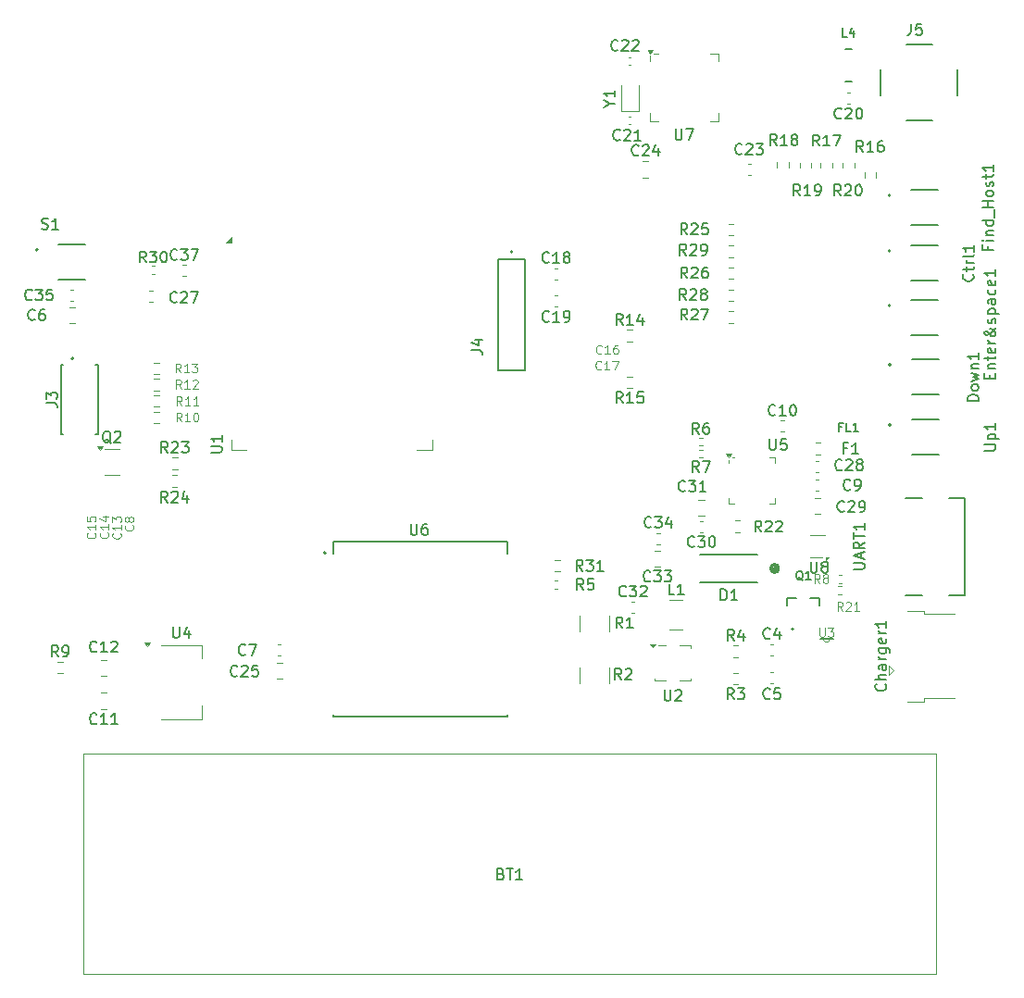
<source format=gbr>
%TF.GenerationSoftware,KiCad,Pcbnew,9.0.0*%
%TF.CreationDate,2025-05-14T10:48:30+09:00*%
%TF.ProjectId,mistance_PCB_host,6d697374-616e-4636-955f-5043425f686f,rev?*%
%TF.SameCoordinates,Original*%
%TF.FileFunction,Legend,Top*%
%TF.FilePolarity,Positive*%
%FSLAX46Y46*%
G04 Gerber Fmt 4.6, Leading zero omitted, Abs format (unit mm)*
G04 Created by KiCad (PCBNEW 9.0.0) date 2025-05-14 10:48:30*
%MOMM*%
%LPD*%
G01*
G04 APERTURE LIST*
%ADD10C,0.150000*%
%ADD11C,0.120000*%
%ADD12C,0.125000*%
%ADD13C,0.127000*%
%ADD14C,0.200000*%
%ADD15C,0.152400*%
%ADD16C,0.100000*%
G04 APERTURE END LIST*
D10*
X70657142Y-69479580D02*
X70609523Y-69527200D01*
X70609523Y-69527200D02*
X70466666Y-69574819D01*
X70466666Y-69574819D02*
X70371428Y-69574819D01*
X70371428Y-69574819D02*
X70228571Y-69527200D01*
X70228571Y-69527200D02*
X70133333Y-69431961D01*
X70133333Y-69431961D02*
X70085714Y-69336723D01*
X70085714Y-69336723D02*
X70038095Y-69146247D01*
X70038095Y-69146247D02*
X70038095Y-69003390D01*
X70038095Y-69003390D02*
X70085714Y-68812914D01*
X70085714Y-68812914D02*
X70133333Y-68717676D01*
X70133333Y-68717676D02*
X70228571Y-68622438D01*
X70228571Y-68622438D02*
X70371428Y-68574819D01*
X70371428Y-68574819D02*
X70466666Y-68574819D01*
X70466666Y-68574819D02*
X70609523Y-68622438D01*
X70609523Y-68622438D02*
X70657142Y-68670057D01*
X70990476Y-68574819D02*
X71609523Y-68574819D01*
X71609523Y-68574819D02*
X71276190Y-68955771D01*
X71276190Y-68955771D02*
X71419047Y-68955771D01*
X71419047Y-68955771D02*
X71514285Y-69003390D01*
X71514285Y-69003390D02*
X71561904Y-69051009D01*
X71561904Y-69051009D02*
X71609523Y-69146247D01*
X71609523Y-69146247D02*
X71609523Y-69384342D01*
X71609523Y-69384342D02*
X71561904Y-69479580D01*
X71561904Y-69479580D02*
X71514285Y-69527200D01*
X71514285Y-69527200D02*
X71419047Y-69574819D01*
X71419047Y-69574819D02*
X71133333Y-69574819D01*
X71133333Y-69574819D02*
X71038095Y-69527200D01*
X71038095Y-69527200D02*
X70990476Y-69479580D01*
X71990476Y-68670057D02*
X72038095Y-68622438D01*
X72038095Y-68622438D02*
X72133333Y-68574819D01*
X72133333Y-68574819D02*
X72371428Y-68574819D01*
X72371428Y-68574819D02*
X72466666Y-68622438D01*
X72466666Y-68622438D02*
X72514285Y-68670057D01*
X72514285Y-68670057D02*
X72561904Y-68765295D01*
X72561904Y-68765295D02*
X72561904Y-68860533D01*
X72561904Y-68860533D02*
X72514285Y-69003390D01*
X72514285Y-69003390D02*
X71942857Y-69574819D01*
X71942857Y-69574819D02*
X72561904Y-69574819D01*
X92327142Y-28904819D02*
X91993809Y-28428628D01*
X91755714Y-28904819D02*
X91755714Y-27904819D01*
X91755714Y-27904819D02*
X92136666Y-27904819D01*
X92136666Y-27904819D02*
X92231904Y-27952438D01*
X92231904Y-27952438D02*
X92279523Y-28000057D01*
X92279523Y-28000057D02*
X92327142Y-28095295D01*
X92327142Y-28095295D02*
X92327142Y-28238152D01*
X92327142Y-28238152D02*
X92279523Y-28333390D01*
X92279523Y-28333390D02*
X92231904Y-28381009D01*
X92231904Y-28381009D02*
X92136666Y-28428628D01*
X92136666Y-28428628D02*
X91755714Y-28428628D01*
X93279523Y-28904819D02*
X92708095Y-28904819D01*
X92993809Y-28904819D02*
X92993809Y-27904819D01*
X92993809Y-27904819D02*
X92898571Y-28047676D01*
X92898571Y-28047676D02*
X92803333Y-28142914D01*
X92803333Y-28142914D02*
X92708095Y-28190533D01*
X94136666Y-27904819D02*
X93946190Y-27904819D01*
X93946190Y-27904819D02*
X93850952Y-27952438D01*
X93850952Y-27952438D02*
X93803333Y-28000057D01*
X93803333Y-28000057D02*
X93708095Y-28142914D01*
X93708095Y-28142914D02*
X93660476Y-28333390D01*
X93660476Y-28333390D02*
X93660476Y-28714342D01*
X93660476Y-28714342D02*
X93708095Y-28809580D01*
X93708095Y-28809580D02*
X93755714Y-28857200D01*
X93755714Y-28857200D02*
X93850952Y-28904819D01*
X93850952Y-28904819D02*
X94041428Y-28904819D01*
X94041428Y-28904819D02*
X94136666Y-28857200D01*
X94136666Y-28857200D02*
X94184285Y-28809580D01*
X94184285Y-28809580D02*
X94231904Y-28714342D01*
X94231904Y-28714342D02*
X94231904Y-28476247D01*
X94231904Y-28476247D02*
X94184285Y-28381009D01*
X94184285Y-28381009D02*
X94136666Y-28333390D01*
X94136666Y-28333390D02*
X94041428Y-28285771D01*
X94041428Y-28285771D02*
X93850952Y-28285771D01*
X93850952Y-28285771D02*
X93755714Y-28333390D01*
X93755714Y-28333390D02*
X93708095Y-28381009D01*
X93708095Y-28381009D02*
X93660476Y-28476247D01*
X76157142Y-42454819D02*
X75823809Y-41978628D01*
X75585714Y-42454819D02*
X75585714Y-41454819D01*
X75585714Y-41454819D02*
X75966666Y-41454819D01*
X75966666Y-41454819D02*
X76061904Y-41502438D01*
X76061904Y-41502438D02*
X76109523Y-41550057D01*
X76109523Y-41550057D02*
X76157142Y-41645295D01*
X76157142Y-41645295D02*
X76157142Y-41788152D01*
X76157142Y-41788152D02*
X76109523Y-41883390D01*
X76109523Y-41883390D02*
X76061904Y-41931009D01*
X76061904Y-41931009D02*
X75966666Y-41978628D01*
X75966666Y-41978628D02*
X75585714Y-41978628D01*
X76538095Y-41550057D02*
X76585714Y-41502438D01*
X76585714Y-41502438D02*
X76680952Y-41454819D01*
X76680952Y-41454819D02*
X76919047Y-41454819D01*
X76919047Y-41454819D02*
X77014285Y-41502438D01*
X77014285Y-41502438D02*
X77061904Y-41550057D01*
X77061904Y-41550057D02*
X77109523Y-41645295D01*
X77109523Y-41645295D02*
X77109523Y-41740533D01*
X77109523Y-41740533D02*
X77061904Y-41883390D01*
X77061904Y-41883390D02*
X76490476Y-42454819D01*
X76490476Y-42454819D02*
X77109523Y-42454819D01*
X77680952Y-41883390D02*
X77585714Y-41835771D01*
X77585714Y-41835771D02*
X77538095Y-41788152D01*
X77538095Y-41788152D02*
X77490476Y-41692914D01*
X77490476Y-41692914D02*
X77490476Y-41645295D01*
X77490476Y-41645295D02*
X77538095Y-41550057D01*
X77538095Y-41550057D02*
X77585714Y-41502438D01*
X77585714Y-41502438D02*
X77680952Y-41454819D01*
X77680952Y-41454819D02*
X77871428Y-41454819D01*
X77871428Y-41454819D02*
X77966666Y-41502438D01*
X77966666Y-41502438D02*
X78014285Y-41550057D01*
X78014285Y-41550057D02*
X78061904Y-41645295D01*
X78061904Y-41645295D02*
X78061904Y-41692914D01*
X78061904Y-41692914D02*
X78014285Y-41788152D01*
X78014285Y-41788152D02*
X77966666Y-41835771D01*
X77966666Y-41835771D02*
X77871428Y-41883390D01*
X77871428Y-41883390D02*
X77680952Y-41883390D01*
X77680952Y-41883390D02*
X77585714Y-41931009D01*
X77585714Y-41931009D02*
X77538095Y-41978628D01*
X77538095Y-41978628D02*
X77490476Y-42073866D01*
X77490476Y-42073866D02*
X77490476Y-42264342D01*
X77490476Y-42264342D02*
X77538095Y-42359580D01*
X77538095Y-42359580D02*
X77585714Y-42407200D01*
X77585714Y-42407200D02*
X77680952Y-42454819D01*
X77680952Y-42454819D02*
X77871428Y-42454819D01*
X77871428Y-42454819D02*
X77966666Y-42407200D01*
X77966666Y-42407200D02*
X78014285Y-42359580D01*
X78014285Y-42359580D02*
X78061904Y-42264342D01*
X78061904Y-42264342D02*
X78061904Y-42073866D01*
X78061904Y-42073866D02*
X78014285Y-41978628D01*
X78014285Y-41978628D02*
X77966666Y-41931009D01*
X77966666Y-41931009D02*
X77871428Y-41883390D01*
X91454819Y-67071428D02*
X92264342Y-67071428D01*
X92264342Y-67071428D02*
X92359580Y-67023809D01*
X92359580Y-67023809D02*
X92407200Y-66976190D01*
X92407200Y-66976190D02*
X92454819Y-66880952D01*
X92454819Y-66880952D02*
X92454819Y-66690476D01*
X92454819Y-66690476D02*
X92407200Y-66595238D01*
X92407200Y-66595238D02*
X92359580Y-66547619D01*
X92359580Y-66547619D02*
X92264342Y-66500000D01*
X92264342Y-66500000D02*
X91454819Y-66500000D01*
X92169104Y-66071428D02*
X92169104Y-65595238D01*
X92454819Y-66166666D02*
X91454819Y-65833333D01*
X91454819Y-65833333D02*
X92454819Y-65500000D01*
X92454819Y-64595238D02*
X91978628Y-64928571D01*
X92454819Y-65166666D02*
X91454819Y-65166666D01*
X91454819Y-65166666D02*
X91454819Y-64785714D01*
X91454819Y-64785714D02*
X91502438Y-64690476D01*
X91502438Y-64690476D02*
X91550057Y-64642857D01*
X91550057Y-64642857D02*
X91645295Y-64595238D01*
X91645295Y-64595238D02*
X91788152Y-64595238D01*
X91788152Y-64595238D02*
X91883390Y-64642857D01*
X91883390Y-64642857D02*
X91931009Y-64690476D01*
X91931009Y-64690476D02*
X91978628Y-64785714D01*
X91978628Y-64785714D02*
X91978628Y-65166666D01*
X91454819Y-64309523D02*
X91454819Y-63738095D01*
X92454819Y-64023809D02*
X91454819Y-64023809D01*
X92454819Y-62880952D02*
X92454819Y-63452380D01*
X92454819Y-63166666D02*
X91454819Y-63166666D01*
X91454819Y-63166666D02*
X91597676Y-63261904D01*
X91597676Y-63261904D02*
X91692914Y-63357142D01*
X91692914Y-63357142D02*
X91740533Y-63452380D01*
D11*
X22077664Y-63744285D02*
X22115760Y-63782381D01*
X22115760Y-63782381D02*
X22153855Y-63896666D01*
X22153855Y-63896666D02*
X22153855Y-63972857D01*
X22153855Y-63972857D02*
X22115760Y-64087143D01*
X22115760Y-64087143D02*
X22039569Y-64163333D01*
X22039569Y-64163333D02*
X21963379Y-64201428D01*
X21963379Y-64201428D02*
X21810998Y-64239524D01*
X21810998Y-64239524D02*
X21696712Y-64239524D01*
X21696712Y-64239524D02*
X21544331Y-64201428D01*
X21544331Y-64201428D02*
X21468140Y-64163333D01*
X21468140Y-64163333D02*
X21391950Y-64087143D01*
X21391950Y-64087143D02*
X21353855Y-63972857D01*
X21353855Y-63972857D02*
X21353855Y-63896666D01*
X21353855Y-63896666D02*
X21391950Y-63782381D01*
X21391950Y-63782381D02*
X21430045Y-63744285D01*
X22153855Y-62982381D02*
X22153855Y-63439524D01*
X22153855Y-63210952D02*
X21353855Y-63210952D01*
X21353855Y-63210952D02*
X21468140Y-63287143D01*
X21468140Y-63287143D02*
X21544331Y-63363333D01*
X21544331Y-63363333D02*
X21582426Y-63439524D01*
X21353855Y-62258571D02*
X21353855Y-62639523D01*
X21353855Y-62639523D02*
X21734807Y-62677619D01*
X21734807Y-62677619D02*
X21696712Y-62639523D01*
X21696712Y-62639523D02*
X21658617Y-62563333D01*
X21658617Y-62563333D02*
X21658617Y-62372857D01*
X21658617Y-62372857D02*
X21696712Y-62296666D01*
X21696712Y-62296666D02*
X21734807Y-62258571D01*
X21734807Y-62258571D02*
X21810998Y-62220476D01*
X21810998Y-62220476D02*
X22001474Y-62220476D01*
X22001474Y-62220476D02*
X22077664Y-62258571D01*
X22077664Y-62258571D02*
X22115760Y-62296666D01*
X22115760Y-62296666D02*
X22153855Y-62372857D01*
X22153855Y-62372857D02*
X22153855Y-62563333D01*
X22153855Y-62563333D02*
X22115760Y-62639523D01*
X22115760Y-62639523D02*
X22077664Y-62677619D01*
D10*
X90357142Y-25789580D02*
X90309523Y-25837200D01*
X90309523Y-25837200D02*
X90166666Y-25884819D01*
X90166666Y-25884819D02*
X90071428Y-25884819D01*
X90071428Y-25884819D02*
X89928571Y-25837200D01*
X89928571Y-25837200D02*
X89833333Y-25741961D01*
X89833333Y-25741961D02*
X89785714Y-25646723D01*
X89785714Y-25646723D02*
X89738095Y-25456247D01*
X89738095Y-25456247D02*
X89738095Y-25313390D01*
X89738095Y-25313390D02*
X89785714Y-25122914D01*
X89785714Y-25122914D02*
X89833333Y-25027676D01*
X89833333Y-25027676D02*
X89928571Y-24932438D01*
X89928571Y-24932438D02*
X90071428Y-24884819D01*
X90071428Y-24884819D02*
X90166666Y-24884819D01*
X90166666Y-24884819D02*
X90309523Y-24932438D01*
X90309523Y-24932438D02*
X90357142Y-24980057D01*
X90738095Y-24980057D02*
X90785714Y-24932438D01*
X90785714Y-24932438D02*
X90880952Y-24884819D01*
X90880952Y-24884819D02*
X91119047Y-24884819D01*
X91119047Y-24884819D02*
X91214285Y-24932438D01*
X91214285Y-24932438D02*
X91261904Y-24980057D01*
X91261904Y-24980057D02*
X91309523Y-25075295D01*
X91309523Y-25075295D02*
X91309523Y-25170533D01*
X91309523Y-25170533D02*
X91261904Y-25313390D01*
X91261904Y-25313390D02*
X90690476Y-25884819D01*
X90690476Y-25884819D02*
X91309523Y-25884819D01*
X91928571Y-24884819D02*
X92023809Y-24884819D01*
X92023809Y-24884819D02*
X92119047Y-24932438D01*
X92119047Y-24932438D02*
X92166666Y-24980057D01*
X92166666Y-24980057D02*
X92214285Y-25075295D01*
X92214285Y-25075295D02*
X92261904Y-25265771D01*
X92261904Y-25265771D02*
X92261904Y-25503866D01*
X92261904Y-25503866D02*
X92214285Y-25694342D01*
X92214285Y-25694342D02*
X92166666Y-25789580D01*
X92166666Y-25789580D02*
X92119047Y-25837200D01*
X92119047Y-25837200D02*
X92023809Y-25884819D01*
X92023809Y-25884819D02*
X91928571Y-25884819D01*
X91928571Y-25884819D02*
X91833333Y-25837200D01*
X91833333Y-25837200D02*
X91785714Y-25789580D01*
X91785714Y-25789580D02*
X91738095Y-25694342D01*
X91738095Y-25694342D02*
X91690476Y-25503866D01*
X91690476Y-25503866D02*
X91690476Y-25265771D01*
X91690476Y-25265771D02*
X91738095Y-25075295D01*
X91738095Y-25075295D02*
X91785714Y-24980057D01*
X91785714Y-24980057D02*
X91833333Y-24932438D01*
X91833333Y-24932438D02*
X91928571Y-24884819D01*
D11*
X24407664Y-63784285D02*
X24445760Y-63822381D01*
X24445760Y-63822381D02*
X24483855Y-63936666D01*
X24483855Y-63936666D02*
X24483855Y-64012857D01*
X24483855Y-64012857D02*
X24445760Y-64127143D01*
X24445760Y-64127143D02*
X24369569Y-64203333D01*
X24369569Y-64203333D02*
X24293379Y-64241428D01*
X24293379Y-64241428D02*
X24140998Y-64279524D01*
X24140998Y-64279524D02*
X24026712Y-64279524D01*
X24026712Y-64279524D02*
X23874331Y-64241428D01*
X23874331Y-64241428D02*
X23798140Y-64203333D01*
X23798140Y-64203333D02*
X23721950Y-64127143D01*
X23721950Y-64127143D02*
X23683855Y-64012857D01*
X23683855Y-64012857D02*
X23683855Y-63936666D01*
X23683855Y-63936666D02*
X23721950Y-63822381D01*
X23721950Y-63822381D02*
X23760045Y-63784285D01*
X24483855Y-63022381D02*
X24483855Y-63479524D01*
X24483855Y-63250952D02*
X23683855Y-63250952D01*
X23683855Y-63250952D02*
X23798140Y-63327143D01*
X23798140Y-63327143D02*
X23874331Y-63403333D01*
X23874331Y-63403333D02*
X23912426Y-63479524D01*
X23683855Y-62755714D02*
X23683855Y-62260476D01*
X23683855Y-62260476D02*
X23988617Y-62527142D01*
X23988617Y-62527142D02*
X23988617Y-62412857D01*
X23988617Y-62412857D02*
X24026712Y-62336666D01*
X24026712Y-62336666D02*
X24064807Y-62298571D01*
X24064807Y-62298571D02*
X24140998Y-62260476D01*
X24140998Y-62260476D02*
X24331474Y-62260476D01*
X24331474Y-62260476D02*
X24407664Y-62298571D01*
X24407664Y-62298571D02*
X24445760Y-62336666D01*
X24445760Y-62336666D02*
X24483855Y-62412857D01*
X24483855Y-62412857D02*
X24483855Y-62641428D01*
X24483855Y-62641428D02*
X24445760Y-62717619D01*
X24445760Y-62717619D02*
X24407664Y-62755714D01*
D10*
X103454819Y-56214285D02*
X104264342Y-56214285D01*
X104264342Y-56214285D02*
X104359580Y-56166666D01*
X104359580Y-56166666D02*
X104407200Y-56119047D01*
X104407200Y-56119047D02*
X104454819Y-56023809D01*
X104454819Y-56023809D02*
X104454819Y-55833333D01*
X104454819Y-55833333D02*
X104407200Y-55738095D01*
X104407200Y-55738095D02*
X104359580Y-55690476D01*
X104359580Y-55690476D02*
X104264342Y-55642857D01*
X104264342Y-55642857D02*
X103454819Y-55642857D01*
X103788152Y-55166666D02*
X104788152Y-55166666D01*
X103835771Y-55166666D02*
X103788152Y-55071428D01*
X103788152Y-55071428D02*
X103788152Y-54880952D01*
X103788152Y-54880952D02*
X103835771Y-54785714D01*
X103835771Y-54785714D02*
X103883390Y-54738095D01*
X103883390Y-54738095D02*
X103978628Y-54690476D01*
X103978628Y-54690476D02*
X104264342Y-54690476D01*
X104264342Y-54690476D02*
X104359580Y-54738095D01*
X104359580Y-54738095D02*
X104407200Y-54785714D01*
X104407200Y-54785714D02*
X104454819Y-54880952D01*
X104454819Y-54880952D02*
X104454819Y-55071428D01*
X104454819Y-55071428D02*
X104407200Y-55166666D01*
X104454819Y-53738095D02*
X104454819Y-54309523D01*
X104454819Y-54023809D02*
X103454819Y-54023809D01*
X103454819Y-54023809D02*
X103597676Y-54119047D01*
X103597676Y-54119047D02*
X103692914Y-54214285D01*
X103692914Y-54214285D02*
X103740533Y-54309523D01*
X69178628Y-24476190D02*
X69654819Y-24476190D01*
X68654819Y-24809523D02*
X69178628Y-24476190D01*
X69178628Y-24476190D02*
X68654819Y-24142857D01*
X69654819Y-23285714D02*
X69654819Y-23857142D01*
X69654819Y-23571428D02*
X68654819Y-23571428D01*
X68654819Y-23571428D02*
X68797676Y-23666666D01*
X68797676Y-23666666D02*
X68892914Y-23761904D01*
X68892914Y-23761904D02*
X68940533Y-23857142D01*
X29617142Y-38689580D02*
X29569523Y-38737200D01*
X29569523Y-38737200D02*
X29426666Y-38784819D01*
X29426666Y-38784819D02*
X29331428Y-38784819D01*
X29331428Y-38784819D02*
X29188571Y-38737200D01*
X29188571Y-38737200D02*
X29093333Y-38641961D01*
X29093333Y-38641961D02*
X29045714Y-38546723D01*
X29045714Y-38546723D02*
X28998095Y-38356247D01*
X28998095Y-38356247D02*
X28998095Y-38213390D01*
X28998095Y-38213390D02*
X29045714Y-38022914D01*
X29045714Y-38022914D02*
X29093333Y-37927676D01*
X29093333Y-37927676D02*
X29188571Y-37832438D01*
X29188571Y-37832438D02*
X29331428Y-37784819D01*
X29331428Y-37784819D02*
X29426666Y-37784819D01*
X29426666Y-37784819D02*
X29569523Y-37832438D01*
X29569523Y-37832438D02*
X29617142Y-37880057D01*
X29950476Y-37784819D02*
X30569523Y-37784819D01*
X30569523Y-37784819D02*
X30236190Y-38165771D01*
X30236190Y-38165771D02*
X30379047Y-38165771D01*
X30379047Y-38165771D02*
X30474285Y-38213390D01*
X30474285Y-38213390D02*
X30521904Y-38261009D01*
X30521904Y-38261009D02*
X30569523Y-38356247D01*
X30569523Y-38356247D02*
X30569523Y-38594342D01*
X30569523Y-38594342D02*
X30521904Y-38689580D01*
X30521904Y-38689580D02*
X30474285Y-38737200D01*
X30474285Y-38737200D02*
X30379047Y-38784819D01*
X30379047Y-38784819D02*
X30093333Y-38784819D01*
X30093333Y-38784819D02*
X29998095Y-38737200D01*
X29998095Y-38737200D02*
X29950476Y-38689580D01*
X30902857Y-37784819D02*
X31569523Y-37784819D01*
X31569523Y-37784819D02*
X31140952Y-38784819D01*
X17238095Y-35922200D02*
X17380952Y-35969819D01*
X17380952Y-35969819D02*
X17619047Y-35969819D01*
X17619047Y-35969819D02*
X17714285Y-35922200D01*
X17714285Y-35922200D02*
X17761904Y-35874580D01*
X17761904Y-35874580D02*
X17809523Y-35779342D01*
X17809523Y-35779342D02*
X17809523Y-35684104D01*
X17809523Y-35684104D02*
X17761904Y-35588866D01*
X17761904Y-35588866D02*
X17714285Y-35541247D01*
X17714285Y-35541247D02*
X17619047Y-35493628D01*
X17619047Y-35493628D02*
X17428571Y-35446009D01*
X17428571Y-35446009D02*
X17333333Y-35398390D01*
X17333333Y-35398390D02*
X17285714Y-35350771D01*
X17285714Y-35350771D02*
X17238095Y-35255533D01*
X17238095Y-35255533D02*
X17238095Y-35160295D01*
X17238095Y-35160295D02*
X17285714Y-35065057D01*
X17285714Y-35065057D02*
X17333333Y-35017438D01*
X17333333Y-35017438D02*
X17428571Y-34969819D01*
X17428571Y-34969819D02*
X17666666Y-34969819D01*
X17666666Y-34969819D02*
X17809523Y-35017438D01*
X18761904Y-35969819D02*
X18190476Y-35969819D01*
X18476190Y-35969819D02*
X18476190Y-34969819D01*
X18476190Y-34969819D02*
X18380952Y-35112676D01*
X18380952Y-35112676D02*
X18285714Y-35207914D01*
X18285714Y-35207914D02*
X18190476Y-35255533D01*
X86577142Y-32904819D02*
X86243809Y-32428628D01*
X86005714Y-32904819D02*
X86005714Y-31904819D01*
X86005714Y-31904819D02*
X86386666Y-31904819D01*
X86386666Y-31904819D02*
X86481904Y-31952438D01*
X86481904Y-31952438D02*
X86529523Y-32000057D01*
X86529523Y-32000057D02*
X86577142Y-32095295D01*
X86577142Y-32095295D02*
X86577142Y-32238152D01*
X86577142Y-32238152D02*
X86529523Y-32333390D01*
X86529523Y-32333390D02*
X86481904Y-32381009D01*
X86481904Y-32381009D02*
X86386666Y-32428628D01*
X86386666Y-32428628D02*
X86005714Y-32428628D01*
X87529523Y-32904819D02*
X86958095Y-32904819D01*
X87243809Y-32904819D02*
X87243809Y-31904819D01*
X87243809Y-31904819D02*
X87148571Y-32047676D01*
X87148571Y-32047676D02*
X87053333Y-32142914D01*
X87053333Y-32142914D02*
X86958095Y-32190533D01*
X88005714Y-32904819D02*
X88196190Y-32904819D01*
X88196190Y-32904819D02*
X88291428Y-32857200D01*
X88291428Y-32857200D02*
X88339047Y-32809580D01*
X88339047Y-32809580D02*
X88434285Y-32666723D01*
X88434285Y-32666723D02*
X88481904Y-32476247D01*
X88481904Y-32476247D02*
X88481904Y-32095295D01*
X88481904Y-32095295D02*
X88434285Y-32000057D01*
X88434285Y-32000057D02*
X88386666Y-31952438D01*
X88386666Y-31952438D02*
X88291428Y-31904819D01*
X88291428Y-31904819D02*
X88100952Y-31904819D01*
X88100952Y-31904819D02*
X88005714Y-31952438D01*
X88005714Y-31952438D02*
X87958095Y-32000057D01*
X87958095Y-32000057D02*
X87910476Y-32095295D01*
X87910476Y-32095295D02*
X87910476Y-32333390D01*
X87910476Y-32333390D02*
X87958095Y-32428628D01*
X87958095Y-32428628D02*
X88005714Y-32476247D01*
X88005714Y-32476247D02*
X88100952Y-32523866D01*
X88100952Y-32523866D02*
X88291428Y-32523866D01*
X88291428Y-32523866D02*
X88386666Y-32476247D01*
X88386666Y-32476247D02*
X88434285Y-32428628D01*
X88434285Y-32428628D02*
X88481904Y-32333390D01*
X77333333Y-54684819D02*
X77000000Y-54208628D01*
X76761905Y-54684819D02*
X76761905Y-53684819D01*
X76761905Y-53684819D02*
X77142857Y-53684819D01*
X77142857Y-53684819D02*
X77238095Y-53732438D01*
X77238095Y-53732438D02*
X77285714Y-53780057D01*
X77285714Y-53780057D02*
X77333333Y-53875295D01*
X77333333Y-53875295D02*
X77333333Y-54018152D01*
X77333333Y-54018152D02*
X77285714Y-54113390D01*
X77285714Y-54113390D02*
X77238095Y-54161009D01*
X77238095Y-54161009D02*
X77142857Y-54208628D01*
X77142857Y-54208628D02*
X76761905Y-54208628D01*
X78190476Y-53684819D02*
X78000000Y-53684819D01*
X78000000Y-53684819D02*
X77904762Y-53732438D01*
X77904762Y-53732438D02*
X77857143Y-53780057D01*
X77857143Y-53780057D02*
X77761905Y-53922914D01*
X77761905Y-53922914D02*
X77714286Y-54113390D01*
X77714286Y-54113390D02*
X77714286Y-54494342D01*
X77714286Y-54494342D02*
X77761905Y-54589580D01*
X77761905Y-54589580D02*
X77809524Y-54637200D01*
X77809524Y-54637200D02*
X77904762Y-54684819D01*
X77904762Y-54684819D02*
X78095238Y-54684819D01*
X78095238Y-54684819D02*
X78190476Y-54637200D01*
X78190476Y-54637200D02*
X78238095Y-54589580D01*
X78238095Y-54589580D02*
X78285714Y-54494342D01*
X78285714Y-54494342D02*
X78285714Y-54256247D01*
X78285714Y-54256247D02*
X78238095Y-54161009D01*
X78238095Y-54161009D02*
X78190476Y-54113390D01*
X78190476Y-54113390D02*
X78095238Y-54065771D01*
X78095238Y-54065771D02*
X77904762Y-54065771D01*
X77904762Y-54065771D02*
X77809524Y-54113390D01*
X77809524Y-54113390D02*
X77761905Y-54161009D01*
X77761905Y-54161009D02*
X77714286Y-54256247D01*
X63607142Y-44359580D02*
X63559523Y-44407200D01*
X63559523Y-44407200D02*
X63416666Y-44454819D01*
X63416666Y-44454819D02*
X63321428Y-44454819D01*
X63321428Y-44454819D02*
X63178571Y-44407200D01*
X63178571Y-44407200D02*
X63083333Y-44311961D01*
X63083333Y-44311961D02*
X63035714Y-44216723D01*
X63035714Y-44216723D02*
X62988095Y-44026247D01*
X62988095Y-44026247D02*
X62988095Y-43883390D01*
X62988095Y-43883390D02*
X63035714Y-43692914D01*
X63035714Y-43692914D02*
X63083333Y-43597676D01*
X63083333Y-43597676D02*
X63178571Y-43502438D01*
X63178571Y-43502438D02*
X63321428Y-43454819D01*
X63321428Y-43454819D02*
X63416666Y-43454819D01*
X63416666Y-43454819D02*
X63559523Y-43502438D01*
X63559523Y-43502438D02*
X63607142Y-43550057D01*
X64559523Y-44454819D02*
X63988095Y-44454819D01*
X64273809Y-44454819D02*
X64273809Y-43454819D01*
X64273809Y-43454819D02*
X64178571Y-43597676D01*
X64178571Y-43597676D02*
X64083333Y-43692914D01*
X64083333Y-43692914D02*
X63988095Y-43740533D01*
X65035714Y-44454819D02*
X65226190Y-44454819D01*
X65226190Y-44454819D02*
X65321428Y-44407200D01*
X65321428Y-44407200D02*
X65369047Y-44359580D01*
X65369047Y-44359580D02*
X65464285Y-44216723D01*
X65464285Y-44216723D02*
X65511904Y-44026247D01*
X65511904Y-44026247D02*
X65511904Y-43645295D01*
X65511904Y-43645295D02*
X65464285Y-43550057D01*
X65464285Y-43550057D02*
X65416666Y-43502438D01*
X65416666Y-43502438D02*
X65321428Y-43454819D01*
X65321428Y-43454819D02*
X65130952Y-43454819D01*
X65130952Y-43454819D02*
X65035714Y-43502438D01*
X65035714Y-43502438D02*
X64988095Y-43550057D01*
X64988095Y-43550057D02*
X64940476Y-43645295D01*
X64940476Y-43645295D02*
X64940476Y-43883390D01*
X64940476Y-43883390D02*
X64988095Y-43978628D01*
X64988095Y-43978628D02*
X65035714Y-44026247D01*
X65035714Y-44026247D02*
X65130952Y-44073866D01*
X65130952Y-44073866D02*
X65321428Y-44073866D01*
X65321428Y-44073866D02*
X65416666Y-44026247D01*
X65416666Y-44026247D02*
X65464285Y-43978628D01*
X65464285Y-43978628D02*
X65511904Y-43883390D01*
X75083333Y-69404819D02*
X74607143Y-69404819D01*
X74607143Y-69404819D02*
X74607143Y-68404819D01*
X75940476Y-69404819D02*
X75369048Y-69404819D01*
X75654762Y-69404819D02*
X75654762Y-68404819D01*
X75654762Y-68404819D02*
X75559524Y-68547676D01*
X75559524Y-68547676D02*
X75464286Y-68642914D01*
X75464286Y-68642914D02*
X75369048Y-68690533D01*
X29582142Y-42609580D02*
X29534523Y-42657200D01*
X29534523Y-42657200D02*
X29391666Y-42704819D01*
X29391666Y-42704819D02*
X29296428Y-42704819D01*
X29296428Y-42704819D02*
X29153571Y-42657200D01*
X29153571Y-42657200D02*
X29058333Y-42561961D01*
X29058333Y-42561961D02*
X29010714Y-42466723D01*
X29010714Y-42466723D02*
X28963095Y-42276247D01*
X28963095Y-42276247D02*
X28963095Y-42133390D01*
X28963095Y-42133390D02*
X29010714Y-41942914D01*
X29010714Y-41942914D02*
X29058333Y-41847676D01*
X29058333Y-41847676D02*
X29153571Y-41752438D01*
X29153571Y-41752438D02*
X29296428Y-41704819D01*
X29296428Y-41704819D02*
X29391666Y-41704819D01*
X29391666Y-41704819D02*
X29534523Y-41752438D01*
X29534523Y-41752438D02*
X29582142Y-41800057D01*
X29963095Y-41800057D02*
X30010714Y-41752438D01*
X30010714Y-41752438D02*
X30105952Y-41704819D01*
X30105952Y-41704819D02*
X30344047Y-41704819D01*
X30344047Y-41704819D02*
X30439285Y-41752438D01*
X30439285Y-41752438D02*
X30486904Y-41800057D01*
X30486904Y-41800057D02*
X30534523Y-41895295D01*
X30534523Y-41895295D02*
X30534523Y-41990533D01*
X30534523Y-41990533D02*
X30486904Y-42133390D01*
X30486904Y-42133390D02*
X29915476Y-42704819D01*
X29915476Y-42704819D02*
X30534523Y-42704819D01*
X30867857Y-41704819D02*
X31534523Y-41704819D01*
X31534523Y-41704819D02*
X31105952Y-42704819D01*
X84447142Y-28304819D02*
X84113809Y-27828628D01*
X83875714Y-28304819D02*
X83875714Y-27304819D01*
X83875714Y-27304819D02*
X84256666Y-27304819D01*
X84256666Y-27304819D02*
X84351904Y-27352438D01*
X84351904Y-27352438D02*
X84399523Y-27400057D01*
X84399523Y-27400057D02*
X84447142Y-27495295D01*
X84447142Y-27495295D02*
X84447142Y-27638152D01*
X84447142Y-27638152D02*
X84399523Y-27733390D01*
X84399523Y-27733390D02*
X84351904Y-27781009D01*
X84351904Y-27781009D02*
X84256666Y-27828628D01*
X84256666Y-27828628D02*
X83875714Y-27828628D01*
X85399523Y-28304819D02*
X84828095Y-28304819D01*
X85113809Y-28304819D02*
X85113809Y-27304819D01*
X85113809Y-27304819D02*
X85018571Y-27447676D01*
X85018571Y-27447676D02*
X84923333Y-27542914D01*
X84923333Y-27542914D02*
X84828095Y-27590533D01*
X85970952Y-27733390D02*
X85875714Y-27685771D01*
X85875714Y-27685771D02*
X85828095Y-27638152D01*
X85828095Y-27638152D02*
X85780476Y-27542914D01*
X85780476Y-27542914D02*
X85780476Y-27495295D01*
X85780476Y-27495295D02*
X85828095Y-27400057D01*
X85828095Y-27400057D02*
X85875714Y-27352438D01*
X85875714Y-27352438D02*
X85970952Y-27304819D01*
X85970952Y-27304819D02*
X86161428Y-27304819D01*
X86161428Y-27304819D02*
X86256666Y-27352438D01*
X86256666Y-27352438D02*
X86304285Y-27400057D01*
X86304285Y-27400057D02*
X86351904Y-27495295D01*
X86351904Y-27495295D02*
X86351904Y-27542914D01*
X86351904Y-27542914D02*
X86304285Y-27638152D01*
X86304285Y-27638152D02*
X86256666Y-27685771D01*
X86256666Y-27685771D02*
X86161428Y-27733390D01*
X86161428Y-27733390D02*
X85970952Y-27733390D01*
X85970952Y-27733390D02*
X85875714Y-27781009D01*
X85875714Y-27781009D02*
X85828095Y-27828628D01*
X85828095Y-27828628D02*
X85780476Y-27923866D01*
X85780476Y-27923866D02*
X85780476Y-28114342D01*
X85780476Y-28114342D02*
X85828095Y-28209580D01*
X85828095Y-28209580D02*
X85875714Y-28257200D01*
X85875714Y-28257200D02*
X85970952Y-28304819D01*
X85970952Y-28304819D02*
X86161428Y-28304819D01*
X86161428Y-28304819D02*
X86256666Y-28257200D01*
X86256666Y-28257200D02*
X86304285Y-28209580D01*
X86304285Y-28209580D02*
X86351904Y-28114342D01*
X86351904Y-28114342D02*
X86351904Y-27923866D01*
X86351904Y-27923866D02*
X86304285Y-27828628D01*
X86304285Y-27828628D02*
X86256666Y-27781009D01*
X86256666Y-27781009D02*
X86161428Y-27733390D01*
X83833333Y-73359580D02*
X83785714Y-73407200D01*
X83785714Y-73407200D02*
X83642857Y-73454819D01*
X83642857Y-73454819D02*
X83547619Y-73454819D01*
X83547619Y-73454819D02*
X83404762Y-73407200D01*
X83404762Y-73407200D02*
X83309524Y-73311961D01*
X83309524Y-73311961D02*
X83261905Y-73216723D01*
X83261905Y-73216723D02*
X83214286Y-73026247D01*
X83214286Y-73026247D02*
X83214286Y-72883390D01*
X83214286Y-72883390D02*
X83261905Y-72692914D01*
X83261905Y-72692914D02*
X83309524Y-72597676D01*
X83309524Y-72597676D02*
X83404762Y-72502438D01*
X83404762Y-72502438D02*
X83547619Y-72454819D01*
X83547619Y-72454819D02*
X83642857Y-72454819D01*
X83642857Y-72454819D02*
X83785714Y-72502438D01*
X83785714Y-72502438D02*
X83833333Y-72550057D01*
X84690476Y-72788152D02*
X84690476Y-73454819D01*
X84452381Y-72407200D02*
X84214286Y-73121485D01*
X84214286Y-73121485D02*
X84833333Y-73121485D01*
D11*
X90455714Y-70883855D02*
X90189047Y-70502902D01*
X89998571Y-70883855D02*
X89998571Y-70083855D01*
X89998571Y-70083855D02*
X90303333Y-70083855D01*
X90303333Y-70083855D02*
X90379523Y-70121950D01*
X90379523Y-70121950D02*
X90417618Y-70160045D01*
X90417618Y-70160045D02*
X90455714Y-70236236D01*
X90455714Y-70236236D02*
X90455714Y-70350521D01*
X90455714Y-70350521D02*
X90417618Y-70426712D01*
X90417618Y-70426712D02*
X90379523Y-70464807D01*
X90379523Y-70464807D02*
X90303333Y-70502902D01*
X90303333Y-70502902D02*
X89998571Y-70502902D01*
X90760475Y-70160045D02*
X90798571Y-70121950D01*
X90798571Y-70121950D02*
X90874761Y-70083855D01*
X90874761Y-70083855D02*
X91065237Y-70083855D01*
X91065237Y-70083855D02*
X91141428Y-70121950D01*
X91141428Y-70121950D02*
X91179523Y-70160045D01*
X91179523Y-70160045D02*
X91217618Y-70236236D01*
X91217618Y-70236236D02*
X91217618Y-70312426D01*
X91217618Y-70312426D02*
X91179523Y-70426712D01*
X91179523Y-70426712D02*
X90722380Y-70883855D01*
X90722380Y-70883855D02*
X91217618Y-70883855D01*
X91979523Y-70883855D02*
X91522380Y-70883855D01*
X91750952Y-70883855D02*
X91750952Y-70083855D01*
X91750952Y-70083855D02*
X91674761Y-70198140D01*
X91674761Y-70198140D02*
X91598571Y-70274331D01*
X91598571Y-70274331D02*
X91522380Y-70312426D01*
D10*
X90866666Y-18362295D02*
X90485714Y-18362295D01*
X90485714Y-18362295D02*
X90485714Y-17562295D01*
X91476190Y-17828961D02*
X91476190Y-18362295D01*
X91285714Y-17524200D02*
X91095237Y-18095628D01*
X91095237Y-18095628D02*
X91590476Y-18095628D01*
X76907142Y-64959580D02*
X76859523Y-65007200D01*
X76859523Y-65007200D02*
X76716666Y-65054819D01*
X76716666Y-65054819D02*
X76621428Y-65054819D01*
X76621428Y-65054819D02*
X76478571Y-65007200D01*
X76478571Y-65007200D02*
X76383333Y-64911961D01*
X76383333Y-64911961D02*
X76335714Y-64816723D01*
X76335714Y-64816723D02*
X76288095Y-64626247D01*
X76288095Y-64626247D02*
X76288095Y-64483390D01*
X76288095Y-64483390D02*
X76335714Y-64292914D01*
X76335714Y-64292914D02*
X76383333Y-64197676D01*
X76383333Y-64197676D02*
X76478571Y-64102438D01*
X76478571Y-64102438D02*
X76621428Y-64054819D01*
X76621428Y-64054819D02*
X76716666Y-64054819D01*
X76716666Y-64054819D02*
X76859523Y-64102438D01*
X76859523Y-64102438D02*
X76907142Y-64150057D01*
X77240476Y-64054819D02*
X77859523Y-64054819D01*
X77859523Y-64054819D02*
X77526190Y-64435771D01*
X77526190Y-64435771D02*
X77669047Y-64435771D01*
X77669047Y-64435771D02*
X77764285Y-64483390D01*
X77764285Y-64483390D02*
X77811904Y-64531009D01*
X77811904Y-64531009D02*
X77859523Y-64626247D01*
X77859523Y-64626247D02*
X77859523Y-64864342D01*
X77859523Y-64864342D02*
X77811904Y-64959580D01*
X77811904Y-64959580D02*
X77764285Y-65007200D01*
X77764285Y-65007200D02*
X77669047Y-65054819D01*
X77669047Y-65054819D02*
X77383333Y-65054819D01*
X77383333Y-65054819D02*
X77288095Y-65007200D01*
X77288095Y-65007200D02*
X77240476Y-64959580D01*
X78478571Y-64054819D02*
X78573809Y-64054819D01*
X78573809Y-64054819D02*
X78669047Y-64102438D01*
X78669047Y-64102438D02*
X78716666Y-64150057D01*
X78716666Y-64150057D02*
X78764285Y-64245295D01*
X78764285Y-64245295D02*
X78811904Y-64435771D01*
X78811904Y-64435771D02*
X78811904Y-64673866D01*
X78811904Y-64673866D02*
X78764285Y-64864342D01*
X78764285Y-64864342D02*
X78716666Y-64959580D01*
X78716666Y-64959580D02*
X78669047Y-65007200D01*
X78669047Y-65007200D02*
X78573809Y-65054819D01*
X78573809Y-65054819D02*
X78478571Y-65054819D01*
X78478571Y-65054819D02*
X78383333Y-65007200D01*
X78383333Y-65007200D02*
X78335714Y-64959580D01*
X78335714Y-64959580D02*
X78288095Y-64864342D01*
X78288095Y-64864342D02*
X78240476Y-64673866D01*
X78240476Y-64673866D02*
X78240476Y-64435771D01*
X78240476Y-64435771D02*
X78288095Y-64245295D01*
X78288095Y-64245295D02*
X78335714Y-64150057D01*
X78335714Y-64150057D02*
X78383333Y-64102438D01*
X78383333Y-64102438D02*
X78478571Y-64054819D01*
X96726876Y-17214559D02*
X96726876Y-17928844D01*
X96726876Y-17928844D02*
X96679257Y-18071701D01*
X96679257Y-18071701D02*
X96584019Y-18166940D01*
X96584019Y-18166940D02*
X96441162Y-18214559D01*
X96441162Y-18214559D02*
X96345924Y-18214559D01*
X97679257Y-17214559D02*
X97203067Y-17214559D01*
X97203067Y-17214559D02*
X97155448Y-17690749D01*
X97155448Y-17690749D02*
X97203067Y-17643130D01*
X97203067Y-17643130D02*
X97298305Y-17595511D01*
X97298305Y-17595511D02*
X97536400Y-17595511D01*
X97536400Y-17595511D02*
X97631638Y-17643130D01*
X97631638Y-17643130D02*
X97679257Y-17690749D01*
X97679257Y-17690749D02*
X97726876Y-17785987D01*
X97726876Y-17785987D02*
X97726876Y-18024082D01*
X97726876Y-18024082D02*
X97679257Y-18119320D01*
X97679257Y-18119320D02*
X97631638Y-18166940D01*
X97631638Y-18166940D02*
X97536400Y-18214559D01*
X97536400Y-18214559D02*
X97298305Y-18214559D01*
X97298305Y-18214559D02*
X97203067Y-18166940D01*
X97203067Y-18166940D02*
X97155448Y-18119320D01*
X16337142Y-42379580D02*
X16289523Y-42427200D01*
X16289523Y-42427200D02*
X16146666Y-42474819D01*
X16146666Y-42474819D02*
X16051428Y-42474819D01*
X16051428Y-42474819D02*
X15908571Y-42427200D01*
X15908571Y-42427200D02*
X15813333Y-42331961D01*
X15813333Y-42331961D02*
X15765714Y-42236723D01*
X15765714Y-42236723D02*
X15718095Y-42046247D01*
X15718095Y-42046247D02*
X15718095Y-41903390D01*
X15718095Y-41903390D02*
X15765714Y-41712914D01*
X15765714Y-41712914D02*
X15813333Y-41617676D01*
X15813333Y-41617676D02*
X15908571Y-41522438D01*
X15908571Y-41522438D02*
X16051428Y-41474819D01*
X16051428Y-41474819D02*
X16146666Y-41474819D01*
X16146666Y-41474819D02*
X16289523Y-41522438D01*
X16289523Y-41522438D02*
X16337142Y-41570057D01*
X16670476Y-41474819D02*
X17289523Y-41474819D01*
X17289523Y-41474819D02*
X16956190Y-41855771D01*
X16956190Y-41855771D02*
X17099047Y-41855771D01*
X17099047Y-41855771D02*
X17194285Y-41903390D01*
X17194285Y-41903390D02*
X17241904Y-41951009D01*
X17241904Y-41951009D02*
X17289523Y-42046247D01*
X17289523Y-42046247D02*
X17289523Y-42284342D01*
X17289523Y-42284342D02*
X17241904Y-42379580D01*
X17241904Y-42379580D02*
X17194285Y-42427200D01*
X17194285Y-42427200D02*
X17099047Y-42474819D01*
X17099047Y-42474819D02*
X16813333Y-42474819D01*
X16813333Y-42474819D02*
X16718095Y-42427200D01*
X16718095Y-42427200D02*
X16670476Y-42379580D01*
X18194285Y-41474819D02*
X17718095Y-41474819D01*
X17718095Y-41474819D02*
X17670476Y-41951009D01*
X17670476Y-41951009D02*
X17718095Y-41903390D01*
X17718095Y-41903390D02*
X17813333Y-41855771D01*
X17813333Y-41855771D02*
X18051428Y-41855771D01*
X18051428Y-41855771D02*
X18146666Y-41903390D01*
X18146666Y-41903390D02*
X18194285Y-41951009D01*
X18194285Y-41951009D02*
X18241904Y-42046247D01*
X18241904Y-42046247D02*
X18241904Y-42284342D01*
X18241904Y-42284342D02*
X18194285Y-42379580D01*
X18194285Y-42379580D02*
X18146666Y-42427200D01*
X18146666Y-42427200D02*
X18051428Y-42474819D01*
X18051428Y-42474819D02*
X17813333Y-42474819D01*
X17813333Y-42474819D02*
X17718095Y-42427200D01*
X17718095Y-42427200D02*
X17670476Y-42379580D01*
X70333333Y-72454819D02*
X70000000Y-71978628D01*
X69761905Y-72454819D02*
X69761905Y-71454819D01*
X69761905Y-71454819D02*
X70142857Y-71454819D01*
X70142857Y-71454819D02*
X70238095Y-71502438D01*
X70238095Y-71502438D02*
X70285714Y-71550057D01*
X70285714Y-71550057D02*
X70333333Y-71645295D01*
X70333333Y-71645295D02*
X70333333Y-71788152D01*
X70333333Y-71788152D02*
X70285714Y-71883390D01*
X70285714Y-71883390D02*
X70238095Y-71931009D01*
X70238095Y-71931009D02*
X70142857Y-71978628D01*
X70142857Y-71978628D02*
X69761905Y-71978628D01*
X71285714Y-72454819D02*
X70714286Y-72454819D01*
X71000000Y-72454819D02*
X71000000Y-71454819D01*
X71000000Y-71454819D02*
X70904762Y-71597676D01*
X70904762Y-71597676D02*
X70809524Y-71692914D01*
X70809524Y-71692914D02*
X70714286Y-71740533D01*
X23554761Y-55550057D02*
X23459523Y-55502438D01*
X23459523Y-55502438D02*
X23364285Y-55407200D01*
X23364285Y-55407200D02*
X23221428Y-55264342D01*
X23221428Y-55264342D02*
X23126190Y-55216723D01*
X23126190Y-55216723D02*
X23030952Y-55216723D01*
X23078571Y-55454819D02*
X22983333Y-55407200D01*
X22983333Y-55407200D02*
X22888095Y-55311961D01*
X22888095Y-55311961D02*
X22840476Y-55121485D01*
X22840476Y-55121485D02*
X22840476Y-54788152D01*
X22840476Y-54788152D02*
X22888095Y-54597676D01*
X22888095Y-54597676D02*
X22983333Y-54502438D01*
X22983333Y-54502438D02*
X23078571Y-54454819D01*
X23078571Y-54454819D02*
X23269047Y-54454819D01*
X23269047Y-54454819D02*
X23364285Y-54502438D01*
X23364285Y-54502438D02*
X23459523Y-54597676D01*
X23459523Y-54597676D02*
X23507142Y-54788152D01*
X23507142Y-54788152D02*
X23507142Y-55121485D01*
X23507142Y-55121485D02*
X23459523Y-55311961D01*
X23459523Y-55311961D02*
X23364285Y-55407200D01*
X23364285Y-55407200D02*
X23269047Y-55454819D01*
X23269047Y-55454819D02*
X23078571Y-55454819D01*
X23888095Y-54550057D02*
X23935714Y-54502438D01*
X23935714Y-54502438D02*
X24030952Y-54454819D01*
X24030952Y-54454819D02*
X24269047Y-54454819D01*
X24269047Y-54454819D02*
X24364285Y-54502438D01*
X24364285Y-54502438D02*
X24411904Y-54550057D01*
X24411904Y-54550057D02*
X24459523Y-54645295D01*
X24459523Y-54645295D02*
X24459523Y-54740533D01*
X24459523Y-54740533D02*
X24411904Y-54883390D01*
X24411904Y-54883390D02*
X23840476Y-55454819D01*
X23840476Y-55454819D02*
X24459523Y-55454819D01*
X81257142Y-29059580D02*
X81209523Y-29107200D01*
X81209523Y-29107200D02*
X81066666Y-29154819D01*
X81066666Y-29154819D02*
X80971428Y-29154819D01*
X80971428Y-29154819D02*
X80828571Y-29107200D01*
X80828571Y-29107200D02*
X80733333Y-29011961D01*
X80733333Y-29011961D02*
X80685714Y-28916723D01*
X80685714Y-28916723D02*
X80638095Y-28726247D01*
X80638095Y-28726247D02*
X80638095Y-28583390D01*
X80638095Y-28583390D02*
X80685714Y-28392914D01*
X80685714Y-28392914D02*
X80733333Y-28297676D01*
X80733333Y-28297676D02*
X80828571Y-28202438D01*
X80828571Y-28202438D02*
X80971428Y-28154819D01*
X80971428Y-28154819D02*
X81066666Y-28154819D01*
X81066666Y-28154819D02*
X81209523Y-28202438D01*
X81209523Y-28202438D02*
X81257142Y-28250057D01*
X81638095Y-28250057D02*
X81685714Y-28202438D01*
X81685714Y-28202438D02*
X81780952Y-28154819D01*
X81780952Y-28154819D02*
X82019047Y-28154819D01*
X82019047Y-28154819D02*
X82114285Y-28202438D01*
X82114285Y-28202438D02*
X82161904Y-28250057D01*
X82161904Y-28250057D02*
X82209523Y-28345295D01*
X82209523Y-28345295D02*
X82209523Y-28440533D01*
X82209523Y-28440533D02*
X82161904Y-28583390D01*
X82161904Y-28583390D02*
X81590476Y-29154819D01*
X81590476Y-29154819D02*
X82209523Y-29154819D01*
X82542857Y-28154819D02*
X83161904Y-28154819D01*
X83161904Y-28154819D02*
X82828571Y-28535771D01*
X82828571Y-28535771D02*
X82971428Y-28535771D01*
X82971428Y-28535771D02*
X83066666Y-28583390D01*
X83066666Y-28583390D02*
X83114285Y-28631009D01*
X83114285Y-28631009D02*
X83161904Y-28726247D01*
X83161904Y-28726247D02*
X83161904Y-28964342D01*
X83161904Y-28964342D02*
X83114285Y-29059580D01*
X83114285Y-29059580D02*
X83066666Y-29107200D01*
X83066666Y-29107200D02*
X82971428Y-29154819D01*
X82971428Y-29154819D02*
X82685714Y-29154819D01*
X82685714Y-29154819D02*
X82590476Y-29107200D01*
X82590476Y-29107200D02*
X82542857Y-29059580D01*
D11*
X68375714Y-48757664D02*
X68337618Y-48795760D01*
X68337618Y-48795760D02*
X68223333Y-48833855D01*
X68223333Y-48833855D02*
X68147142Y-48833855D01*
X68147142Y-48833855D02*
X68032856Y-48795760D01*
X68032856Y-48795760D02*
X67956666Y-48719569D01*
X67956666Y-48719569D02*
X67918571Y-48643379D01*
X67918571Y-48643379D02*
X67880475Y-48490998D01*
X67880475Y-48490998D02*
X67880475Y-48376712D01*
X67880475Y-48376712D02*
X67918571Y-48224331D01*
X67918571Y-48224331D02*
X67956666Y-48148140D01*
X67956666Y-48148140D02*
X68032856Y-48071950D01*
X68032856Y-48071950D02*
X68147142Y-48033855D01*
X68147142Y-48033855D02*
X68223333Y-48033855D01*
X68223333Y-48033855D02*
X68337618Y-48071950D01*
X68337618Y-48071950D02*
X68375714Y-48110045D01*
X69137618Y-48833855D02*
X68680475Y-48833855D01*
X68909047Y-48833855D02*
X68909047Y-48033855D01*
X68909047Y-48033855D02*
X68832856Y-48148140D01*
X68832856Y-48148140D02*
X68756666Y-48224331D01*
X68756666Y-48224331D02*
X68680475Y-48262426D01*
X69404285Y-48033855D02*
X69937619Y-48033855D01*
X69937619Y-48033855D02*
X69594761Y-48833855D01*
D10*
X17654819Y-51873333D02*
X18369104Y-51873333D01*
X18369104Y-51873333D02*
X18511961Y-51920952D01*
X18511961Y-51920952D02*
X18607200Y-52016190D01*
X18607200Y-52016190D02*
X18654819Y-52159047D01*
X18654819Y-52159047D02*
X18654819Y-52254285D01*
X17654819Y-51492380D02*
X17654819Y-50873333D01*
X17654819Y-50873333D02*
X18035771Y-51206666D01*
X18035771Y-51206666D02*
X18035771Y-51063809D01*
X18035771Y-51063809D02*
X18083390Y-50968571D01*
X18083390Y-50968571D02*
X18131009Y-50920952D01*
X18131009Y-50920952D02*
X18226247Y-50873333D01*
X18226247Y-50873333D02*
X18464342Y-50873333D01*
X18464342Y-50873333D02*
X18559580Y-50920952D01*
X18559580Y-50920952D02*
X18607200Y-50968571D01*
X18607200Y-50968571D02*
X18654819Y-51063809D01*
X18654819Y-51063809D02*
X18654819Y-51349523D01*
X18654819Y-51349523D02*
X18607200Y-51444761D01*
X18607200Y-51444761D02*
X18559580Y-51492380D01*
X86823809Y-68088485D02*
X86747619Y-68050390D01*
X86747619Y-68050390D02*
X86671428Y-67974200D01*
X86671428Y-67974200D02*
X86557142Y-67859914D01*
X86557142Y-67859914D02*
X86480952Y-67821819D01*
X86480952Y-67821819D02*
X86404761Y-67821819D01*
X86442857Y-68012295D02*
X86366666Y-67974200D01*
X86366666Y-67974200D02*
X86290476Y-67898009D01*
X86290476Y-67898009D02*
X86252380Y-67745628D01*
X86252380Y-67745628D02*
X86252380Y-67478961D01*
X86252380Y-67478961D02*
X86290476Y-67326580D01*
X86290476Y-67326580D02*
X86366666Y-67250390D01*
X86366666Y-67250390D02*
X86442857Y-67212295D01*
X86442857Y-67212295D02*
X86595238Y-67212295D01*
X86595238Y-67212295D02*
X86671428Y-67250390D01*
X86671428Y-67250390D02*
X86747619Y-67326580D01*
X86747619Y-67326580D02*
X86785714Y-67478961D01*
X86785714Y-67478961D02*
X86785714Y-67745628D01*
X86785714Y-67745628D02*
X86747619Y-67898009D01*
X86747619Y-67898009D02*
X86671428Y-67974200D01*
X86671428Y-67974200D02*
X86595238Y-68012295D01*
X86595238Y-68012295D02*
X86442857Y-68012295D01*
X87547618Y-68012295D02*
X87090475Y-68012295D01*
X87319047Y-68012295D02*
X87319047Y-67212295D01*
X87319047Y-67212295D02*
X87242856Y-67326580D01*
X87242856Y-67326580D02*
X87166666Y-67402771D01*
X87166666Y-67402771D02*
X87090475Y-67440866D01*
X77333333Y-58164819D02*
X77000000Y-57688628D01*
X76761905Y-58164819D02*
X76761905Y-57164819D01*
X76761905Y-57164819D02*
X77142857Y-57164819D01*
X77142857Y-57164819D02*
X77238095Y-57212438D01*
X77238095Y-57212438D02*
X77285714Y-57260057D01*
X77285714Y-57260057D02*
X77333333Y-57355295D01*
X77333333Y-57355295D02*
X77333333Y-57498152D01*
X77333333Y-57498152D02*
X77285714Y-57593390D01*
X77285714Y-57593390D02*
X77238095Y-57641009D01*
X77238095Y-57641009D02*
X77142857Y-57688628D01*
X77142857Y-57688628D02*
X76761905Y-57688628D01*
X77666667Y-57164819D02*
X78333333Y-57164819D01*
X78333333Y-57164819D02*
X77904762Y-58164819D01*
X28757142Y-56414819D02*
X28423809Y-55938628D01*
X28185714Y-56414819D02*
X28185714Y-55414819D01*
X28185714Y-55414819D02*
X28566666Y-55414819D01*
X28566666Y-55414819D02*
X28661904Y-55462438D01*
X28661904Y-55462438D02*
X28709523Y-55510057D01*
X28709523Y-55510057D02*
X28757142Y-55605295D01*
X28757142Y-55605295D02*
X28757142Y-55748152D01*
X28757142Y-55748152D02*
X28709523Y-55843390D01*
X28709523Y-55843390D02*
X28661904Y-55891009D01*
X28661904Y-55891009D02*
X28566666Y-55938628D01*
X28566666Y-55938628D02*
X28185714Y-55938628D01*
X29138095Y-55510057D02*
X29185714Y-55462438D01*
X29185714Y-55462438D02*
X29280952Y-55414819D01*
X29280952Y-55414819D02*
X29519047Y-55414819D01*
X29519047Y-55414819D02*
X29614285Y-55462438D01*
X29614285Y-55462438D02*
X29661904Y-55510057D01*
X29661904Y-55510057D02*
X29709523Y-55605295D01*
X29709523Y-55605295D02*
X29709523Y-55700533D01*
X29709523Y-55700533D02*
X29661904Y-55843390D01*
X29661904Y-55843390D02*
X29090476Y-56414819D01*
X29090476Y-56414819D02*
X29709523Y-56414819D01*
X30042857Y-55414819D02*
X30661904Y-55414819D01*
X30661904Y-55414819D02*
X30328571Y-55795771D01*
X30328571Y-55795771D02*
X30471428Y-55795771D01*
X30471428Y-55795771D02*
X30566666Y-55843390D01*
X30566666Y-55843390D02*
X30614285Y-55891009D01*
X30614285Y-55891009D02*
X30661904Y-55986247D01*
X30661904Y-55986247D02*
X30661904Y-56224342D01*
X30661904Y-56224342D02*
X30614285Y-56319580D01*
X30614285Y-56319580D02*
X30566666Y-56367200D01*
X30566666Y-56367200D02*
X30471428Y-56414819D01*
X30471428Y-56414819D02*
X30185714Y-56414819D01*
X30185714Y-56414819D02*
X30090476Y-56367200D01*
X30090476Y-56367200D02*
X30042857Y-56319580D01*
X80518333Y-78954819D02*
X80185000Y-78478628D01*
X79946905Y-78954819D02*
X79946905Y-77954819D01*
X79946905Y-77954819D02*
X80327857Y-77954819D01*
X80327857Y-77954819D02*
X80423095Y-78002438D01*
X80423095Y-78002438D02*
X80470714Y-78050057D01*
X80470714Y-78050057D02*
X80518333Y-78145295D01*
X80518333Y-78145295D02*
X80518333Y-78288152D01*
X80518333Y-78288152D02*
X80470714Y-78383390D01*
X80470714Y-78383390D02*
X80423095Y-78431009D01*
X80423095Y-78431009D02*
X80327857Y-78478628D01*
X80327857Y-78478628D02*
X79946905Y-78478628D01*
X80851667Y-77954819D02*
X81470714Y-77954819D01*
X81470714Y-77954819D02*
X81137381Y-78335771D01*
X81137381Y-78335771D02*
X81280238Y-78335771D01*
X81280238Y-78335771D02*
X81375476Y-78383390D01*
X81375476Y-78383390D02*
X81423095Y-78431009D01*
X81423095Y-78431009D02*
X81470714Y-78526247D01*
X81470714Y-78526247D02*
X81470714Y-78764342D01*
X81470714Y-78764342D02*
X81423095Y-78859580D01*
X81423095Y-78859580D02*
X81375476Y-78907200D01*
X81375476Y-78907200D02*
X81280238Y-78954819D01*
X81280238Y-78954819D02*
X80994524Y-78954819D01*
X80994524Y-78954819D02*
X80899286Y-78907200D01*
X80899286Y-78907200D02*
X80851667Y-78859580D01*
D11*
X29945714Y-49063855D02*
X29679047Y-48682902D01*
X29488571Y-49063855D02*
X29488571Y-48263855D01*
X29488571Y-48263855D02*
X29793333Y-48263855D01*
X29793333Y-48263855D02*
X29869523Y-48301950D01*
X29869523Y-48301950D02*
X29907618Y-48340045D01*
X29907618Y-48340045D02*
X29945714Y-48416236D01*
X29945714Y-48416236D02*
X29945714Y-48530521D01*
X29945714Y-48530521D02*
X29907618Y-48606712D01*
X29907618Y-48606712D02*
X29869523Y-48644807D01*
X29869523Y-48644807D02*
X29793333Y-48682902D01*
X29793333Y-48682902D02*
X29488571Y-48682902D01*
X30707618Y-49063855D02*
X30250475Y-49063855D01*
X30479047Y-49063855D02*
X30479047Y-48263855D01*
X30479047Y-48263855D02*
X30402856Y-48378140D01*
X30402856Y-48378140D02*
X30326666Y-48454331D01*
X30326666Y-48454331D02*
X30250475Y-48492426D01*
X30974285Y-48263855D02*
X31469523Y-48263855D01*
X31469523Y-48263855D02*
X31202857Y-48568617D01*
X31202857Y-48568617D02*
X31317142Y-48568617D01*
X31317142Y-48568617D02*
X31393333Y-48606712D01*
X31393333Y-48606712D02*
X31431428Y-48644807D01*
X31431428Y-48644807D02*
X31469523Y-48720998D01*
X31469523Y-48720998D02*
X31469523Y-48911474D01*
X31469523Y-48911474D02*
X31431428Y-48987664D01*
X31431428Y-48987664D02*
X31393333Y-49025760D01*
X31393333Y-49025760D02*
X31317142Y-49063855D01*
X31317142Y-49063855D02*
X31088571Y-49063855D01*
X31088571Y-49063855D02*
X31012380Y-49025760D01*
X31012380Y-49025760D02*
X30974285Y-48987664D01*
D10*
X22257142Y-74559580D02*
X22209523Y-74607200D01*
X22209523Y-74607200D02*
X22066666Y-74654819D01*
X22066666Y-74654819D02*
X21971428Y-74654819D01*
X21971428Y-74654819D02*
X21828571Y-74607200D01*
X21828571Y-74607200D02*
X21733333Y-74511961D01*
X21733333Y-74511961D02*
X21685714Y-74416723D01*
X21685714Y-74416723D02*
X21638095Y-74226247D01*
X21638095Y-74226247D02*
X21638095Y-74083390D01*
X21638095Y-74083390D02*
X21685714Y-73892914D01*
X21685714Y-73892914D02*
X21733333Y-73797676D01*
X21733333Y-73797676D02*
X21828571Y-73702438D01*
X21828571Y-73702438D02*
X21971428Y-73654819D01*
X21971428Y-73654819D02*
X22066666Y-73654819D01*
X22066666Y-73654819D02*
X22209523Y-73702438D01*
X22209523Y-73702438D02*
X22257142Y-73750057D01*
X23209523Y-74654819D02*
X22638095Y-74654819D01*
X22923809Y-74654819D02*
X22923809Y-73654819D01*
X22923809Y-73654819D02*
X22828571Y-73797676D01*
X22828571Y-73797676D02*
X22733333Y-73892914D01*
X22733333Y-73892914D02*
X22638095Y-73940533D01*
X23590476Y-73750057D02*
X23638095Y-73702438D01*
X23638095Y-73702438D02*
X23733333Y-73654819D01*
X23733333Y-73654819D02*
X23971428Y-73654819D01*
X23971428Y-73654819D02*
X24066666Y-73702438D01*
X24066666Y-73702438D02*
X24114285Y-73750057D01*
X24114285Y-73750057D02*
X24161904Y-73845295D01*
X24161904Y-73845295D02*
X24161904Y-73940533D01*
X24161904Y-73940533D02*
X24114285Y-74083390D01*
X24114285Y-74083390D02*
X23542857Y-74654819D01*
X23542857Y-74654819D02*
X24161904Y-74654819D01*
X70357142Y-51854819D02*
X70023809Y-51378628D01*
X69785714Y-51854819D02*
X69785714Y-50854819D01*
X69785714Y-50854819D02*
X70166666Y-50854819D01*
X70166666Y-50854819D02*
X70261904Y-50902438D01*
X70261904Y-50902438D02*
X70309523Y-50950057D01*
X70309523Y-50950057D02*
X70357142Y-51045295D01*
X70357142Y-51045295D02*
X70357142Y-51188152D01*
X70357142Y-51188152D02*
X70309523Y-51283390D01*
X70309523Y-51283390D02*
X70261904Y-51331009D01*
X70261904Y-51331009D02*
X70166666Y-51378628D01*
X70166666Y-51378628D02*
X69785714Y-51378628D01*
X71309523Y-51854819D02*
X70738095Y-51854819D01*
X71023809Y-51854819D02*
X71023809Y-50854819D01*
X71023809Y-50854819D02*
X70928571Y-50997676D01*
X70928571Y-50997676D02*
X70833333Y-51092914D01*
X70833333Y-51092914D02*
X70738095Y-51140533D01*
X72214285Y-50854819D02*
X71738095Y-50854819D01*
X71738095Y-50854819D02*
X71690476Y-51331009D01*
X71690476Y-51331009D02*
X71738095Y-51283390D01*
X71738095Y-51283390D02*
X71833333Y-51235771D01*
X71833333Y-51235771D02*
X72071428Y-51235771D01*
X72071428Y-51235771D02*
X72166666Y-51283390D01*
X72166666Y-51283390D02*
X72214285Y-51331009D01*
X72214285Y-51331009D02*
X72261904Y-51426247D01*
X72261904Y-51426247D02*
X72261904Y-51664342D01*
X72261904Y-51664342D02*
X72214285Y-51759580D01*
X72214285Y-51759580D02*
X72166666Y-51807200D01*
X72166666Y-51807200D02*
X72071428Y-51854819D01*
X72071428Y-51854819D02*
X71833333Y-51854819D01*
X71833333Y-51854819D02*
X71738095Y-51807200D01*
X71738095Y-51807200D02*
X71690476Y-51759580D01*
X69907142Y-19559580D02*
X69859523Y-19607200D01*
X69859523Y-19607200D02*
X69716666Y-19654819D01*
X69716666Y-19654819D02*
X69621428Y-19654819D01*
X69621428Y-19654819D02*
X69478571Y-19607200D01*
X69478571Y-19607200D02*
X69383333Y-19511961D01*
X69383333Y-19511961D02*
X69335714Y-19416723D01*
X69335714Y-19416723D02*
X69288095Y-19226247D01*
X69288095Y-19226247D02*
X69288095Y-19083390D01*
X69288095Y-19083390D02*
X69335714Y-18892914D01*
X69335714Y-18892914D02*
X69383333Y-18797676D01*
X69383333Y-18797676D02*
X69478571Y-18702438D01*
X69478571Y-18702438D02*
X69621428Y-18654819D01*
X69621428Y-18654819D02*
X69716666Y-18654819D01*
X69716666Y-18654819D02*
X69859523Y-18702438D01*
X69859523Y-18702438D02*
X69907142Y-18750057D01*
X70288095Y-18750057D02*
X70335714Y-18702438D01*
X70335714Y-18702438D02*
X70430952Y-18654819D01*
X70430952Y-18654819D02*
X70669047Y-18654819D01*
X70669047Y-18654819D02*
X70764285Y-18702438D01*
X70764285Y-18702438D02*
X70811904Y-18750057D01*
X70811904Y-18750057D02*
X70859523Y-18845295D01*
X70859523Y-18845295D02*
X70859523Y-18940533D01*
X70859523Y-18940533D02*
X70811904Y-19083390D01*
X70811904Y-19083390D02*
X70240476Y-19654819D01*
X70240476Y-19654819D02*
X70859523Y-19654819D01*
X71240476Y-18750057D02*
X71288095Y-18702438D01*
X71288095Y-18702438D02*
X71383333Y-18654819D01*
X71383333Y-18654819D02*
X71621428Y-18654819D01*
X71621428Y-18654819D02*
X71716666Y-18702438D01*
X71716666Y-18702438D02*
X71764285Y-18750057D01*
X71764285Y-18750057D02*
X71811904Y-18845295D01*
X71811904Y-18845295D02*
X71811904Y-18940533D01*
X71811904Y-18940533D02*
X71764285Y-19083390D01*
X71764285Y-19083390D02*
X71192857Y-19654819D01*
X71192857Y-19654819D02*
X71811904Y-19654819D01*
X70357142Y-44734819D02*
X70023809Y-44258628D01*
X69785714Y-44734819D02*
X69785714Y-43734819D01*
X69785714Y-43734819D02*
X70166666Y-43734819D01*
X70166666Y-43734819D02*
X70261904Y-43782438D01*
X70261904Y-43782438D02*
X70309523Y-43830057D01*
X70309523Y-43830057D02*
X70357142Y-43925295D01*
X70357142Y-43925295D02*
X70357142Y-44068152D01*
X70357142Y-44068152D02*
X70309523Y-44163390D01*
X70309523Y-44163390D02*
X70261904Y-44211009D01*
X70261904Y-44211009D02*
X70166666Y-44258628D01*
X70166666Y-44258628D02*
X69785714Y-44258628D01*
X71309523Y-44734819D02*
X70738095Y-44734819D01*
X71023809Y-44734819D02*
X71023809Y-43734819D01*
X71023809Y-43734819D02*
X70928571Y-43877676D01*
X70928571Y-43877676D02*
X70833333Y-43972914D01*
X70833333Y-43972914D02*
X70738095Y-44020533D01*
X72166666Y-44068152D02*
X72166666Y-44734819D01*
X71928571Y-43687200D02*
X71690476Y-44401485D01*
X71690476Y-44401485D02*
X72309523Y-44401485D01*
X90409523Y-54053247D02*
X90142857Y-54053247D01*
X90142857Y-54472295D02*
X90142857Y-53672295D01*
X90142857Y-53672295D02*
X90523809Y-53672295D01*
X91209523Y-54472295D02*
X90828571Y-54472295D01*
X90828571Y-54472295D02*
X90828571Y-53672295D01*
X91895237Y-54472295D02*
X91438094Y-54472295D01*
X91666666Y-54472295D02*
X91666666Y-53672295D01*
X91666666Y-53672295D02*
X91590475Y-53786580D01*
X91590475Y-53786580D02*
X91514285Y-53862771D01*
X91514285Y-53862771D02*
X91438094Y-53900866D01*
X76257142Y-36454819D02*
X75923809Y-35978628D01*
X75685714Y-36454819D02*
X75685714Y-35454819D01*
X75685714Y-35454819D02*
X76066666Y-35454819D01*
X76066666Y-35454819D02*
X76161904Y-35502438D01*
X76161904Y-35502438D02*
X76209523Y-35550057D01*
X76209523Y-35550057D02*
X76257142Y-35645295D01*
X76257142Y-35645295D02*
X76257142Y-35788152D01*
X76257142Y-35788152D02*
X76209523Y-35883390D01*
X76209523Y-35883390D02*
X76161904Y-35931009D01*
X76161904Y-35931009D02*
X76066666Y-35978628D01*
X76066666Y-35978628D02*
X75685714Y-35978628D01*
X76638095Y-35550057D02*
X76685714Y-35502438D01*
X76685714Y-35502438D02*
X76780952Y-35454819D01*
X76780952Y-35454819D02*
X77019047Y-35454819D01*
X77019047Y-35454819D02*
X77114285Y-35502438D01*
X77114285Y-35502438D02*
X77161904Y-35550057D01*
X77161904Y-35550057D02*
X77209523Y-35645295D01*
X77209523Y-35645295D02*
X77209523Y-35740533D01*
X77209523Y-35740533D02*
X77161904Y-35883390D01*
X77161904Y-35883390D02*
X76590476Y-36454819D01*
X76590476Y-36454819D02*
X77209523Y-36454819D01*
X78114285Y-35454819D02*
X77638095Y-35454819D01*
X77638095Y-35454819D02*
X77590476Y-35931009D01*
X77590476Y-35931009D02*
X77638095Y-35883390D01*
X77638095Y-35883390D02*
X77733333Y-35835771D01*
X77733333Y-35835771D02*
X77971428Y-35835771D01*
X77971428Y-35835771D02*
X78066666Y-35883390D01*
X78066666Y-35883390D02*
X78114285Y-35931009D01*
X78114285Y-35931009D02*
X78161904Y-36026247D01*
X78161904Y-36026247D02*
X78161904Y-36264342D01*
X78161904Y-36264342D02*
X78114285Y-36359580D01*
X78114285Y-36359580D02*
X78066666Y-36407200D01*
X78066666Y-36407200D02*
X77971428Y-36454819D01*
X77971428Y-36454819D02*
X77733333Y-36454819D01*
X77733333Y-36454819D02*
X77638095Y-36407200D01*
X77638095Y-36407200D02*
X77590476Y-36359580D01*
X90856666Y-56001009D02*
X90523333Y-56001009D01*
X90523333Y-56524819D02*
X90523333Y-55524819D01*
X90523333Y-55524819D02*
X90999523Y-55524819D01*
X91904285Y-56524819D02*
X91332857Y-56524819D01*
X91618571Y-56524819D02*
X91618571Y-55524819D01*
X91618571Y-55524819D02*
X91523333Y-55667676D01*
X91523333Y-55667676D02*
X91428095Y-55762914D01*
X91428095Y-55762914D02*
X91332857Y-55810533D01*
X102354580Y-40098810D02*
X102402200Y-40146429D01*
X102402200Y-40146429D02*
X102449819Y-40289286D01*
X102449819Y-40289286D02*
X102449819Y-40384524D01*
X102449819Y-40384524D02*
X102402200Y-40527381D01*
X102402200Y-40527381D02*
X102306961Y-40622619D01*
X102306961Y-40622619D02*
X102211723Y-40670238D01*
X102211723Y-40670238D02*
X102021247Y-40717857D01*
X102021247Y-40717857D02*
X101878390Y-40717857D01*
X101878390Y-40717857D02*
X101687914Y-40670238D01*
X101687914Y-40670238D02*
X101592676Y-40622619D01*
X101592676Y-40622619D02*
X101497438Y-40527381D01*
X101497438Y-40527381D02*
X101449819Y-40384524D01*
X101449819Y-40384524D02*
X101449819Y-40289286D01*
X101449819Y-40289286D02*
X101497438Y-40146429D01*
X101497438Y-40146429D02*
X101545057Y-40098810D01*
X101783152Y-39813095D02*
X101783152Y-39432143D01*
X101449819Y-39670238D02*
X102306961Y-39670238D01*
X102306961Y-39670238D02*
X102402200Y-39622619D01*
X102402200Y-39622619D02*
X102449819Y-39527381D01*
X102449819Y-39527381D02*
X102449819Y-39432143D01*
X102449819Y-39098809D02*
X101783152Y-39098809D01*
X101973628Y-39098809D02*
X101878390Y-39051190D01*
X101878390Y-39051190D02*
X101830771Y-39003571D01*
X101830771Y-39003571D02*
X101783152Y-38908333D01*
X101783152Y-38908333D02*
X101783152Y-38813095D01*
X102449819Y-38336904D02*
X102402200Y-38432142D01*
X102402200Y-38432142D02*
X102306961Y-38479761D01*
X102306961Y-38479761D02*
X101449819Y-38479761D01*
X102449819Y-37432142D02*
X102449819Y-38003570D01*
X102449819Y-37717856D02*
X101449819Y-37717856D01*
X101449819Y-37717856D02*
X101592676Y-37813094D01*
X101592676Y-37813094D02*
X101687914Y-37908332D01*
X101687914Y-37908332D02*
X101735533Y-38003570D01*
X74163095Y-78104819D02*
X74163095Y-78914342D01*
X74163095Y-78914342D02*
X74210714Y-79009580D01*
X74210714Y-79009580D02*
X74258333Y-79057200D01*
X74258333Y-79057200D02*
X74353571Y-79104819D01*
X74353571Y-79104819D02*
X74544047Y-79104819D01*
X74544047Y-79104819D02*
X74639285Y-79057200D01*
X74639285Y-79057200D02*
X74686904Y-79009580D01*
X74686904Y-79009580D02*
X74734523Y-78914342D01*
X74734523Y-78914342D02*
X74734523Y-78104819D01*
X75163095Y-78200057D02*
X75210714Y-78152438D01*
X75210714Y-78152438D02*
X75305952Y-78104819D01*
X75305952Y-78104819D02*
X75544047Y-78104819D01*
X75544047Y-78104819D02*
X75639285Y-78152438D01*
X75639285Y-78152438D02*
X75686904Y-78200057D01*
X75686904Y-78200057D02*
X75734523Y-78295295D01*
X75734523Y-78295295D02*
X75734523Y-78390533D01*
X75734523Y-78390533D02*
X75686904Y-78533390D01*
X75686904Y-78533390D02*
X75115476Y-79104819D01*
X75115476Y-79104819D02*
X75734523Y-79104819D01*
X66697142Y-67224819D02*
X66363809Y-66748628D01*
X66125714Y-67224819D02*
X66125714Y-66224819D01*
X66125714Y-66224819D02*
X66506666Y-66224819D01*
X66506666Y-66224819D02*
X66601904Y-66272438D01*
X66601904Y-66272438D02*
X66649523Y-66320057D01*
X66649523Y-66320057D02*
X66697142Y-66415295D01*
X66697142Y-66415295D02*
X66697142Y-66558152D01*
X66697142Y-66558152D02*
X66649523Y-66653390D01*
X66649523Y-66653390D02*
X66601904Y-66701009D01*
X66601904Y-66701009D02*
X66506666Y-66748628D01*
X66506666Y-66748628D02*
X66125714Y-66748628D01*
X67030476Y-66224819D02*
X67649523Y-66224819D01*
X67649523Y-66224819D02*
X67316190Y-66605771D01*
X67316190Y-66605771D02*
X67459047Y-66605771D01*
X67459047Y-66605771D02*
X67554285Y-66653390D01*
X67554285Y-66653390D02*
X67601904Y-66701009D01*
X67601904Y-66701009D02*
X67649523Y-66796247D01*
X67649523Y-66796247D02*
X67649523Y-67034342D01*
X67649523Y-67034342D02*
X67601904Y-67129580D01*
X67601904Y-67129580D02*
X67554285Y-67177200D01*
X67554285Y-67177200D02*
X67459047Y-67224819D01*
X67459047Y-67224819D02*
X67173333Y-67224819D01*
X67173333Y-67224819D02*
X67078095Y-67177200D01*
X67078095Y-67177200D02*
X67030476Y-67129580D01*
X68601904Y-67224819D02*
X68030476Y-67224819D01*
X68316190Y-67224819D02*
X68316190Y-66224819D01*
X68316190Y-66224819D02*
X68220952Y-66367676D01*
X68220952Y-66367676D02*
X68125714Y-66462914D01*
X68125714Y-66462914D02*
X68030476Y-66510533D01*
X59214285Y-94931009D02*
X59357142Y-94978628D01*
X59357142Y-94978628D02*
X59404761Y-95026247D01*
X59404761Y-95026247D02*
X59452380Y-95121485D01*
X59452380Y-95121485D02*
X59452380Y-95264342D01*
X59452380Y-95264342D02*
X59404761Y-95359580D01*
X59404761Y-95359580D02*
X59357142Y-95407200D01*
X59357142Y-95407200D02*
X59261904Y-95454819D01*
X59261904Y-95454819D02*
X58880952Y-95454819D01*
X58880952Y-95454819D02*
X58880952Y-94454819D01*
X58880952Y-94454819D02*
X59214285Y-94454819D01*
X59214285Y-94454819D02*
X59309523Y-94502438D01*
X59309523Y-94502438D02*
X59357142Y-94550057D01*
X59357142Y-94550057D02*
X59404761Y-94645295D01*
X59404761Y-94645295D02*
X59404761Y-94740533D01*
X59404761Y-94740533D02*
X59357142Y-94835771D01*
X59357142Y-94835771D02*
X59309523Y-94883390D01*
X59309523Y-94883390D02*
X59214285Y-94931009D01*
X59214285Y-94931009D02*
X58880952Y-94931009D01*
X59738095Y-94454819D02*
X60309523Y-94454819D01*
X60023809Y-95454819D02*
X60023809Y-94454819D01*
X61166666Y-95454819D02*
X60595238Y-95454819D01*
X60880952Y-95454819D02*
X60880952Y-94454819D01*
X60880952Y-94454819D02*
X60785714Y-94597676D01*
X60785714Y-94597676D02*
X60690476Y-94692914D01*
X60690476Y-94692914D02*
X60595238Y-94740533D01*
X26767142Y-39014819D02*
X26433809Y-38538628D01*
X26195714Y-39014819D02*
X26195714Y-38014819D01*
X26195714Y-38014819D02*
X26576666Y-38014819D01*
X26576666Y-38014819D02*
X26671904Y-38062438D01*
X26671904Y-38062438D02*
X26719523Y-38110057D01*
X26719523Y-38110057D02*
X26767142Y-38205295D01*
X26767142Y-38205295D02*
X26767142Y-38348152D01*
X26767142Y-38348152D02*
X26719523Y-38443390D01*
X26719523Y-38443390D02*
X26671904Y-38491009D01*
X26671904Y-38491009D02*
X26576666Y-38538628D01*
X26576666Y-38538628D02*
X26195714Y-38538628D01*
X27100476Y-38014819D02*
X27719523Y-38014819D01*
X27719523Y-38014819D02*
X27386190Y-38395771D01*
X27386190Y-38395771D02*
X27529047Y-38395771D01*
X27529047Y-38395771D02*
X27624285Y-38443390D01*
X27624285Y-38443390D02*
X27671904Y-38491009D01*
X27671904Y-38491009D02*
X27719523Y-38586247D01*
X27719523Y-38586247D02*
X27719523Y-38824342D01*
X27719523Y-38824342D02*
X27671904Y-38919580D01*
X27671904Y-38919580D02*
X27624285Y-38967200D01*
X27624285Y-38967200D02*
X27529047Y-39014819D01*
X27529047Y-39014819D02*
X27243333Y-39014819D01*
X27243333Y-39014819D02*
X27148095Y-38967200D01*
X27148095Y-38967200D02*
X27100476Y-38919580D01*
X28338571Y-38014819D02*
X28433809Y-38014819D01*
X28433809Y-38014819D02*
X28529047Y-38062438D01*
X28529047Y-38062438D02*
X28576666Y-38110057D01*
X28576666Y-38110057D02*
X28624285Y-38205295D01*
X28624285Y-38205295D02*
X28671904Y-38395771D01*
X28671904Y-38395771D02*
X28671904Y-38633866D01*
X28671904Y-38633866D02*
X28624285Y-38824342D01*
X28624285Y-38824342D02*
X28576666Y-38919580D01*
X28576666Y-38919580D02*
X28529047Y-38967200D01*
X28529047Y-38967200D02*
X28433809Y-39014819D01*
X28433809Y-39014819D02*
X28338571Y-39014819D01*
X28338571Y-39014819D02*
X28243333Y-38967200D01*
X28243333Y-38967200D02*
X28195714Y-38919580D01*
X28195714Y-38919580D02*
X28148095Y-38824342D01*
X28148095Y-38824342D02*
X28100476Y-38633866D01*
X28100476Y-38633866D02*
X28100476Y-38395771D01*
X28100476Y-38395771D02*
X28148095Y-38205295D01*
X28148095Y-38205295D02*
X28195714Y-38110057D01*
X28195714Y-38110057D02*
X28243333Y-38062438D01*
X28243333Y-38062438D02*
X28338571Y-38014819D01*
X88337142Y-28344819D02*
X88003809Y-27868628D01*
X87765714Y-28344819D02*
X87765714Y-27344819D01*
X87765714Y-27344819D02*
X88146666Y-27344819D01*
X88146666Y-27344819D02*
X88241904Y-27392438D01*
X88241904Y-27392438D02*
X88289523Y-27440057D01*
X88289523Y-27440057D02*
X88337142Y-27535295D01*
X88337142Y-27535295D02*
X88337142Y-27678152D01*
X88337142Y-27678152D02*
X88289523Y-27773390D01*
X88289523Y-27773390D02*
X88241904Y-27821009D01*
X88241904Y-27821009D02*
X88146666Y-27868628D01*
X88146666Y-27868628D02*
X87765714Y-27868628D01*
X89289523Y-28344819D02*
X88718095Y-28344819D01*
X89003809Y-28344819D02*
X89003809Y-27344819D01*
X89003809Y-27344819D02*
X88908571Y-27487676D01*
X88908571Y-27487676D02*
X88813333Y-27582914D01*
X88813333Y-27582914D02*
X88718095Y-27630533D01*
X89622857Y-27344819D02*
X90289523Y-27344819D01*
X90289523Y-27344819D02*
X89860952Y-28344819D01*
X102904819Y-51666666D02*
X101904819Y-51666666D01*
X101904819Y-51666666D02*
X101904819Y-51428571D01*
X101904819Y-51428571D02*
X101952438Y-51285714D01*
X101952438Y-51285714D02*
X102047676Y-51190476D01*
X102047676Y-51190476D02*
X102142914Y-51142857D01*
X102142914Y-51142857D02*
X102333390Y-51095238D01*
X102333390Y-51095238D02*
X102476247Y-51095238D01*
X102476247Y-51095238D02*
X102666723Y-51142857D01*
X102666723Y-51142857D02*
X102761961Y-51190476D01*
X102761961Y-51190476D02*
X102857200Y-51285714D01*
X102857200Y-51285714D02*
X102904819Y-51428571D01*
X102904819Y-51428571D02*
X102904819Y-51666666D01*
X102904819Y-50523809D02*
X102857200Y-50619047D01*
X102857200Y-50619047D02*
X102809580Y-50666666D01*
X102809580Y-50666666D02*
X102714342Y-50714285D01*
X102714342Y-50714285D02*
X102428628Y-50714285D01*
X102428628Y-50714285D02*
X102333390Y-50666666D01*
X102333390Y-50666666D02*
X102285771Y-50619047D01*
X102285771Y-50619047D02*
X102238152Y-50523809D01*
X102238152Y-50523809D02*
X102238152Y-50380952D01*
X102238152Y-50380952D02*
X102285771Y-50285714D01*
X102285771Y-50285714D02*
X102333390Y-50238095D01*
X102333390Y-50238095D02*
X102428628Y-50190476D01*
X102428628Y-50190476D02*
X102714342Y-50190476D01*
X102714342Y-50190476D02*
X102809580Y-50238095D01*
X102809580Y-50238095D02*
X102857200Y-50285714D01*
X102857200Y-50285714D02*
X102904819Y-50380952D01*
X102904819Y-50380952D02*
X102904819Y-50523809D01*
X102238152Y-49857142D02*
X102904819Y-49666666D01*
X102904819Y-49666666D02*
X102428628Y-49476190D01*
X102428628Y-49476190D02*
X102904819Y-49285714D01*
X102904819Y-49285714D02*
X102238152Y-49095238D01*
X102238152Y-48714285D02*
X102904819Y-48714285D01*
X102333390Y-48714285D02*
X102285771Y-48666666D01*
X102285771Y-48666666D02*
X102238152Y-48571428D01*
X102238152Y-48571428D02*
X102238152Y-48428571D01*
X102238152Y-48428571D02*
X102285771Y-48333333D01*
X102285771Y-48333333D02*
X102381009Y-48285714D01*
X102381009Y-48285714D02*
X102904819Y-48285714D01*
X102904819Y-47285714D02*
X102904819Y-47857142D01*
X102904819Y-47571428D02*
X101904819Y-47571428D01*
X101904819Y-47571428D02*
X102047676Y-47666666D01*
X102047676Y-47666666D02*
X102142914Y-47761904D01*
X102142914Y-47761904D02*
X102190533Y-47857142D01*
X84317142Y-52919580D02*
X84269523Y-52967200D01*
X84269523Y-52967200D02*
X84126666Y-53014819D01*
X84126666Y-53014819D02*
X84031428Y-53014819D01*
X84031428Y-53014819D02*
X83888571Y-52967200D01*
X83888571Y-52967200D02*
X83793333Y-52871961D01*
X83793333Y-52871961D02*
X83745714Y-52776723D01*
X83745714Y-52776723D02*
X83698095Y-52586247D01*
X83698095Y-52586247D02*
X83698095Y-52443390D01*
X83698095Y-52443390D02*
X83745714Y-52252914D01*
X83745714Y-52252914D02*
X83793333Y-52157676D01*
X83793333Y-52157676D02*
X83888571Y-52062438D01*
X83888571Y-52062438D02*
X84031428Y-52014819D01*
X84031428Y-52014819D02*
X84126666Y-52014819D01*
X84126666Y-52014819D02*
X84269523Y-52062438D01*
X84269523Y-52062438D02*
X84317142Y-52110057D01*
X85269523Y-53014819D02*
X84698095Y-53014819D01*
X84983809Y-53014819D02*
X84983809Y-52014819D01*
X84983809Y-52014819D02*
X84888571Y-52157676D01*
X84888571Y-52157676D02*
X84793333Y-52252914D01*
X84793333Y-52252914D02*
X84698095Y-52300533D01*
X85888571Y-52014819D02*
X85983809Y-52014819D01*
X85983809Y-52014819D02*
X86079047Y-52062438D01*
X86079047Y-52062438D02*
X86126666Y-52110057D01*
X86126666Y-52110057D02*
X86174285Y-52205295D01*
X86174285Y-52205295D02*
X86221904Y-52395771D01*
X86221904Y-52395771D02*
X86221904Y-52633866D01*
X86221904Y-52633866D02*
X86174285Y-52824342D01*
X86174285Y-52824342D02*
X86126666Y-52919580D01*
X86126666Y-52919580D02*
X86079047Y-52967200D01*
X86079047Y-52967200D02*
X85983809Y-53014819D01*
X85983809Y-53014819D02*
X85888571Y-53014819D01*
X85888571Y-53014819D02*
X85793333Y-52967200D01*
X85793333Y-52967200D02*
X85745714Y-52919580D01*
X85745714Y-52919580D02*
X85698095Y-52824342D01*
X85698095Y-52824342D02*
X85650476Y-52633866D01*
X85650476Y-52633866D02*
X85650476Y-52395771D01*
X85650476Y-52395771D02*
X85698095Y-52205295D01*
X85698095Y-52205295D02*
X85745714Y-52110057D01*
X85745714Y-52110057D02*
X85793333Y-52062438D01*
X85793333Y-52062438D02*
X85888571Y-52014819D01*
X16593333Y-44199580D02*
X16545714Y-44247200D01*
X16545714Y-44247200D02*
X16402857Y-44294819D01*
X16402857Y-44294819D02*
X16307619Y-44294819D01*
X16307619Y-44294819D02*
X16164762Y-44247200D01*
X16164762Y-44247200D02*
X16069524Y-44151961D01*
X16069524Y-44151961D02*
X16021905Y-44056723D01*
X16021905Y-44056723D02*
X15974286Y-43866247D01*
X15974286Y-43866247D02*
X15974286Y-43723390D01*
X15974286Y-43723390D02*
X16021905Y-43532914D01*
X16021905Y-43532914D02*
X16069524Y-43437676D01*
X16069524Y-43437676D02*
X16164762Y-43342438D01*
X16164762Y-43342438D02*
X16307619Y-43294819D01*
X16307619Y-43294819D02*
X16402857Y-43294819D01*
X16402857Y-43294819D02*
X16545714Y-43342438D01*
X16545714Y-43342438D02*
X16593333Y-43390057D01*
X17450476Y-43294819D02*
X17260000Y-43294819D01*
X17260000Y-43294819D02*
X17164762Y-43342438D01*
X17164762Y-43342438D02*
X17117143Y-43390057D01*
X17117143Y-43390057D02*
X17021905Y-43532914D01*
X17021905Y-43532914D02*
X16974286Y-43723390D01*
X16974286Y-43723390D02*
X16974286Y-44104342D01*
X16974286Y-44104342D02*
X17021905Y-44199580D01*
X17021905Y-44199580D02*
X17069524Y-44247200D01*
X17069524Y-44247200D02*
X17164762Y-44294819D01*
X17164762Y-44294819D02*
X17355238Y-44294819D01*
X17355238Y-44294819D02*
X17450476Y-44247200D01*
X17450476Y-44247200D02*
X17498095Y-44199580D01*
X17498095Y-44199580D02*
X17545714Y-44104342D01*
X17545714Y-44104342D02*
X17545714Y-43866247D01*
X17545714Y-43866247D02*
X17498095Y-43771009D01*
X17498095Y-43771009D02*
X17450476Y-43723390D01*
X17450476Y-43723390D02*
X17355238Y-43675771D01*
X17355238Y-43675771D02*
X17164762Y-43675771D01*
X17164762Y-43675771D02*
X17069524Y-43723390D01*
X17069524Y-43723390D02*
X17021905Y-43771009D01*
X17021905Y-43771009D02*
X16974286Y-43866247D01*
X50966931Y-62923998D02*
X50966931Y-63734759D01*
X50966931Y-63734759D02*
X51014622Y-63830143D01*
X51014622Y-63830143D02*
X51062314Y-63877835D01*
X51062314Y-63877835D02*
X51157698Y-63925526D01*
X51157698Y-63925526D02*
X51348465Y-63925526D01*
X51348465Y-63925526D02*
X51443849Y-63877835D01*
X51443849Y-63877835D02*
X51491540Y-63830143D01*
X51491540Y-63830143D02*
X51539232Y-63734759D01*
X51539232Y-63734759D02*
X51539232Y-62923998D01*
X52445377Y-62923998D02*
X52254610Y-62923998D01*
X52254610Y-62923998D02*
X52159226Y-62971690D01*
X52159226Y-62971690D02*
X52111534Y-63019382D01*
X52111534Y-63019382D02*
X52016151Y-63162457D01*
X52016151Y-63162457D02*
X51968459Y-63353225D01*
X51968459Y-63353225D02*
X51968459Y-63734759D01*
X51968459Y-63734759D02*
X52016151Y-63830143D01*
X52016151Y-63830143D02*
X52063842Y-63877835D01*
X52063842Y-63877835D02*
X52159226Y-63925526D01*
X52159226Y-63925526D02*
X52349993Y-63925526D01*
X52349993Y-63925526D02*
X52445377Y-63877835D01*
X52445377Y-63877835D02*
X52493069Y-63830143D01*
X52493069Y-63830143D02*
X52540760Y-63734759D01*
X52540760Y-63734759D02*
X52540760Y-63496300D01*
X52540760Y-63496300D02*
X52493069Y-63400916D01*
X52493069Y-63400916D02*
X52445377Y-63353225D01*
X52445377Y-63353225D02*
X52349993Y-63305533D01*
X52349993Y-63305533D02*
X52159226Y-63305533D01*
X52159226Y-63305533D02*
X52063842Y-63353225D01*
X52063842Y-63353225D02*
X52016151Y-63400916D01*
X52016151Y-63400916D02*
X51968459Y-63496300D01*
D11*
X23267664Y-63724285D02*
X23305760Y-63762381D01*
X23305760Y-63762381D02*
X23343855Y-63876666D01*
X23343855Y-63876666D02*
X23343855Y-63952857D01*
X23343855Y-63952857D02*
X23305760Y-64067143D01*
X23305760Y-64067143D02*
X23229569Y-64143333D01*
X23229569Y-64143333D02*
X23153379Y-64181428D01*
X23153379Y-64181428D02*
X23000998Y-64219524D01*
X23000998Y-64219524D02*
X22886712Y-64219524D01*
X22886712Y-64219524D02*
X22734331Y-64181428D01*
X22734331Y-64181428D02*
X22658140Y-64143333D01*
X22658140Y-64143333D02*
X22581950Y-64067143D01*
X22581950Y-64067143D02*
X22543855Y-63952857D01*
X22543855Y-63952857D02*
X22543855Y-63876666D01*
X22543855Y-63876666D02*
X22581950Y-63762381D01*
X22581950Y-63762381D02*
X22620045Y-63724285D01*
X23343855Y-62962381D02*
X23343855Y-63419524D01*
X23343855Y-63190952D02*
X22543855Y-63190952D01*
X22543855Y-63190952D02*
X22658140Y-63267143D01*
X22658140Y-63267143D02*
X22734331Y-63343333D01*
X22734331Y-63343333D02*
X22772426Y-63419524D01*
X22810521Y-62276666D02*
X23343855Y-62276666D01*
X22505760Y-62467142D02*
X23077188Y-62657619D01*
X23077188Y-62657619D02*
X23077188Y-62162380D01*
X29995714Y-50543855D02*
X29729047Y-50162902D01*
X29538571Y-50543855D02*
X29538571Y-49743855D01*
X29538571Y-49743855D02*
X29843333Y-49743855D01*
X29843333Y-49743855D02*
X29919523Y-49781950D01*
X29919523Y-49781950D02*
X29957618Y-49820045D01*
X29957618Y-49820045D02*
X29995714Y-49896236D01*
X29995714Y-49896236D02*
X29995714Y-50010521D01*
X29995714Y-50010521D02*
X29957618Y-50086712D01*
X29957618Y-50086712D02*
X29919523Y-50124807D01*
X29919523Y-50124807D02*
X29843333Y-50162902D01*
X29843333Y-50162902D02*
X29538571Y-50162902D01*
X30757618Y-50543855D02*
X30300475Y-50543855D01*
X30529047Y-50543855D02*
X30529047Y-49743855D01*
X30529047Y-49743855D02*
X30452856Y-49858140D01*
X30452856Y-49858140D02*
X30376666Y-49934331D01*
X30376666Y-49934331D02*
X30300475Y-49972426D01*
X31062380Y-49820045D02*
X31100476Y-49781950D01*
X31100476Y-49781950D02*
X31176666Y-49743855D01*
X31176666Y-49743855D02*
X31367142Y-49743855D01*
X31367142Y-49743855D02*
X31443333Y-49781950D01*
X31443333Y-49781950D02*
X31481428Y-49820045D01*
X31481428Y-49820045D02*
X31519523Y-49896236D01*
X31519523Y-49896236D02*
X31519523Y-49972426D01*
X31519523Y-49972426D02*
X31481428Y-50086712D01*
X31481428Y-50086712D02*
X31024285Y-50543855D01*
X31024285Y-50543855D02*
X31519523Y-50543855D01*
D10*
X70233333Y-77154819D02*
X69900000Y-76678628D01*
X69661905Y-77154819D02*
X69661905Y-76154819D01*
X69661905Y-76154819D02*
X70042857Y-76154819D01*
X70042857Y-76154819D02*
X70138095Y-76202438D01*
X70138095Y-76202438D02*
X70185714Y-76250057D01*
X70185714Y-76250057D02*
X70233333Y-76345295D01*
X70233333Y-76345295D02*
X70233333Y-76488152D01*
X70233333Y-76488152D02*
X70185714Y-76583390D01*
X70185714Y-76583390D02*
X70138095Y-76631009D01*
X70138095Y-76631009D02*
X70042857Y-76678628D01*
X70042857Y-76678628D02*
X69661905Y-76678628D01*
X70614286Y-76250057D02*
X70661905Y-76202438D01*
X70661905Y-76202438D02*
X70757143Y-76154819D01*
X70757143Y-76154819D02*
X70995238Y-76154819D01*
X70995238Y-76154819D02*
X71090476Y-76202438D01*
X71090476Y-76202438D02*
X71138095Y-76250057D01*
X71138095Y-76250057D02*
X71185714Y-76345295D01*
X71185714Y-76345295D02*
X71185714Y-76440533D01*
X71185714Y-76440533D02*
X71138095Y-76583390D01*
X71138095Y-76583390D02*
X70566667Y-77154819D01*
X70566667Y-77154819D02*
X71185714Y-77154819D01*
X94359580Y-77571429D02*
X94407200Y-77619048D01*
X94407200Y-77619048D02*
X94454819Y-77761905D01*
X94454819Y-77761905D02*
X94454819Y-77857143D01*
X94454819Y-77857143D02*
X94407200Y-78000000D01*
X94407200Y-78000000D02*
X94311961Y-78095238D01*
X94311961Y-78095238D02*
X94216723Y-78142857D01*
X94216723Y-78142857D02*
X94026247Y-78190476D01*
X94026247Y-78190476D02*
X93883390Y-78190476D01*
X93883390Y-78190476D02*
X93692914Y-78142857D01*
X93692914Y-78142857D02*
X93597676Y-78095238D01*
X93597676Y-78095238D02*
X93502438Y-78000000D01*
X93502438Y-78000000D02*
X93454819Y-77857143D01*
X93454819Y-77857143D02*
X93454819Y-77761905D01*
X93454819Y-77761905D02*
X93502438Y-77619048D01*
X93502438Y-77619048D02*
X93550057Y-77571429D01*
X94454819Y-77142857D02*
X93454819Y-77142857D01*
X94454819Y-76714286D02*
X93931009Y-76714286D01*
X93931009Y-76714286D02*
X93835771Y-76761905D01*
X93835771Y-76761905D02*
X93788152Y-76857143D01*
X93788152Y-76857143D02*
X93788152Y-77000000D01*
X93788152Y-77000000D02*
X93835771Y-77095238D01*
X93835771Y-77095238D02*
X93883390Y-77142857D01*
X94454819Y-75809524D02*
X93931009Y-75809524D01*
X93931009Y-75809524D02*
X93835771Y-75857143D01*
X93835771Y-75857143D02*
X93788152Y-75952381D01*
X93788152Y-75952381D02*
X93788152Y-76142857D01*
X93788152Y-76142857D02*
X93835771Y-76238095D01*
X94407200Y-75809524D02*
X94454819Y-75904762D01*
X94454819Y-75904762D02*
X94454819Y-76142857D01*
X94454819Y-76142857D02*
X94407200Y-76238095D01*
X94407200Y-76238095D02*
X94311961Y-76285714D01*
X94311961Y-76285714D02*
X94216723Y-76285714D01*
X94216723Y-76285714D02*
X94121485Y-76238095D01*
X94121485Y-76238095D02*
X94073866Y-76142857D01*
X94073866Y-76142857D02*
X94073866Y-75904762D01*
X94073866Y-75904762D02*
X94026247Y-75809524D01*
X94454819Y-75333333D02*
X93788152Y-75333333D01*
X93978628Y-75333333D02*
X93883390Y-75285714D01*
X93883390Y-75285714D02*
X93835771Y-75238095D01*
X93835771Y-75238095D02*
X93788152Y-75142857D01*
X93788152Y-75142857D02*
X93788152Y-75047619D01*
X93788152Y-74285714D02*
X94597676Y-74285714D01*
X94597676Y-74285714D02*
X94692914Y-74333333D01*
X94692914Y-74333333D02*
X94740533Y-74380952D01*
X94740533Y-74380952D02*
X94788152Y-74476190D01*
X94788152Y-74476190D02*
X94788152Y-74619047D01*
X94788152Y-74619047D02*
X94740533Y-74714285D01*
X94407200Y-74285714D02*
X94454819Y-74380952D01*
X94454819Y-74380952D02*
X94454819Y-74571428D01*
X94454819Y-74571428D02*
X94407200Y-74666666D01*
X94407200Y-74666666D02*
X94359580Y-74714285D01*
X94359580Y-74714285D02*
X94264342Y-74761904D01*
X94264342Y-74761904D02*
X93978628Y-74761904D01*
X93978628Y-74761904D02*
X93883390Y-74714285D01*
X93883390Y-74714285D02*
X93835771Y-74666666D01*
X93835771Y-74666666D02*
X93788152Y-74571428D01*
X93788152Y-74571428D02*
X93788152Y-74380952D01*
X93788152Y-74380952D02*
X93835771Y-74285714D01*
X94407200Y-73428571D02*
X94454819Y-73523809D01*
X94454819Y-73523809D02*
X94454819Y-73714285D01*
X94454819Y-73714285D02*
X94407200Y-73809523D01*
X94407200Y-73809523D02*
X94311961Y-73857142D01*
X94311961Y-73857142D02*
X93931009Y-73857142D01*
X93931009Y-73857142D02*
X93835771Y-73809523D01*
X93835771Y-73809523D02*
X93788152Y-73714285D01*
X93788152Y-73714285D02*
X93788152Y-73523809D01*
X93788152Y-73523809D02*
X93835771Y-73428571D01*
X93835771Y-73428571D02*
X93931009Y-73380952D01*
X93931009Y-73380952D02*
X94026247Y-73380952D01*
X94026247Y-73380952D02*
X94121485Y-73857142D01*
X94454819Y-72952380D02*
X93788152Y-72952380D01*
X93978628Y-72952380D02*
X93883390Y-72904761D01*
X93883390Y-72904761D02*
X93835771Y-72857142D01*
X93835771Y-72857142D02*
X93788152Y-72761904D01*
X93788152Y-72761904D02*
X93788152Y-72666666D01*
X94454819Y-71809523D02*
X94454819Y-72380951D01*
X94454819Y-72095237D02*
X93454819Y-72095237D01*
X93454819Y-72095237D02*
X93597676Y-72190475D01*
X93597676Y-72190475D02*
X93692914Y-72285713D01*
X93692914Y-72285713D02*
X93740533Y-72380951D01*
X76157142Y-38354819D02*
X75823809Y-37878628D01*
X75585714Y-38354819D02*
X75585714Y-37354819D01*
X75585714Y-37354819D02*
X75966666Y-37354819D01*
X75966666Y-37354819D02*
X76061904Y-37402438D01*
X76061904Y-37402438D02*
X76109523Y-37450057D01*
X76109523Y-37450057D02*
X76157142Y-37545295D01*
X76157142Y-37545295D02*
X76157142Y-37688152D01*
X76157142Y-37688152D02*
X76109523Y-37783390D01*
X76109523Y-37783390D02*
X76061904Y-37831009D01*
X76061904Y-37831009D02*
X75966666Y-37878628D01*
X75966666Y-37878628D02*
X75585714Y-37878628D01*
X76538095Y-37450057D02*
X76585714Y-37402438D01*
X76585714Y-37402438D02*
X76680952Y-37354819D01*
X76680952Y-37354819D02*
X76919047Y-37354819D01*
X76919047Y-37354819D02*
X77014285Y-37402438D01*
X77014285Y-37402438D02*
X77061904Y-37450057D01*
X77061904Y-37450057D02*
X77109523Y-37545295D01*
X77109523Y-37545295D02*
X77109523Y-37640533D01*
X77109523Y-37640533D02*
X77061904Y-37783390D01*
X77061904Y-37783390D02*
X76490476Y-38354819D01*
X76490476Y-38354819D02*
X77109523Y-38354819D01*
X77585714Y-38354819D02*
X77776190Y-38354819D01*
X77776190Y-38354819D02*
X77871428Y-38307200D01*
X77871428Y-38307200D02*
X77919047Y-38259580D01*
X77919047Y-38259580D02*
X78014285Y-38116723D01*
X78014285Y-38116723D02*
X78061904Y-37926247D01*
X78061904Y-37926247D02*
X78061904Y-37545295D01*
X78061904Y-37545295D02*
X78014285Y-37450057D01*
X78014285Y-37450057D02*
X77966666Y-37402438D01*
X77966666Y-37402438D02*
X77871428Y-37354819D01*
X77871428Y-37354819D02*
X77680952Y-37354819D01*
X77680952Y-37354819D02*
X77585714Y-37402438D01*
X77585714Y-37402438D02*
X77538095Y-37450057D01*
X77538095Y-37450057D02*
X77490476Y-37545295D01*
X77490476Y-37545295D02*
X77490476Y-37783390D01*
X77490476Y-37783390D02*
X77538095Y-37878628D01*
X77538095Y-37878628D02*
X77585714Y-37926247D01*
X77585714Y-37926247D02*
X77680952Y-37973866D01*
X77680952Y-37973866D02*
X77871428Y-37973866D01*
X77871428Y-37973866D02*
X77966666Y-37926247D01*
X77966666Y-37926247D02*
X78014285Y-37878628D01*
X78014285Y-37878628D02*
X78061904Y-37783390D01*
X76257142Y-44254819D02*
X75923809Y-43778628D01*
X75685714Y-44254819D02*
X75685714Y-43254819D01*
X75685714Y-43254819D02*
X76066666Y-43254819D01*
X76066666Y-43254819D02*
X76161904Y-43302438D01*
X76161904Y-43302438D02*
X76209523Y-43350057D01*
X76209523Y-43350057D02*
X76257142Y-43445295D01*
X76257142Y-43445295D02*
X76257142Y-43588152D01*
X76257142Y-43588152D02*
X76209523Y-43683390D01*
X76209523Y-43683390D02*
X76161904Y-43731009D01*
X76161904Y-43731009D02*
X76066666Y-43778628D01*
X76066666Y-43778628D02*
X75685714Y-43778628D01*
X76638095Y-43350057D02*
X76685714Y-43302438D01*
X76685714Y-43302438D02*
X76780952Y-43254819D01*
X76780952Y-43254819D02*
X77019047Y-43254819D01*
X77019047Y-43254819D02*
X77114285Y-43302438D01*
X77114285Y-43302438D02*
X77161904Y-43350057D01*
X77161904Y-43350057D02*
X77209523Y-43445295D01*
X77209523Y-43445295D02*
X77209523Y-43540533D01*
X77209523Y-43540533D02*
X77161904Y-43683390D01*
X77161904Y-43683390D02*
X76590476Y-44254819D01*
X76590476Y-44254819D02*
X77209523Y-44254819D01*
X77542857Y-43254819D02*
X78209523Y-43254819D01*
X78209523Y-43254819D02*
X77780952Y-44254819D01*
X83037142Y-63654819D02*
X82703809Y-63178628D01*
X82465714Y-63654819D02*
X82465714Y-62654819D01*
X82465714Y-62654819D02*
X82846666Y-62654819D01*
X82846666Y-62654819D02*
X82941904Y-62702438D01*
X82941904Y-62702438D02*
X82989523Y-62750057D01*
X82989523Y-62750057D02*
X83037142Y-62845295D01*
X83037142Y-62845295D02*
X83037142Y-62988152D01*
X83037142Y-62988152D02*
X82989523Y-63083390D01*
X82989523Y-63083390D02*
X82941904Y-63131009D01*
X82941904Y-63131009D02*
X82846666Y-63178628D01*
X82846666Y-63178628D02*
X82465714Y-63178628D01*
X83418095Y-62750057D02*
X83465714Y-62702438D01*
X83465714Y-62702438D02*
X83560952Y-62654819D01*
X83560952Y-62654819D02*
X83799047Y-62654819D01*
X83799047Y-62654819D02*
X83894285Y-62702438D01*
X83894285Y-62702438D02*
X83941904Y-62750057D01*
X83941904Y-62750057D02*
X83989523Y-62845295D01*
X83989523Y-62845295D02*
X83989523Y-62940533D01*
X83989523Y-62940533D02*
X83941904Y-63083390D01*
X83941904Y-63083390D02*
X83370476Y-63654819D01*
X83370476Y-63654819D02*
X83989523Y-63654819D01*
X84370476Y-62750057D02*
X84418095Y-62702438D01*
X84418095Y-62702438D02*
X84513333Y-62654819D01*
X84513333Y-62654819D02*
X84751428Y-62654819D01*
X84751428Y-62654819D02*
X84846666Y-62702438D01*
X84846666Y-62702438D02*
X84894285Y-62750057D01*
X84894285Y-62750057D02*
X84941904Y-62845295D01*
X84941904Y-62845295D02*
X84941904Y-62940533D01*
X84941904Y-62940533D02*
X84894285Y-63083390D01*
X84894285Y-63083390D02*
X84322857Y-63654819D01*
X84322857Y-63654819D02*
X84941904Y-63654819D01*
X90607142Y-61729580D02*
X90559523Y-61777200D01*
X90559523Y-61777200D02*
X90416666Y-61824819D01*
X90416666Y-61824819D02*
X90321428Y-61824819D01*
X90321428Y-61824819D02*
X90178571Y-61777200D01*
X90178571Y-61777200D02*
X90083333Y-61681961D01*
X90083333Y-61681961D02*
X90035714Y-61586723D01*
X90035714Y-61586723D02*
X89988095Y-61396247D01*
X89988095Y-61396247D02*
X89988095Y-61253390D01*
X89988095Y-61253390D02*
X90035714Y-61062914D01*
X90035714Y-61062914D02*
X90083333Y-60967676D01*
X90083333Y-60967676D02*
X90178571Y-60872438D01*
X90178571Y-60872438D02*
X90321428Y-60824819D01*
X90321428Y-60824819D02*
X90416666Y-60824819D01*
X90416666Y-60824819D02*
X90559523Y-60872438D01*
X90559523Y-60872438D02*
X90607142Y-60920057D01*
X90988095Y-60920057D02*
X91035714Y-60872438D01*
X91035714Y-60872438D02*
X91130952Y-60824819D01*
X91130952Y-60824819D02*
X91369047Y-60824819D01*
X91369047Y-60824819D02*
X91464285Y-60872438D01*
X91464285Y-60872438D02*
X91511904Y-60920057D01*
X91511904Y-60920057D02*
X91559523Y-61015295D01*
X91559523Y-61015295D02*
X91559523Y-61110533D01*
X91559523Y-61110533D02*
X91511904Y-61253390D01*
X91511904Y-61253390D02*
X90940476Y-61824819D01*
X90940476Y-61824819D02*
X91559523Y-61824819D01*
X92035714Y-61824819D02*
X92226190Y-61824819D01*
X92226190Y-61824819D02*
X92321428Y-61777200D01*
X92321428Y-61777200D02*
X92369047Y-61729580D01*
X92369047Y-61729580D02*
X92464285Y-61586723D01*
X92464285Y-61586723D02*
X92511904Y-61396247D01*
X92511904Y-61396247D02*
X92511904Y-61015295D01*
X92511904Y-61015295D02*
X92464285Y-60920057D01*
X92464285Y-60920057D02*
X92416666Y-60872438D01*
X92416666Y-60872438D02*
X92321428Y-60824819D01*
X92321428Y-60824819D02*
X92130952Y-60824819D01*
X92130952Y-60824819D02*
X92035714Y-60872438D01*
X92035714Y-60872438D02*
X91988095Y-60920057D01*
X91988095Y-60920057D02*
X91940476Y-61015295D01*
X91940476Y-61015295D02*
X91940476Y-61253390D01*
X91940476Y-61253390D02*
X91988095Y-61348628D01*
X91988095Y-61348628D02*
X92035714Y-61396247D01*
X92035714Y-61396247D02*
X92130952Y-61443866D01*
X92130952Y-61443866D02*
X92321428Y-61443866D01*
X92321428Y-61443866D02*
X92416666Y-61396247D01*
X92416666Y-61396247D02*
X92464285Y-61348628D01*
X92464285Y-61348628D02*
X92511904Y-61253390D01*
X29238095Y-72354819D02*
X29238095Y-73164342D01*
X29238095Y-73164342D02*
X29285714Y-73259580D01*
X29285714Y-73259580D02*
X29333333Y-73307200D01*
X29333333Y-73307200D02*
X29428571Y-73354819D01*
X29428571Y-73354819D02*
X29619047Y-73354819D01*
X29619047Y-73354819D02*
X29714285Y-73307200D01*
X29714285Y-73307200D02*
X29761904Y-73259580D01*
X29761904Y-73259580D02*
X29809523Y-73164342D01*
X29809523Y-73164342D02*
X29809523Y-72354819D01*
X30714285Y-72688152D02*
X30714285Y-73354819D01*
X30476190Y-72307200D02*
X30238095Y-73021485D01*
X30238095Y-73021485D02*
X30857142Y-73021485D01*
D12*
X88370476Y-72433595D02*
X88370476Y-73081214D01*
X88370476Y-73081214D02*
X88408571Y-73157404D01*
X88408571Y-73157404D02*
X88446666Y-73195500D01*
X88446666Y-73195500D02*
X88522857Y-73233595D01*
X88522857Y-73233595D02*
X88675238Y-73233595D01*
X88675238Y-73233595D02*
X88751428Y-73195500D01*
X88751428Y-73195500D02*
X88789523Y-73157404D01*
X88789523Y-73157404D02*
X88827619Y-73081214D01*
X88827619Y-73081214D02*
X88827619Y-72433595D01*
X89132380Y-72433595D02*
X89627618Y-72433595D01*
X89627618Y-72433595D02*
X89360952Y-72738357D01*
X89360952Y-72738357D02*
X89475237Y-72738357D01*
X89475237Y-72738357D02*
X89551428Y-72776452D01*
X89551428Y-72776452D02*
X89589523Y-72814547D01*
X89589523Y-72814547D02*
X89627618Y-72890738D01*
X89627618Y-72890738D02*
X89627618Y-73081214D01*
X89627618Y-73081214D02*
X89589523Y-73157404D01*
X89589523Y-73157404D02*
X89551428Y-73195500D01*
X89551428Y-73195500D02*
X89475237Y-73233595D01*
X89475237Y-73233595D02*
X89246666Y-73233595D01*
X89246666Y-73233595D02*
X89170475Y-73195500D01*
X89170475Y-73195500D02*
X89132380Y-73157404D01*
D10*
X28727142Y-60954819D02*
X28393809Y-60478628D01*
X28155714Y-60954819D02*
X28155714Y-59954819D01*
X28155714Y-59954819D02*
X28536666Y-59954819D01*
X28536666Y-59954819D02*
X28631904Y-60002438D01*
X28631904Y-60002438D02*
X28679523Y-60050057D01*
X28679523Y-60050057D02*
X28727142Y-60145295D01*
X28727142Y-60145295D02*
X28727142Y-60288152D01*
X28727142Y-60288152D02*
X28679523Y-60383390D01*
X28679523Y-60383390D02*
X28631904Y-60431009D01*
X28631904Y-60431009D02*
X28536666Y-60478628D01*
X28536666Y-60478628D02*
X28155714Y-60478628D01*
X29108095Y-60050057D02*
X29155714Y-60002438D01*
X29155714Y-60002438D02*
X29250952Y-59954819D01*
X29250952Y-59954819D02*
X29489047Y-59954819D01*
X29489047Y-59954819D02*
X29584285Y-60002438D01*
X29584285Y-60002438D02*
X29631904Y-60050057D01*
X29631904Y-60050057D02*
X29679523Y-60145295D01*
X29679523Y-60145295D02*
X29679523Y-60240533D01*
X29679523Y-60240533D02*
X29631904Y-60383390D01*
X29631904Y-60383390D02*
X29060476Y-60954819D01*
X29060476Y-60954819D02*
X29679523Y-60954819D01*
X30536666Y-60288152D02*
X30536666Y-60954819D01*
X30298571Y-59907200D02*
X30060476Y-60621485D01*
X30060476Y-60621485D02*
X30679523Y-60621485D01*
X71807142Y-29159580D02*
X71759523Y-29207200D01*
X71759523Y-29207200D02*
X71616666Y-29254819D01*
X71616666Y-29254819D02*
X71521428Y-29254819D01*
X71521428Y-29254819D02*
X71378571Y-29207200D01*
X71378571Y-29207200D02*
X71283333Y-29111961D01*
X71283333Y-29111961D02*
X71235714Y-29016723D01*
X71235714Y-29016723D02*
X71188095Y-28826247D01*
X71188095Y-28826247D02*
X71188095Y-28683390D01*
X71188095Y-28683390D02*
X71235714Y-28492914D01*
X71235714Y-28492914D02*
X71283333Y-28397676D01*
X71283333Y-28397676D02*
X71378571Y-28302438D01*
X71378571Y-28302438D02*
X71521428Y-28254819D01*
X71521428Y-28254819D02*
X71616666Y-28254819D01*
X71616666Y-28254819D02*
X71759523Y-28302438D01*
X71759523Y-28302438D02*
X71807142Y-28350057D01*
X72188095Y-28350057D02*
X72235714Y-28302438D01*
X72235714Y-28302438D02*
X72330952Y-28254819D01*
X72330952Y-28254819D02*
X72569047Y-28254819D01*
X72569047Y-28254819D02*
X72664285Y-28302438D01*
X72664285Y-28302438D02*
X72711904Y-28350057D01*
X72711904Y-28350057D02*
X72759523Y-28445295D01*
X72759523Y-28445295D02*
X72759523Y-28540533D01*
X72759523Y-28540533D02*
X72711904Y-28683390D01*
X72711904Y-28683390D02*
X72140476Y-29254819D01*
X72140476Y-29254819D02*
X72759523Y-29254819D01*
X73616666Y-28588152D02*
X73616666Y-29254819D01*
X73378571Y-28207200D02*
X73140476Y-28921485D01*
X73140476Y-28921485D02*
X73759523Y-28921485D01*
X56525319Y-47025833D02*
X57239604Y-47025833D01*
X57239604Y-47025833D02*
X57382461Y-47073452D01*
X57382461Y-47073452D02*
X57477700Y-47168690D01*
X57477700Y-47168690D02*
X57525319Y-47311547D01*
X57525319Y-47311547D02*
X57525319Y-47406785D01*
X56858652Y-46121071D02*
X57525319Y-46121071D01*
X56477700Y-46359166D02*
X57191985Y-46597261D01*
X57191985Y-46597261D02*
X57191985Y-45978214D01*
X72957142Y-63179580D02*
X72909523Y-63227200D01*
X72909523Y-63227200D02*
X72766666Y-63274819D01*
X72766666Y-63274819D02*
X72671428Y-63274819D01*
X72671428Y-63274819D02*
X72528571Y-63227200D01*
X72528571Y-63227200D02*
X72433333Y-63131961D01*
X72433333Y-63131961D02*
X72385714Y-63036723D01*
X72385714Y-63036723D02*
X72338095Y-62846247D01*
X72338095Y-62846247D02*
X72338095Y-62703390D01*
X72338095Y-62703390D02*
X72385714Y-62512914D01*
X72385714Y-62512914D02*
X72433333Y-62417676D01*
X72433333Y-62417676D02*
X72528571Y-62322438D01*
X72528571Y-62322438D02*
X72671428Y-62274819D01*
X72671428Y-62274819D02*
X72766666Y-62274819D01*
X72766666Y-62274819D02*
X72909523Y-62322438D01*
X72909523Y-62322438D02*
X72957142Y-62370057D01*
X73290476Y-62274819D02*
X73909523Y-62274819D01*
X73909523Y-62274819D02*
X73576190Y-62655771D01*
X73576190Y-62655771D02*
X73719047Y-62655771D01*
X73719047Y-62655771D02*
X73814285Y-62703390D01*
X73814285Y-62703390D02*
X73861904Y-62751009D01*
X73861904Y-62751009D02*
X73909523Y-62846247D01*
X73909523Y-62846247D02*
X73909523Y-63084342D01*
X73909523Y-63084342D02*
X73861904Y-63179580D01*
X73861904Y-63179580D02*
X73814285Y-63227200D01*
X73814285Y-63227200D02*
X73719047Y-63274819D01*
X73719047Y-63274819D02*
X73433333Y-63274819D01*
X73433333Y-63274819D02*
X73338095Y-63227200D01*
X73338095Y-63227200D02*
X73290476Y-63179580D01*
X74766666Y-62608152D02*
X74766666Y-63274819D01*
X74528571Y-62227200D02*
X74290476Y-62941485D01*
X74290476Y-62941485D02*
X74909523Y-62941485D01*
X90297142Y-32904819D02*
X89963809Y-32428628D01*
X89725714Y-32904819D02*
X89725714Y-31904819D01*
X89725714Y-31904819D02*
X90106666Y-31904819D01*
X90106666Y-31904819D02*
X90201904Y-31952438D01*
X90201904Y-31952438D02*
X90249523Y-32000057D01*
X90249523Y-32000057D02*
X90297142Y-32095295D01*
X90297142Y-32095295D02*
X90297142Y-32238152D01*
X90297142Y-32238152D02*
X90249523Y-32333390D01*
X90249523Y-32333390D02*
X90201904Y-32381009D01*
X90201904Y-32381009D02*
X90106666Y-32428628D01*
X90106666Y-32428628D02*
X89725714Y-32428628D01*
X90678095Y-32000057D02*
X90725714Y-31952438D01*
X90725714Y-31952438D02*
X90820952Y-31904819D01*
X90820952Y-31904819D02*
X91059047Y-31904819D01*
X91059047Y-31904819D02*
X91154285Y-31952438D01*
X91154285Y-31952438D02*
X91201904Y-32000057D01*
X91201904Y-32000057D02*
X91249523Y-32095295D01*
X91249523Y-32095295D02*
X91249523Y-32190533D01*
X91249523Y-32190533D02*
X91201904Y-32333390D01*
X91201904Y-32333390D02*
X90630476Y-32904819D01*
X90630476Y-32904819D02*
X91249523Y-32904819D01*
X91868571Y-31904819D02*
X91963809Y-31904819D01*
X91963809Y-31904819D02*
X92059047Y-31952438D01*
X92059047Y-31952438D02*
X92106666Y-32000057D01*
X92106666Y-32000057D02*
X92154285Y-32095295D01*
X92154285Y-32095295D02*
X92201904Y-32285771D01*
X92201904Y-32285771D02*
X92201904Y-32523866D01*
X92201904Y-32523866D02*
X92154285Y-32714342D01*
X92154285Y-32714342D02*
X92106666Y-32809580D01*
X92106666Y-32809580D02*
X92059047Y-32857200D01*
X92059047Y-32857200D02*
X91963809Y-32904819D01*
X91963809Y-32904819D02*
X91868571Y-32904819D01*
X91868571Y-32904819D02*
X91773333Y-32857200D01*
X91773333Y-32857200D02*
X91725714Y-32809580D01*
X91725714Y-32809580D02*
X91678095Y-32714342D01*
X91678095Y-32714342D02*
X91630476Y-32523866D01*
X91630476Y-32523866D02*
X91630476Y-32285771D01*
X91630476Y-32285771D02*
X91678095Y-32095295D01*
X91678095Y-32095295D02*
X91725714Y-32000057D01*
X91725714Y-32000057D02*
X91773333Y-31952438D01*
X91773333Y-31952438D02*
X91868571Y-31904819D01*
X63607142Y-38969580D02*
X63559523Y-39017200D01*
X63559523Y-39017200D02*
X63416666Y-39064819D01*
X63416666Y-39064819D02*
X63321428Y-39064819D01*
X63321428Y-39064819D02*
X63178571Y-39017200D01*
X63178571Y-39017200D02*
X63083333Y-38921961D01*
X63083333Y-38921961D02*
X63035714Y-38826723D01*
X63035714Y-38826723D02*
X62988095Y-38636247D01*
X62988095Y-38636247D02*
X62988095Y-38493390D01*
X62988095Y-38493390D02*
X63035714Y-38302914D01*
X63035714Y-38302914D02*
X63083333Y-38207676D01*
X63083333Y-38207676D02*
X63178571Y-38112438D01*
X63178571Y-38112438D02*
X63321428Y-38064819D01*
X63321428Y-38064819D02*
X63416666Y-38064819D01*
X63416666Y-38064819D02*
X63559523Y-38112438D01*
X63559523Y-38112438D02*
X63607142Y-38160057D01*
X64559523Y-39064819D02*
X63988095Y-39064819D01*
X64273809Y-39064819D02*
X64273809Y-38064819D01*
X64273809Y-38064819D02*
X64178571Y-38207676D01*
X64178571Y-38207676D02*
X64083333Y-38302914D01*
X64083333Y-38302914D02*
X63988095Y-38350533D01*
X65130952Y-38493390D02*
X65035714Y-38445771D01*
X65035714Y-38445771D02*
X64988095Y-38398152D01*
X64988095Y-38398152D02*
X64940476Y-38302914D01*
X64940476Y-38302914D02*
X64940476Y-38255295D01*
X64940476Y-38255295D02*
X64988095Y-38160057D01*
X64988095Y-38160057D02*
X65035714Y-38112438D01*
X65035714Y-38112438D02*
X65130952Y-38064819D01*
X65130952Y-38064819D02*
X65321428Y-38064819D01*
X65321428Y-38064819D02*
X65416666Y-38112438D01*
X65416666Y-38112438D02*
X65464285Y-38160057D01*
X65464285Y-38160057D02*
X65511904Y-38255295D01*
X65511904Y-38255295D02*
X65511904Y-38302914D01*
X65511904Y-38302914D02*
X65464285Y-38398152D01*
X65464285Y-38398152D02*
X65416666Y-38445771D01*
X65416666Y-38445771D02*
X65321428Y-38493390D01*
X65321428Y-38493390D02*
X65130952Y-38493390D01*
X65130952Y-38493390D02*
X65035714Y-38541009D01*
X65035714Y-38541009D02*
X64988095Y-38588628D01*
X64988095Y-38588628D02*
X64940476Y-38683866D01*
X64940476Y-38683866D02*
X64940476Y-38874342D01*
X64940476Y-38874342D02*
X64988095Y-38969580D01*
X64988095Y-38969580D02*
X65035714Y-39017200D01*
X65035714Y-39017200D02*
X65130952Y-39064819D01*
X65130952Y-39064819D02*
X65321428Y-39064819D01*
X65321428Y-39064819D02*
X65416666Y-39017200D01*
X65416666Y-39017200D02*
X65464285Y-38969580D01*
X65464285Y-38969580D02*
X65511904Y-38874342D01*
X65511904Y-38874342D02*
X65511904Y-38683866D01*
X65511904Y-38683866D02*
X65464285Y-38588628D01*
X65464285Y-38588628D02*
X65416666Y-38541009D01*
X65416666Y-38541009D02*
X65321428Y-38493390D01*
X87548095Y-66384819D02*
X87548095Y-67194342D01*
X87548095Y-67194342D02*
X87595714Y-67289580D01*
X87595714Y-67289580D02*
X87643333Y-67337200D01*
X87643333Y-67337200D02*
X87738571Y-67384819D01*
X87738571Y-67384819D02*
X87929047Y-67384819D01*
X87929047Y-67384819D02*
X88024285Y-67337200D01*
X88024285Y-67337200D02*
X88071904Y-67289580D01*
X88071904Y-67289580D02*
X88119523Y-67194342D01*
X88119523Y-67194342D02*
X88119523Y-66384819D01*
X88738571Y-66813390D02*
X88643333Y-66765771D01*
X88643333Y-66765771D02*
X88595714Y-66718152D01*
X88595714Y-66718152D02*
X88548095Y-66622914D01*
X88548095Y-66622914D02*
X88548095Y-66575295D01*
X88548095Y-66575295D02*
X88595714Y-66480057D01*
X88595714Y-66480057D02*
X88643333Y-66432438D01*
X88643333Y-66432438D02*
X88738571Y-66384819D01*
X88738571Y-66384819D02*
X88929047Y-66384819D01*
X88929047Y-66384819D02*
X89024285Y-66432438D01*
X89024285Y-66432438D02*
X89071904Y-66480057D01*
X89071904Y-66480057D02*
X89119523Y-66575295D01*
X89119523Y-66575295D02*
X89119523Y-66622914D01*
X89119523Y-66622914D02*
X89071904Y-66718152D01*
X89071904Y-66718152D02*
X89024285Y-66765771D01*
X89024285Y-66765771D02*
X88929047Y-66813390D01*
X88929047Y-66813390D02*
X88738571Y-66813390D01*
X88738571Y-66813390D02*
X88643333Y-66861009D01*
X88643333Y-66861009D02*
X88595714Y-66908628D01*
X88595714Y-66908628D02*
X88548095Y-67003866D01*
X88548095Y-67003866D02*
X88548095Y-67194342D01*
X88548095Y-67194342D02*
X88595714Y-67289580D01*
X88595714Y-67289580D02*
X88643333Y-67337200D01*
X88643333Y-67337200D02*
X88738571Y-67384819D01*
X88738571Y-67384819D02*
X88929047Y-67384819D01*
X88929047Y-67384819D02*
X89024285Y-67337200D01*
X89024285Y-67337200D02*
X89071904Y-67289580D01*
X89071904Y-67289580D02*
X89119523Y-67194342D01*
X89119523Y-67194342D02*
X89119523Y-67003866D01*
X89119523Y-67003866D02*
X89071904Y-66908628D01*
X89071904Y-66908628D02*
X89024285Y-66861009D01*
X89024285Y-66861009D02*
X88929047Y-66813390D01*
X18733333Y-75064819D02*
X18400000Y-74588628D01*
X18161905Y-75064819D02*
X18161905Y-74064819D01*
X18161905Y-74064819D02*
X18542857Y-74064819D01*
X18542857Y-74064819D02*
X18638095Y-74112438D01*
X18638095Y-74112438D02*
X18685714Y-74160057D01*
X18685714Y-74160057D02*
X18733333Y-74255295D01*
X18733333Y-74255295D02*
X18733333Y-74398152D01*
X18733333Y-74398152D02*
X18685714Y-74493390D01*
X18685714Y-74493390D02*
X18638095Y-74541009D01*
X18638095Y-74541009D02*
X18542857Y-74588628D01*
X18542857Y-74588628D02*
X18161905Y-74588628D01*
X19209524Y-75064819D02*
X19400000Y-75064819D01*
X19400000Y-75064819D02*
X19495238Y-75017200D01*
X19495238Y-75017200D02*
X19542857Y-74969580D01*
X19542857Y-74969580D02*
X19638095Y-74826723D01*
X19638095Y-74826723D02*
X19685714Y-74636247D01*
X19685714Y-74636247D02*
X19685714Y-74255295D01*
X19685714Y-74255295D02*
X19638095Y-74160057D01*
X19638095Y-74160057D02*
X19590476Y-74112438D01*
X19590476Y-74112438D02*
X19495238Y-74064819D01*
X19495238Y-74064819D02*
X19304762Y-74064819D01*
X19304762Y-74064819D02*
X19209524Y-74112438D01*
X19209524Y-74112438D02*
X19161905Y-74160057D01*
X19161905Y-74160057D02*
X19114286Y-74255295D01*
X19114286Y-74255295D02*
X19114286Y-74493390D01*
X19114286Y-74493390D02*
X19161905Y-74588628D01*
X19161905Y-74588628D02*
X19209524Y-74636247D01*
X19209524Y-74636247D02*
X19304762Y-74683866D01*
X19304762Y-74683866D02*
X19495238Y-74683866D01*
X19495238Y-74683866D02*
X19590476Y-74636247D01*
X19590476Y-74636247D02*
X19638095Y-74588628D01*
X19638095Y-74588628D02*
X19685714Y-74493390D01*
X90397142Y-57939580D02*
X90349523Y-57987200D01*
X90349523Y-57987200D02*
X90206666Y-58034819D01*
X90206666Y-58034819D02*
X90111428Y-58034819D01*
X90111428Y-58034819D02*
X89968571Y-57987200D01*
X89968571Y-57987200D02*
X89873333Y-57891961D01*
X89873333Y-57891961D02*
X89825714Y-57796723D01*
X89825714Y-57796723D02*
X89778095Y-57606247D01*
X89778095Y-57606247D02*
X89778095Y-57463390D01*
X89778095Y-57463390D02*
X89825714Y-57272914D01*
X89825714Y-57272914D02*
X89873333Y-57177676D01*
X89873333Y-57177676D02*
X89968571Y-57082438D01*
X89968571Y-57082438D02*
X90111428Y-57034819D01*
X90111428Y-57034819D02*
X90206666Y-57034819D01*
X90206666Y-57034819D02*
X90349523Y-57082438D01*
X90349523Y-57082438D02*
X90397142Y-57130057D01*
X90778095Y-57130057D02*
X90825714Y-57082438D01*
X90825714Y-57082438D02*
X90920952Y-57034819D01*
X90920952Y-57034819D02*
X91159047Y-57034819D01*
X91159047Y-57034819D02*
X91254285Y-57082438D01*
X91254285Y-57082438D02*
X91301904Y-57130057D01*
X91301904Y-57130057D02*
X91349523Y-57225295D01*
X91349523Y-57225295D02*
X91349523Y-57320533D01*
X91349523Y-57320533D02*
X91301904Y-57463390D01*
X91301904Y-57463390D02*
X90730476Y-58034819D01*
X90730476Y-58034819D02*
X91349523Y-58034819D01*
X91920952Y-57463390D02*
X91825714Y-57415771D01*
X91825714Y-57415771D02*
X91778095Y-57368152D01*
X91778095Y-57368152D02*
X91730476Y-57272914D01*
X91730476Y-57272914D02*
X91730476Y-57225295D01*
X91730476Y-57225295D02*
X91778095Y-57130057D01*
X91778095Y-57130057D02*
X91825714Y-57082438D01*
X91825714Y-57082438D02*
X91920952Y-57034819D01*
X91920952Y-57034819D02*
X92111428Y-57034819D01*
X92111428Y-57034819D02*
X92206666Y-57082438D01*
X92206666Y-57082438D02*
X92254285Y-57130057D01*
X92254285Y-57130057D02*
X92301904Y-57225295D01*
X92301904Y-57225295D02*
X92301904Y-57272914D01*
X92301904Y-57272914D02*
X92254285Y-57368152D01*
X92254285Y-57368152D02*
X92206666Y-57415771D01*
X92206666Y-57415771D02*
X92111428Y-57463390D01*
X92111428Y-57463390D02*
X91920952Y-57463390D01*
X91920952Y-57463390D02*
X91825714Y-57511009D01*
X91825714Y-57511009D02*
X91778095Y-57558628D01*
X91778095Y-57558628D02*
X91730476Y-57653866D01*
X91730476Y-57653866D02*
X91730476Y-57844342D01*
X91730476Y-57844342D02*
X91778095Y-57939580D01*
X91778095Y-57939580D02*
X91825714Y-57987200D01*
X91825714Y-57987200D02*
X91920952Y-58034819D01*
X91920952Y-58034819D02*
X92111428Y-58034819D01*
X92111428Y-58034819D02*
X92206666Y-57987200D01*
X92206666Y-57987200D02*
X92254285Y-57939580D01*
X92254285Y-57939580D02*
X92301904Y-57844342D01*
X92301904Y-57844342D02*
X92301904Y-57653866D01*
X92301904Y-57653866D02*
X92254285Y-57558628D01*
X92254285Y-57558628D02*
X92206666Y-57511009D01*
X92206666Y-57511009D02*
X92111428Y-57463390D01*
X76257142Y-40454819D02*
X75923809Y-39978628D01*
X75685714Y-40454819D02*
X75685714Y-39454819D01*
X75685714Y-39454819D02*
X76066666Y-39454819D01*
X76066666Y-39454819D02*
X76161904Y-39502438D01*
X76161904Y-39502438D02*
X76209523Y-39550057D01*
X76209523Y-39550057D02*
X76257142Y-39645295D01*
X76257142Y-39645295D02*
X76257142Y-39788152D01*
X76257142Y-39788152D02*
X76209523Y-39883390D01*
X76209523Y-39883390D02*
X76161904Y-39931009D01*
X76161904Y-39931009D02*
X76066666Y-39978628D01*
X76066666Y-39978628D02*
X75685714Y-39978628D01*
X76638095Y-39550057D02*
X76685714Y-39502438D01*
X76685714Y-39502438D02*
X76780952Y-39454819D01*
X76780952Y-39454819D02*
X77019047Y-39454819D01*
X77019047Y-39454819D02*
X77114285Y-39502438D01*
X77114285Y-39502438D02*
X77161904Y-39550057D01*
X77161904Y-39550057D02*
X77209523Y-39645295D01*
X77209523Y-39645295D02*
X77209523Y-39740533D01*
X77209523Y-39740533D02*
X77161904Y-39883390D01*
X77161904Y-39883390D02*
X76590476Y-40454819D01*
X76590476Y-40454819D02*
X77209523Y-40454819D01*
X78066666Y-39454819D02*
X77876190Y-39454819D01*
X77876190Y-39454819D02*
X77780952Y-39502438D01*
X77780952Y-39502438D02*
X77733333Y-39550057D01*
X77733333Y-39550057D02*
X77638095Y-39692914D01*
X77638095Y-39692914D02*
X77590476Y-39883390D01*
X77590476Y-39883390D02*
X77590476Y-40264342D01*
X77590476Y-40264342D02*
X77638095Y-40359580D01*
X77638095Y-40359580D02*
X77685714Y-40407200D01*
X77685714Y-40407200D02*
X77780952Y-40454819D01*
X77780952Y-40454819D02*
X77971428Y-40454819D01*
X77971428Y-40454819D02*
X78066666Y-40407200D01*
X78066666Y-40407200D02*
X78114285Y-40359580D01*
X78114285Y-40359580D02*
X78161904Y-40264342D01*
X78161904Y-40264342D02*
X78161904Y-40026247D01*
X78161904Y-40026247D02*
X78114285Y-39931009D01*
X78114285Y-39931009D02*
X78066666Y-39883390D01*
X78066666Y-39883390D02*
X77971428Y-39835771D01*
X77971428Y-39835771D02*
X77780952Y-39835771D01*
X77780952Y-39835771D02*
X77685714Y-39883390D01*
X77685714Y-39883390D02*
X77638095Y-39931009D01*
X77638095Y-39931009D02*
X77590476Y-40026247D01*
X70107142Y-27759580D02*
X70059523Y-27807200D01*
X70059523Y-27807200D02*
X69916666Y-27854819D01*
X69916666Y-27854819D02*
X69821428Y-27854819D01*
X69821428Y-27854819D02*
X69678571Y-27807200D01*
X69678571Y-27807200D02*
X69583333Y-27711961D01*
X69583333Y-27711961D02*
X69535714Y-27616723D01*
X69535714Y-27616723D02*
X69488095Y-27426247D01*
X69488095Y-27426247D02*
X69488095Y-27283390D01*
X69488095Y-27283390D02*
X69535714Y-27092914D01*
X69535714Y-27092914D02*
X69583333Y-26997676D01*
X69583333Y-26997676D02*
X69678571Y-26902438D01*
X69678571Y-26902438D02*
X69821428Y-26854819D01*
X69821428Y-26854819D02*
X69916666Y-26854819D01*
X69916666Y-26854819D02*
X70059523Y-26902438D01*
X70059523Y-26902438D02*
X70107142Y-26950057D01*
X70488095Y-26950057D02*
X70535714Y-26902438D01*
X70535714Y-26902438D02*
X70630952Y-26854819D01*
X70630952Y-26854819D02*
X70869047Y-26854819D01*
X70869047Y-26854819D02*
X70964285Y-26902438D01*
X70964285Y-26902438D02*
X71011904Y-26950057D01*
X71011904Y-26950057D02*
X71059523Y-27045295D01*
X71059523Y-27045295D02*
X71059523Y-27140533D01*
X71059523Y-27140533D02*
X71011904Y-27283390D01*
X71011904Y-27283390D02*
X70440476Y-27854819D01*
X70440476Y-27854819D02*
X71059523Y-27854819D01*
X72011904Y-27854819D02*
X71440476Y-27854819D01*
X71726190Y-27854819D02*
X71726190Y-26854819D01*
X71726190Y-26854819D02*
X71630952Y-26997676D01*
X71630952Y-26997676D02*
X71535714Y-27092914D01*
X71535714Y-27092914D02*
X71440476Y-27140533D01*
X35127142Y-76779580D02*
X35079523Y-76827200D01*
X35079523Y-76827200D02*
X34936666Y-76874819D01*
X34936666Y-76874819D02*
X34841428Y-76874819D01*
X34841428Y-76874819D02*
X34698571Y-76827200D01*
X34698571Y-76827200D02*
X34603333Y-76731961D01*
X34603333Y-76731961D02*
X34555714Y-76636723D01*
X34555714Y-76636723D02*
X34508095Y-76446247D01*
X34508095Y-76446247D02*
X34508095Y-76303390D01*
X34508095Y-76303390D02*
X34555714Y-76112914D01*
X34555714Y-76112914D02*
X34603333Y-76017676D01*
X34603333Y-76017676D02*
X34698571Y-75922438D01*
X34698571Y-75922438D02*
X34841428Y-75874819D01*
X34841428Y-75874819D02*
X34936666Y-75874819D01*
X34936666Y-75874819D02*
X35079523Y-75922438D01*
X35079523Y-75922438D02*
X35127142Y-75970057D01*
X35508095Y-75970057D02*
X35555714Y-75922438D01*
X35555714Y-75922438D02*
X35650952Y-75874819D01*
X35650952Y-75874819D02*
X35889047Y-75874819D01*
X35889047Y-75874819D02*
X35984285Y-75922438D01*
X35984285Y-75922438D02*
X36031904Y-75970057D01*
X36031904Y-75970057D02*
X36079523Y-76065295D01*
X36079523Y-76065295D02*
X36079523Y-76160533D01*
X36079523Y-76160533D02*
X36031904Y-76303390D01*
X36031904Y-76303390D02*
X35460476Y-76874819D01*
X35460476Y-76874819D02*
X36079523Y-76874819D01*
X36984285Y-75874819D02*
X36508095Y-75874819D01*
X36508095Y-75874819D02*
X36460476Y-76351009D01*
X36460476Y-76351009D02*
X36508095Y-76303390D01*
X36508095Y-76303390D02*
X36603333Y-76255771D01*
X36603333Y-76255771D02*
X36841428Y-76255771D01*
X36841428Y-76255771D02*
X36936666Y-76303390D01*
X36936666Y-76303390D02*
X36984285Y-76351009D01*
X36984285Y-76351009D02*
X37031904Y-76446247D01*
X37031904Y-76446247D02*
X37031904Y-76684342D01*
X37031904Y-76684342D02*
X36984285Y-76779580D01*
X36984285Y-76779580D02*
X36936666Y-76827200D01*
X36936666Y-76827200D02*
X36841428Y-76874819D01*
X36841428Y-76874819D02*
X36603333Y-76874819D01*
X36603333Y-76874819D02*
X36508095Y-76827200D01*
X36508095Y-76827200D02*
X36460476Y-76779580D01*
X80533333Y-73594819D02*
X80200000Y-73118628D01*
X79961905Y-73594819D02*
X79961905Y-72594819D01*
X79961905Y-72594819D02*
X80342857Y-72594819D01*
X80342857Y-72594819D02*
X80438095Y-72642438D01*
X80438095Y-72642438D02*
X80485714Y-72690057D01*
X80485714Y-72690057D02*
X80533333Y-72785295D01*
X80533333Y-72785295D02*
X80533333Y-72928152D01*
X80533333Y-72928152D02*
X80485714Y-73023390D01*
X80485714Y-73023390D02*
X80438095Y-73071009D01*
X80438095Y-73071009D02*
X80342857Y-73118628D01*
X80342857Y-73118628D02*
X79961905Y-73118628D01*
X81390476Y-72928152D02*
X81390476Y-73594819D01*
X81152381Y-72547200D02*
X80914286Y-73261485D01*
X80914286Y-73261485D02*
X81533333Y-73261485D01*
D11*
X30035714Y-52093855D02*
X29769047Y-51712902D01*
X29578571Y-52093855D02*
X29578571Y-51293855D01*
X29578571Y-51293855D02*
X29883333Y-51293855D01*
X29883333Y-51293855D02*
X29959523Y-51331950D01*
X29959523Y-51331950D02*
X29997618Y-51370045D01*
X29997618Y-51370045D02*
X30035714Y-51446236D01*
X30035714Y-51446236D02*
X30035714Y-51560521D01*
X30035714Y-51560521D02*
X29997618Y-51636712D01*
X29997618Y-51636712D02*
X29959523Y-51674807D01*
X29959523Y-51674807D02*
X29883333Y-51712902D01*
X29883333Y-51712902D02*
X29578571Y-51712902D01*
X30797618Y-52093855D02*
X30340475Y-52093855D01*
X30569047Y-52093855D02*
X30569047Y-51293855D01*
X30569047Y-51293855D02*
X30492856Y-51408140D01*
X30492856Y-51408140D02*
X30416666Y-51484331D01*
X30416666Y-51484331D02*
X30340475Y-51522426D01*
X31559523Y-52093855D02*
X31102380Y-52093855D01*
X31330952Y-52093855D02*
X31330952Y-51293855D01*
X31330952Y-51293855D02*
X31254761Y-51408140D01*
X31254761Y-51408140D02*
X31178571Y-51484331D01*
X31178571Y-51484331D02*
X31102380Y-51522426D01*
D10*
X83788095Y-55154819D02*
X83788095Y-55964342D01*
X83788095Y-55964342D02*
X83835714Y-56059580D01*
X83835714Y-56059580D02*
X83883333Y-56107200D01*
X83883333Y-56107200D02*
X83978571Y-56154819D01*
X83978571Y-56154819D02*
X84169047Y-56154819D01*
X84169047Y-56154819D02*
X84264285Y-56107200D01*
X84264285Y-56107200D02*
X84311904Y-56059580D01*
X84311904Y-56059580D02*
X84359523Y-55964342D01*
X84359523Y-55964342D02*
X84359523Y-55154819D01*
X85311904Y-55154819D02*
X84835714Y-55154819D01*
X84835714Y-55154819D02*
X84788095Y-55631009D01*
X84788095Y-55631009D02*
X84835714Y-55583390D01*
X84835714Y-55583390D02*
X84930952Y-55535771D01*
X84930952Y-55535771D02*
X85169047Y-55535771D01*
X85169047Y-55535771D02*
X85264285Y-55583390D01*
X85264285Y-55583390D02*
X85311904Y-55631009D01*
X85311904Y-55631009D02*
X85359523Y-55726247D01*
X85359523Y-55726247D02*
X85359523Y-55964342D01*
X85359523Y-55964342D02*
X85311904Y-56059580D01*
X85311904Y-56059580D02*
X85264285Y-56107200D01*
X85264285Y-56107200D02*
X85169047Y-56154819D01*
X85169047Y-56154819D02*
X84930952Y-56154819D01*
X84930952Y-56154819D02*
X84835714Y-56107200D01*
X84835714Y-56107200D02*
X84788095Y-56059580D01*
X35833333Y-74839580D02*
X35785714Y-74887200D01*
X35785714Y-74887200D02*
X35642857Y-74934819D01*
X35642857Y-74934819D02*
X35547619Y-74934819D01*
X35547619Y-74934819D02*
X35404762Y-74887200D01*
X35404762Y-74887200D02*
X35309524Y-74791961D01*
X35309524Y-74791961D02*
X35261905Y-74696723D01*
X35261905Y-74696723D02*
X35214286Y-74506247D01*
X35214286Y-74506247D02*
X35214286Y-74363390D01*
X35214286Y-74363390D02*
X35261905Y-74172914D01*
X35261905Y-74172914D02*
X35309524Y-74077676D01*
X35309524Y-74077676D02*
X35404762Y-73982438D01*
X35404762Y-73982438D02*
X35547619Y-73934819D01*
X35547619Y-73934819D02*
X35642857Y-73934819D01*
X35642857Y-73934819D02*
X35785714Y-73982438D01*
X35785714Y-73982438D02*
X35833333Y-74030057D01*
X36166667Y-73934819D02*
X36833333Y-73934819D01*
X36833333Y-73934819D02*
X36404762Y-74934819D01*
X32704819Y-56393220D02*
X33514342Y-56393220D01*
X33514342Y-56393220D02*
X33609580Y-56345601D01*
X33609580Y-56345601D02*
X33657200Y-56297982D01*
X33657200Y-56297982D02*
X33704819Y-56202744D01*
X33704819Y-56202744D02*
X33704819Y-56012268D01*
X33704819Y-56012268D02*
X33657200Y-55917030D01*
X33657200Y-55917030D02*
X33609580Y-55869411D01*
X33609580Y-55869411D02*
X33514342Y-55821792D01*
X33514342Y-55821792D02*
X32704819Y-55821792D01*
X33704819Y-54821792D02*
X33704819Y-55393220D01*
X33704819Y-55107506D02*
X32704819Y-55107506D01*
X32704819Y-55107506D02*
X32847676Y-55202744D01*
X32847676Y-55202744D02*
X32942914Y-55297982D01*
X32942914Y-55297982D02*
X32990533Y-55393220D01*
D11*
X88376667Y-68333855D02*
X88110000Y-67952902D01*
X87919524Y-68333855D02*
X87919524Y-67533855D01*
X87919524Y-67533855D02*
X88224286Y-67533855D01*
X88224286Y-67533855D02*
X88300476Y-67571950D01*
X88300476Y-67571950D02*
X88338571Y-67610045D01*
X88338571Y-67610045D02*
X88376667Y-67686236D01*
X88376667Y-67686236D02*
X88376667Y-67800521D01*
X88376667Y-67800521D02*
X88338571Y-67876712D01*
X88338571Y-67876712D02*
X88300476Y-67914807D01*
X88300476Y-67914807D02*
X88224286Y-67952902D01*
X88224286Y-67952902D02*
X87919524Y-67952902D01*
X88833809Y-67876712D02*
X88757619Y-67838617D01*
X88757619Y-67838617D02*
X88719524Y-67800521D01*
X88719524Y-67800521D02*
X88681428Y-67724331D01*
X88681428Y-67724331D02*
X88681428Y-67686236D01*
X88681428Y-67686236D02*
X88719524Y-67610045D01*
X88719524Y-67610045D02*
X88757619Y-67571950D01*
X88757619Y-67571950D02*
X88833809Y-67533855D01*
X88833809Y-67533855D02*
X88986190Y-67533855D01*
X88986190Y-67533855D02*
X89062381Y-67571950D01*
X89062381Y-67571950D02*
X89100476Y-67610045D01*
X89100476Y-67610045D02*
X89138571Y-67686236D01*
X89138571Y-67686236D02*
X89138571Y-67724331D01*
X89138571Y-67724331D02*
X89100476Y-67800521D01*
X89100476Y-67800521D02*
X89062381Y-67838617D01*
X89062381Y-67838617D02*
X88986190Y-67876712D01*
X88986190Y-67876712D02*
X88833809Y-67876712D01*
X88833809Y-67876712D02*
X88757619Y-67914807D01*
X88757619Y-67914807D02*
X88719524Y-67952902D01*
X88719524Y-67952902D02*
X88681428Y-68029093D01*
X88681428Y-68029093D02*
X88681428Y-68181474D01*
X88681428Y-68181474D02*
X88719524Y-68257664D01*
X88719524Y-68257664D02*
X88757619Y-68295760D01*
X88757619Y-68295760D02*
X88833809Y-68333855D01*
X88833809Y-68333855D02*
X88986190Y-68333855D01*
X88986190Y-68333855D02*
X89062381Y-68295760D01*
X89062381Y-68295760D02*
X89100476Y-68257664D01*
X89100476Y-68257664D02*
X89138571Y-68181474D01*
X89138571Y-68181474D02*
X89138571Y-68029093D01*
X89138571Y-68029093D02*
X89100476Y-67952902D01*
X89100476Y-67952902D02*
X89062381Y-67914807D01*
X89062381Y-67914807D02*
X88986190Y-67876712D01*
D10*
X75188095Y-26804819D02*
X75188095Y-27614342D01*
X75188095Y-27614342D02*
X75235714Y-27709580D01*
X75235714Y-27709580D02*
X75283333Y-27757200D01*
X75283333Y-27757200D02*
X75378571Y-27804819D01*
X75378571Y-27804819D02*
X75569047Y-27804819D01*
X75569047Y-27804819D02*
X75664285Y-27757200D01*
X75664285Y-27757200D02*
X75711904Y-27709580D01*
X75711904Y-27709580D02*
X75759523Y-27614342D01*
X75759523Y-27614342D02*
X75759523Y-26804819D01*
X76140476Y-26804819D02*
X76807142Y-26804819D01*
X76807142Y-26804819D02*
X76378571Y-27804819D01*
X72887142Y-68109580D02*
X72839523Y-68157200D01*
X72839523Y-68157200D02*
X72696666Y-68204819D01*
X72696666Y-68204819D02*
X72601428Y-68204819D01*
X72601428Y-68204819D02*
X72458571Y-68157200D01*
X72458571Y-68157200D02*
X72363333Y-68061961D01*
X72363333Y-68061961D02*
X72315714Y-67966723D01*
X72315714Y-67966723D02*
X72268095Y-67776247D01*
X72268095Y-67776247D02*
X72268095Y-67633390D01*
X72268095Y-67633390D02*
X72315714Y-67442914D01*
X72315714Y-67442914D02*
X72363333Y-67347676D01*
X72363333Y-67347676D02*
X72458571Y-67252438D01*
X72458571Y-67252438D02*
X72601428Y-67204819D01*
X72601428Y-67204819D02*
X72696666Y-67204819D01*
X72696666Y-67204819D02*
X72839523Y-67252438D01*
X72839523Y-67252438D02*
X72887142Y-67300057D01*
X73220476Y-67204819D02*
X73839523Y-67204819D01*
X73839523Y-67204819D02*
X73506190Y-67585771D01*
X73506190Y-67585771D02*
X73649047Y-67585771D01*
X73649047Y-67585771D02*
X73744285Y-67633390D01*
X73744285Y-67633390D02*
X73791904Y-67681009D01*
X73791904Y-67681009D02*
X73839523Y-67776247D01*
X73839523Y-67776247D02*
X73839523Y-68014342D01*
X73839523Y-68014342D02*
X73791904Y-68109580D01*
X73791904Y-68109580D02*
X73744285Y-68157200D01*
X73744285Y-68157200D02*
X73649047Y-68204819D01*
X73649047Y-68204819D02*
X73363333Y-68204819D01*
X73363333Y-68204819D02*
X73268095Y-68157200D01*
X73268095Y-68157200D02*
X73220476Y-68109580D01*
X74172857Y-67204819D02*
X74791904Y-67204819D01*
X74791904Y-67204819D02*
X74458571Y-67585771D01*
X74458571Y-67585771D02*
X74601428Y-67585771D01*
X74601428Y-67585771D02*
X74696666Y-67633390D01*
X74696666Y-67633390D02*
X74744285Y-67681009D01*
X74744285Y-67681009D02*
X74791904Y-67776247D01*
X74791904Y-67776247D02*
X74791904Y-68014342D01*
X74791904Y-68014342D02*
X74744285Y-68109580D01*
X74744285Y-68109580D02*
X74696666Y-68157200D01*
X74696666Y-68157200D02*
X74601428Y-68204819D01*
X74601428Y-68204819D02*
X74315714Y-68204819D01*
X74315714Y-68204819D02*
X74220476Y-68157200D01*
X74220476Y-68157200D02*
X74172857Y-68109580D01*
D11*
X25547664Y-63053332D02*
X25585760Y-63091428D01*
X25585760Y-63091428D02*
X25623855Y-63205713D01*
X25623855Y-63205713D02*
X25623855Y-63281904D01*
X25623855Y-63281904D02*
X25585760Y-63396190D01*
X25585760Y-63396190D02*
X25509569Y-63472380D01*
X25509569Y-63472380D02*
X25433379Y-63510475D01*
X25433379Y-63510475D02*
X25280998Y-63548571D01*
X25280998Y-63548571D02*
X25166712Y-63548571D01*
X25166712Y-63548571D02*
X25014331Y-63510475D01*
X25014331Y-63510475D02*
X24938140Y-63472380D01*
X24938140Y-63472380D02*
X24861950Y-63396190D01*
X24861950Y-63396190D02*
X24823855Y-63281904D01*
X24823855Y-63281904D02*
X24823855Y-63205713D01*
X24823855Y-63205713D02*
X24861950Y-63091428D01*
X24861950Y-63091428D02*
X24900045Y-63053332D01*
X25166712Y-62596190D02*
X25128617Y-62672380D01*
X25128617Y-62672380D02*
X25090521Y-62710475D01*
X25090521Y-62710475D02*
X25014331Y-62748571D01*
X25014331Y-62748571D02*
X24976236Y-62748571D01*
X24976236Y-62748571D02*
X24900045Y-62710475D01*
X24900045Y-62710475D02*
X24861950Y-62672380D01*
X24861950Y-62672380D02*
X24823855Y-62596190D01*
X24823855Y-62596190D02*
X24823855Y-62443809D01*
X24823855Y-62443809D02*
X24861950Y-62367618D01*
X24861950Y-62367618D02*
X24900045Y-62329523D01*
X24900045Y-62329523D02*
X24976236Y-62291428D01*
X24976236Y-62291428D02*
X25014331Y-62291428D01*
X25014331Y-62291428D02*
X25090521Y-62329523D01*
X25090521Y-62329523D02*
X25128617Y-62367618D01*
X25128617Y-62367618D02*
X25166712Y-62443809D01*
X25166712Y-62443809D02*
X25166712Y-62596190D01*
X25166712Y-62596190D02*
X25204807Y-62672380D01*
X25204807Y-62672380D02*
X25242902Y-62710475D01*
X25242902Y-62710475D02*
X25319093Y-62748571D01*
X25319093Y-62748571D02*
X25471474Y-62748571D01*
X25471474Y-62748571D02*
X25547664Y-62710475D01*
X25547664Y-62710475D02*
X25585760Y-62672380D01*
X25585760Y-62672380D02*
X25623855Y-62596190D01*
X25623855Y-62596190D02*
X25623855Y-62443809D01*
X25623855Y-62443809D02*
X25585760Y-62367618D01*
X25585760Y-62367618D02*
X25547664Y-62329523D01*
X25547664Y-62329523D02*
X25471474Y-62291428D01*
X25471474Y-62291428D02*
X25319093Y-62291428D01*
X25319093Y-62291428D02*
X25242902Y-62329523D01*
X25242902Y-62329523D02*
X25204807Y-62367618D01*
X25204807Y-62367618D02*
X25166712Y-62443809D01*
D10*
X91163333Y-59759580D02*
X91115714Y-59807200D01*
X91115714Y-59807200D02*
X90972857Y-59854819D01*
X90972857Y-59854819D02*
X90877619Y-59854819D01*
X90877619Y-59854819D02*
X90734762Y-59807200D01*
X90734762Y-59807200D02*
X90639524Y-59711961D01*
X90639524Y-59711961D02*
X90591905Y-59616723D01*
X90591905Y-59616723D02*
X90544286Y-59426247D01*
X90544286Y-59426247D02*
X90544286Y-59283390D01*
X90544286Y-59283390D02*
X90591905Y-59092914D01*
X90591905Y-59092914D02*
X90639524Y-58997676D01*
X90639524Y-58997676D02*
X90734762Y-58902438D01*
X90734762Y-58902438D02*
X90877619Y-58854819D01*
X90877619Y-58854819D02*
X90972857Y-58854819D01*
X90972857Y-58854819D02*
X91115714Y-58902438D01*
X91115714Y-58902438D02*
X91163333Y-58950057D01*
X91639524Y-59854819D02*
X91830000Y-59854819D01*
X91830000Y-59854819D02*
X91925238Y-59807200D01*
X91925238Y-59807200D02*
X91972857Y-59759580D01*
X91972857Y-59759580D02*
X92068095Y-59616723D01*
X92068095Y-59616723D02*
X92115714Y-59426247D01*
X92115714Y-59426247D02*
X92115714Y-59045295D01*
X92115714Y-59045295D02*
X92068095Y-58950057D01*
X92068095Y-58950057D02*
X92020476Y-58902438D01*
X92020476Y-58902438D02*
X91925238Y-58854819D01*
X91925238Y-58854819D02*
X91734762Y-58854819D01*
X91734762Y-58854819D02*
X91639524Y-58902438D01*
X91639524Y-58902438D02*
X91591905Y-58950057D01*
X91591905Y-58950057D02*
X91544286Y-59045295D01*
X91544286Y-59045295D02*
X91544286Y-59283390D01*
X91544286Y-59283390D02*
X91591905Y-59378628D01*
X91591905Y-59378628D02*
X91639524Y-59426247D01*
X91639524Y-59426247D02*
X91734762Y-59473866D01*
X91734762Y-59473866D02*
X91925238Y-59473866D01*
X91925238Y-59473866D02*
X92020476Y-59426247D01*
X92020476Y-59426247D02*
X92068095Y-59378628D01*
X92068095Y-59378628D02*
X92115714Y-59283390D01*
X79310853Y-69905478D02*
X79310853Y-68904053D01*
X79310853Y-68904053D02*
X79549288Y-68904053D01*
X79549288Y-68904053D02*
X79692348Y-68951740D01*
X79692348Y-68951740D02*
X79787722Y-69047114D01*
X79787722Y-69047114D02*
X79835409Y-69142488D01*
X79835409Y-69142488D02*
X79883096Y-69333236D01*
X79883096Y-69333236D02*
X79883096Y-69476296D01*
X79883096Y-69476296D02*
X79835409Y-69667044D01*
X79835409Y-69667044D02*
X79787722Y-69762418D01*
X79787722Y-69762418D02*
X79692348Y-69857792D01*
X79692348Y-69857792D02*
X79549288Y-69905478D01*
X79549288Y-69905478D02*
X79310853Y-69905478D01*
X80836834Y-69905478D02*
X80264591Y-69905478D01*
X80550713Y-69905478D02*
X80550713Y-68904053D01*
X80550713Y-68904053D02*
X80455339Y-69047114D01*
X80455339Y-69047114D02*
X80359965Y-69142488D01*
X80359965Y-69142488D02*
X80264591Y-69190175D01*
D11*
X30015714Y-53553855D02*
X29749047Y-53172902D01*
X29558571Y-53553855D02*
X29558571Y-52753855D01*
X29558571Y-52753855D02*
X29863333Y-52753855D01*
X29863333Y-52753855D02*
X29939523Y-52791950D01*
X29939523Y-52791950D02*
X29977618Y-52830045D01*
X29977618Y-52830045D02*
X30015714Y-52906236D01*
X30015714Y-52906236D02*
X30015714Y-53020521D01*
X30015714Y-53020521D02*
X29977618Y-53096712D01*
X29977618Y-53096712D02*
X29939523Y-53134807D01*
X29939523Y-53134807D02*
X29863333Y-53172902D01*
X29863333Y-53172902D02*
X29558571Y-53172902D01*
X30777618Y-53553855D02*
X30320475Y-53553855D01*
X30549047Y-53553855D02*
X30549047Y-52753855D01*
X30549047Y-52753855D02*
X30472856Y-52868140D01*
X30472856Y-52868140D02*
X30396666Y-52944331D01*
X30396666Y-52944331D02*
X30320475Y-52982426D01*
X31272857Y-52753855D02*
X31349047Y-52753855D01*
X31349047Y-52753855D02*
X31425238Y-52791950D01*
X31425238Y-52791950D02*
X31463333Y-52830045D01*
X31463333Y-52830045D02*
X31501428Y-52906236D01*
X31501428Y-52906236D02*
X31539523Y-53058617D01*
X31539523Y-53058617D02*
X31539523Y-53249093D01*
X31539523Y-53249093D02*
X31501428Y-53401474D01*
X31501428Y-53401474D02*
X31463333Y-53477664D01*
X31463333Y-53477664D02*
X31425238Y-53515760D01*
X31425238Y-53515760D02*
X31349047Y-53553855D01*
X31349047Y-53553855D02*
X31272857Y-53553855D01*
X31272857Y-53553855D02*
X31196666Y-53515760D01*
X31196666Y-53515760D02*
X31158571Y-53477664D01*
X31158571Y-53477664D02*
X31120476Y-53401474D01*
X31120476Y-53401474D02*
X31082380Y-53249093D01*
X31082380Y-53249093D02*
X31082380Y-53058617D01*
X31082380Y-53058617D02*
X31120476Y-52906236D01*
X31120476Y-52906236D02*
X31158571Y-52830045D01*
X31158571Y-52830045D02*
X31196666Y-52791950D01*
X31196666Y-52791950D02*
X31272857Y-52753855D01*
X68435714Y-47287664D02*
X68397618Y-47325760D01*
X68397618Y-47325760D02*
X68283333Y-47363855D01*
X68283333Y-47363855D02*
X68207142Y-47363855D01*
X68207142Y-47363855D02*
X68092856Y-47325760D01*
X68092856Y-47325760D02*
X68016666Y-47249569D01*
X68016666Y-47249569D02*
X67978571Y-47173379D01*
X67978571Y-47173379D02*
X67940475Y-47020998D01*
X67940475Y-47020998D02*
X67940475Y-46906712D01*
X67940475Y-46906712D02*
X67978571Y-46754331D01*
X67978571Y-46754331D02*
X68016666Y-46678140D01*
X68016666Y-46678140D02*
X68092856Y-46601950D01*
X68092856Y-46601950D02*
X68207142Y-46563855D01*
X68207142Y-46563855D02*
X68283333Y-46563855D01*
X68283333Y-46563855D02*
X68397618Y-46601950D01*
X68397618Y-46601950D02*
X68435714Y-46640045D01*
X69197618Y-47363855D02*
X68740475Y-47363855D01*
X68969047Y-47363855D02*
X68969047Y-46563855D01*
X68969047Y-46563855D02*
X68892856Y-46678140D01*
X68892856Y-46678140D02*
X68816666Y-46754331D01*
X68816666Y-46754331D02*
X68740475Y-46792426D01*
X69883333Y-46563855D02*
X69730952Y-46563855D01*
X69730952Y-46563855D02*
X69654761Y-46601950D01*
X69654761Y-46601950D02*
X69616666Y-46640045D01*
X69616666Y-46640045D02*
X69540476Y-46754331D01*
X69540476Y-46754331D02*
X69502380Y-46906712D01*
X69502380Y-46906712D02*
X69502380Y-47211474D01*
X69502380Y-47211474D02*
X69540476Y-47287664D01*
X69540476Y-47287664D02*
X69578571Y-47325760D01*
X69578571Y-47325760D02*
X69654761Y-47363855D01*
X69654761Y-47363855D02*
X69807142Y-47363855D01*
X69807142Y-47363855D02*
X69883333Y-47325760D01*
X69883333Y-47325760D02*
X69921428Y-47287664D01*
X69921428Y-47287664D02*
X69959523Y-47211474D01*
X69959523Y-47211474D02*
X69959523Y-47020998D01*
X69959523Y-47020998D02*
X69921428Y-46944807D01*
X69921428Y-46944807D02*
X69883333Y-46906712D01*
X69883333Y-46906712D02*
X69807142Y-46868617D01*
X69807142Y-46868617D02*
X69654761Y-46868617D01*
X69654761Y-46868617D02*
X69578571Y-46906712D01*
X69578571Y-46906712D02*
X69540476Y-46944807D01*
X69540476Y-46944807D02*
X69502380Y-47020998D01*
D10*
X103731009Y-37523809D02*
X103731009Y-37857142D01*
X104254819Y-37857142D02*
X103254819Y-37857142D01*
X103254819Y-37857142D02*
X103254819Y-37380952D01*
X104254819Y-36999999D02*
X103588152Y-36999999D01*
X103254819Y-36999999D02*
X103302438Y-37047618D01*
X103302438Y-37047618D02*
X103350057Y-36999999D01*
X103350057Y-36999999D02*
X103302438Y-36952380D01*
X103302438Y-36952380D02*
X103254819Y-36999999D01*
X103254819Y-36999999D02*
X103350057Y-36999999D01*
X103588152Y-36523809D02*
X104254819Y-36523809D01*
X103683390Y-36523809D02*
X103635771Y-36476190D01*
X103635771Y-36476190D02*
X103588152Y-36380952D01*
X103588152Y-36380952D02*
X103588152Y-36238095D01*
X103588152Y-36238095D02*
X103635771Y-36142857D01*
X103635771Y-36142857D02*
X103731009Y-36095238D01*
X103731009Y-36095238D02*
X104254819Y-36095238D01*
X104254819Y-35190476D02*
X103254819Y-35190476D01*
X104207200Y-35190476D02*
X104254819Y-35285714D01*
X104254819Y-35285714D02*
X104254819Y-35476190D01*
X104254819Y-35476190D02*
X104207200Y-35571428D01*
X104207200Y-35571428D02*
X104159580Y-35619047D01*
X104159580Y-35619047D02*
X104064342Y-35666666D01*
X104064342Y-35666666D02*
X103778628Y-35666666D01*
X103778628Y-35666666D02*
X103683390Y-35619047D01*
X103683390Y-35619047D02*
X103635771Y-35571428D01*
X103635771Y-35571428D02*
X103588152Y-35476190D01*
X103588152Y-35476190D02*
X103588152Y-35285714D01*
X103588152Y-35285714D02*
X103635771Y-35190476D01*
X104350057Y-34952381D02*
X104350057Y-34190476D01*
X104254819Y-33952380D02*
X103254819Y-33952380D01*
X103731009Y-33952380D02*
X103731009Y-33380952D01*
X104254819Y-33380952D02*
X103254819Y-33380952D01*
X104254819Y-32761904D02*
X104207200Y-32857142D01*
X104207200Y-32857142D02*
X104159580Y-32904761D01*
X104159580Y-32904761D02*
X104064342Y-32952380D01*
X104064342Y-32952380D02*
X103778628Y-32952380D01*
X103778628Y-32952380D02*
X103683390Y-32904761D01*
X103683390Y-32904761D02*
X103635771Y-32857142D01*
X103635771Y-32857142D02*
X103588152Y-32761904D01*
X103588152Y-32761904D02*
X103588152Y-32619047D01*
X103588152Y-32619047D02*
X103635771Y-32523809D01*
X103635771Y-32523809D02*
X103683390Y-32476190D01*
X103683390Y-32476190D02*
X103778628Y-32428571D01*
X103778628Y-32428571D02*
X104064342Y-32428571D01*
X104064342Y-32428571D02*
X104159580Y-32476190D01*
X104159580Y-32476190D02*
X104207200Y-32523809D01*
X104207200Y-32523809D02*
X104254819Y-32619047D01*
X104254819Y-32619047D02*
X104254819Y-32761904D01*
X104207200Y-32047618D02*
X104254819Y-31952380D01*
X104254819Y-31952380D02*
X104254819Y-31761904D01*
X104254819Y-31761904D02*
X104207200Y-31666666D01*
X104207200Y-31666666D02*
X104111961Y-31619047D01*
X104111961Y-31619047D02*
X104064342Y-31619047D01*
X104064342Y-31619047D02*
X103969104Y-31666666D01*
X103969104Y-31666666D02*
X103921485Y-31761904D01*
X103921485Y-31761904D02*
X103921485Y-31904761D01*
X103921485Y-31904761D02*
X103873866Y-31999999D01*
X103873866Y-31999999D02*
X103778628Y-32047618D01*
X103778628Y-32047618D02*
X103731009Y-32047618D01*
X103731009Y-32047618D02*
X103635771Y-31999999D01*
X103635771Y-31999999D02*
X103588152Y-31904761D01*
X103588152Y-31904761D02*
X103588152Y-31761904D01*
X103588152Y-31761904D02*
X103635771Y-31666666D01*
X103588152Y-31333332D02*
X103588152Y-30952380D01*
X103254819Y-31190475D02*
X104111961Y-31190475D01*
X104111961Y-31190475D02*
X104207200Y-31142856D01*
X104207200Y-31142856D02*
X104254819Y-31047618D01*
X104254819Y-31047618D02*
X104254819Y-30952380D01*
X104254819Y-30095237D02*
X104254819Y-30666665D01*
X104254819Y-30380951D02*
X103254819Y-30380951D01*
X103254819Y-30380951D02*
X103397676Y-30476189D01*
X103397676Y-30476189D02*
X103492914Y-30571427D01*
X103492914Y-30571427D02*
X103540533Y-30666665D01*
X103926009Y-49627381D02*
X103926009Y-49294048D01*
X104449819Y-49151191D02*
X104449819Y-49627381D01*
X104449819Y-49627381D02*
X103449819Y-49627381D01*
X103449819Y-49627381D02*
X103449819Y-49151191D01*
X103783152Y-48722619D02*
X104449819Y-48722619D01*
X103878390Y-48722619D02*
X103830771Y-48675000D01*
X103830771Y-48675000D02*
X103783152Y-48579762D01*
X103783152Y-48579762D02*
X103783152Y-48436905D01*
X103783152Y-48436905D02*
X103830771Y-48341667D01*
X103830771Y-48341667D02*
X103926009Y-48294048D01*
X103926009Y-48294048D02*
X104449819Y-48294048D01*
X103783152Y-47960714D02*
X103783152Y-47579762D01*
X103449819Y-47817857D02*
X104306961Y-47817857D01*
X104306961Y-47817857D02*
X104402200Y-47770238D01*
X104402200Y-47770238D02*
X104449819Y-47675000D01*
X104449819Y-47675000D02*
X104449819Y-47579762D01*
X104402200Y-46865476D02*
X104449819Y-46960714D01*
X104449819Y-46960714D02*
X104449819Y-47151190D01*
X104449819Y-47151190D02*
X104402200Y-47246428D01*
X104402200Y-47246428D02*
X104306961Y-47294047D01*
X104306961Y-47294047D02*
X103926009Y-47294047D01*
X103926009Y-47294047D02*
X103830771Y-47246428D01*
X103830771Y-47246428D02*
X103783152Y-47151190D01*
X103783152Y-47151190D02*
X103783152Y-46960714D01*
X103783152Y-46960714D02*
X103830771Y-46865476D01*
X103830771Y-46865476D02*
X103926009Y-46817857D01*
X103926009Y-46817857D02*
X104021247Y-46817857D01*
X104021247Y-46817857D02*
X104116485Y-47294047D01*
X104449819Y-46389285D02*
X103783152Y-46389285D01*
X103973628Y-46389285D02*
X103878390Y-46341666D01*
X103878390Y-46341666D02*
X103830771Y-46294047D01*
X103830771Y-46294047D02*
X103783152Y-46198809D01*
X103783152Y-46198809D02*
X103783152Y-46103571D01*
X104449819Y-44960713D02*
X104449819Y-45008333D01*
X104449819Y-45008333D02*
X104402200Y-45103571D01*
X104402200Y-45103571D02*
X104259342Y-45246428D01*
X104259342Y-45246428D02*
X103973628Y-45484523D01*
X103973628Y-45484523D02*
X103830771Y-45579761D01*
X103830771Y-45579761D02*
X103687914Y-45627380D01*
X103687914Y-45627380D02*
X103592676Y-45627380D01*
X103592676Y-45627380D02*
X103497438Y-45579761D01*
X103497438Y-45579761D02*
X103449819Y-45484523D01*
X103449819Y-45484523D02*
X103449819Y-45436904D01*
X103449819Y-45436904D02*
X103497438Y-45341666D01*
X103497438Y-45341666D02*
X103592676Y-45294047D01*
X103592676Y-45294047D02*
X103640295Y-45294047D01*
X103640295Y-45294047D02*
X103735533Y-45341666D01*
X103735533Y-45341666D02*
X103783152Y-45389285D01*
X103783152Y-45389285D02*
X103973628Y-45674999D01*
X103973628Y-45674999D02*
X104021247Y-45722618D01*
X104021247Y-45722618D02*
X104116485Y-45770237D01*
X104116485Y-45770237D02*
X104259342Y-45770237D01*
X104259342Y-45770237D02*
X104354580Y-45722618D01*
X104354580Y-45722618D02*
X104402200Y-45674999D01*
X104402200Y-45674999D02*
X104449819Y-45579761D01*
X104449819Y-45579761D02*
X104449819Y-45436904D01*
X104449819Y-45436904D02*
X104402200Y-45341666D01*
X104402200Y-45341666D02*
X104354580Y-45294047D01*
X104354580Y-45294047D02*
X104164104Y-45151190D01*
X104164104Y-45151190D02*
X104021247Y-45103571D01*
X104021247Y-45103571D02*
X103926009Y-45103571D01*
X104402200Y-44579761D02*
X104449819Y-44484523D01*
X104449819Y-44484523D02*
X104449819Y-44294047D01*
X104449819Y-44294047D02*
X104402200Y-44198809D01*
X104402200Y-44198809D02*
X104306961Y-44151190D01*
X104306961Y-44151190D02*
X104259342Y-44151190D01*
X104259342Y-44151190D02*
X104164104Y-44198809D01*
X104164104Y-44198809D02*
X104116485Y-44294047D01*
X104116485Y-44294047D02*
X104116485Y-44436904D01*
X104116485Y-44436904D02*
X104068866Y-44532142D01*
X104068866Y-44532142D02*
X103973628Y-44579761D01*
X103973628Y-44579761D02*
X103926009Y-44579761D01*
X103926009Y-44579761D02*
X103830771Y-44532142D01*
X103830771Y-44532142D02*
X103783152Y-44436904D01*
X103783152Y-44436904D02*
X103783152Y-44294047D01*
X103783152Y-44294047D02*
X103830771Y-44198809D01*
X103783152Y-43722618D02*
X104783152Y-43722618D01*
X103830771Y-43722618D02*
X103783152Y-43627380D01*
X103783152Y-43627380D02*
X103783152Y-43436904D01*
X103783152Y-43436904D02*
X103830771Y-43341666D01*
X103830771Y-43341666D02*
X103878390Y-43294047D01*
X103878390Y-43294047D02*
X103973628Y-43246428D01*
X103973628Y-43246428D02*
X104259342Y-43246428D01*
X104259342Y-43246428D02*
X104354580Y-43294047D01*
X104354580Y-43294047D02*
X104402200Y-43341666D01*
X104402200Y-43341666D02*
X104449819Y-43436904D01*
X104449819Y-43436904D02*
X104449819Y-43627380D01*
X104449819Y-43627380D02*
X104402200Y-43722618D01*
X104449819Y-42389285D02*
X103926009Y-42389285D01*
X103926009Y-42389285D02*
X103830771Y-42436904D01*
X103830771Y-42436904D02*
X103783152Y-42532142D01*
X103783152Y-42532142D02*
X103783152Y-42722618D01*
X103783152Y-42722618D02*
X103830771Y-42817856D01*
X104402200Y-42389285D02*
X104449819Y-42484523D01*
X104449819Y-42484523D02*
X104449819Y-42722618D01*
X104449819Y-42722618D02*
X104402200Y-42817856D01*
X104402200Y-42817856D02*
X104306961Y-42865475D01*
X104306961Y-42865475D02*
X104211723Y-42865475D01*
X104211723Y-42865475D02*
X104116485Y-42817856D01*
X104116485Y-42817856D02*
X104068866Y-42722618D01*
X104068866Y-42722618D02*
X104068866Y-42484523D01*
X104068866Y-42484523D02*
X104021247Y-42389285D01*
X104402200Y-41484523D02*
X104449819Y-41579761D01*
X104449819Y-41579761D02*
X104449819Y-41770237D01*
X104449819Y-41770237D02*
X104402200Y-41865475D01*
X104402200Y-41865475D02*
X104354580Y-41913094D01*
X104354580Y-41913094D02*
X104259342Y-41960713D01*
X104259342Y-41960713D02*
X103973628Y-41960713D01*
X103973628Y-41960713D02*
X103878390Y-41913094D01*
X103878390Y-41913094D02*
X103830771Y-41865475D01*
X103830771Y-41865475D02*
X103783152Y-41770237D01*
X103783152Y-41770237D02*
X103783152Y-41579761D01*
X103783152Y-41579761D02*
X103830771Y-41484523D01*
X104402200Y-40674999D02*
X104449819Y-40770237D01*
X104449819Y-40770237D02*
X104449819Y-40960713D01*
X104449819Y-40960713D02*
X104402200Y-41055951D01*
X104402200Y-41055951D02*
X104306961Y-41103570D01*
X104306961Y-41103570D02*
X103926009Y-41103570D01*
X103926009Y-41103570D02*
X103830771Y-41055951D01*
X103830771Y-41055951D02*
X103783152Y-40960713D01*
X103783152Y-40960713D02*
X103783152Y-40770237D01*
X103783152Y-40770237D02*
X103830771Y-40674999D01*
X103830771Y-40674999D02*
X103926009Y-40627380D01*
X103926009Y-40627380D02*
X104021247Y-40627380D01*
X104021247Y-40627380D02*
X104116485Y-41103570D01*
X104449819Y-39674999D02*
X104449819Y-40246427D01*
X104449819Y-39960713D02*
X103449819Y-39960713D01*
X103449819Y-39960713D02*
X103592676Y-40055951D01*
X103592676Y-40055951D02*
X103687914Y-40151189D01*
X103687914Y-40151189D02*
X103735533Y-40246427D01*
X76057142Y-59859580D02*
X76009523Y-59907200D01*
X76009523Y-59907200D02*
X75866666Y-59954819D01*
X75866666Y-59954819D02*
X75771428Y-59954819D01*
X75771428Y-59954819D02*
X75628571Y-59907200D01*
X75628571Y-59907200D02*
X75533333Y-59811961D01*
X75533333Y-59811961D02*
X75485714Y-59716723D01*
X75485714Y-59716723D02*
X75438095Y-59526247D01*
X75438095Y-59526247D02*
X75438095Y-59383390D01*
X75438095Y-59383390D02*
X75485714Y-59192914D01*
X75485714Y-59192914D02*
X75533333Y-59097676D01*
X75533333Y-59097676D02*
X75628571Y-59002438D01*
X75628571Y-59002438D02*
X75771428Y-58954819D01*
X75771428Y-58954819D02*
X75866666Y-58954819D01*
X75866666Y-58954819D02*
X76009523Y-59002438D01*
X76009523Y-59002438D02*
X76057142Y-59050057D01*
X76390476Y-58954819D02*
X77009523Y-58954819D01*
X77009523Y-58954819D02*
X76676190Y-59335771D01*
X76676190Y-59335771D02*
X76819047Y-59335771D01*
X76819047Y-59335771D02*
X76914285Y-59383390D01*
X76914285Y-59383390D02*
X76961904Y-59431009D01*
X76961904Y-59431009D02*
X77009523Y-59526247D01*
X77009523Y-59526247D02*
X77009523Y-59764342D01*
X77009523Y-59764342D02*
X76961904Y-59859580D01*
X76961904Y-59859580D02*
X76914285Y-59907200D01*
X76914285Y-59907200D02*
X76819047Y-59954819D01*
X76819047Y-59954819D02*
X76533333Y-59954819D01*
X76533333Y-59954819D02*
X76438095Y-59907200D01*
X76438095Y-59907200D02*
X76390476Y-59859580D01*
X77961904Y-59954819D02*
X77390476Y-59954819D01*
X77676190Y-59954819D02*
X77676190Y-58954819D01*
X77676190Y-58954819D02*
X77580952Y-59097676D01*
X77580952Y-59097676D02*
X77485714Y-59192914D01*
X77485714Y-59192914D02*
X77390476Y-59240533D01*
X22257142Y-81149580D02*
X22209523Y-81197200D01*
X22209523Y-81197200D02*
X22066666Y-81244819D01*
X22066666Y-81244819D02*
X21971428Y-81244819D01*
X21971428Y-81244819D02*
X21828571Y-81197200D01*
X21828571Y-81197200D02*
X21733333Y-81101961D01*
X21733333Y-81101961D02*
X21685714Y-81006723D01*
X21685714Y-81006723D02*
X21638095Y-80816247D01*
X21638095Y-80816247D02*
X21638095Y-80673390D01*
X21638095Y-80673390D02*
X21685714Y-80482914D01*
X21685714Y-80482914D02*
X21733333Y-80387676D01*
X21733333Y-80387676D02*
X21828571Y-80292438D01*
X21828571Y-80292438D02*
X21971428Y-80244819D01*
X21971428Y-80244819D02*
X22066666Y-80244819D01*
X22066666Y-80244819D02*
X22209523Y-80292438D01*
X22209523Y-80292438D02*
X22257142Y-80340057D01*
X23209523Y-81244819D02*
X22638095Y-81244819D01*
X22923809Y-81244819D02*
X22923809Y-80244819D01*
X22923809Y-80244819D02*
X22828571Y-80387676D01*
X22828571Y-80387676D02*
X22733333Y-80482914D01*
X22733333Y-80482914D02*
X22638095Y-80530533D01*
X24161904Y-81244819D02*
X23590476Y-81244819D01*
X23876190Y-81244819D02*
X23876190Y-80244819D01*
X23876190Y-80244819D02*
X23780952Y-80387676D01*
X23780952Y-80387676D02*
X23685714Y-80482914D01*
X23685714Y-80482914D02*
X23590476Y-80530533D01*
X83833333Y-78859580D02*
X83785714Y-78907200D01*
X83785714Y-78907200D02*
X83642857Y-78954819D01*
X83642857Y-78954819D02*
X83547619Y-78954819D01*
X83547619Y-78954819D02*
X83404762Y-78907200D01*
X83404762Y-78907200D02*
X83309524Y-78811961D01*
X83309524Y-78811961D02*
X83261905Y-78716723D01*
X83261905Y-78716723D02*
X83214286Y-78526247D01*
X83214286Y-78526247D02*
X83214286Y-78383390D01*
X83214286Y-78383390D02*
X83261905Y-78192914D01*
X83261905Y-78192914D02*
X83309524Y-78097676D01*
X83309524Y-78097676D02*
X83404762Y-78002438D01*
X83404762Y-78002438D02*
X83547619Y-77954819D01*
X83547619Y-77954819D02*
X83642857Y-77954819D01*
X83642857Y-77954819D02*
X83785714Y-78002438D01*
X83785714Y-78002438D02*
X83833333Y-78050057D01*
X84738095Y-77954819D02*
X84261905Y-77954819D01*
X84261905Y-77954819D02*
X84214286Y-78431009D01*
X84214286Y-78431009D02*
X84261905Y-78383390D01*
X84261905Y-78383390D02*
X84357143Y-78335771D01*
X84357143Y-78335771D02*
X84595238Y-78335771D01*
X84595238Y-78335771D02*
X84690476Y-78383390D01*
X84690476Y-78383390D02*
X84738095Y-78431009D01*
X84738095Y-78431009D02*
X84785714Y-78526247D01*
X84785714Y-78526247D02*
X84785714Y-78764342D01*
X84785714Y-78764342D02*
X84738095Y-78859580D01*
X84738095Y-78859580D02*
X84690476Y-78907200D01*
X84690476Y-78907200D02*
X84595238Y-78954819D01*
X84595238Y-78954819D02*
X84357143Y-78954819D01*
X84357143Y-78954819D02*
X84261905Y-78907200D01*
X84261905Y-78907200D02*
X84214286Y-78859580D01*
X66763333Y-68944819D02*
X66430000Y-68468628D01*
X66191905Y-68944819D02*
X66191905Y-67944819D01*
X66191905Y-67944819D02*
X66572857Y-67944819D01*
X66572857Y-67944819D02*
X66668095Y-67992438D01*
X66668095Y-67992438D02*
X66715714Y-68040057D01*
X66715714Y-68040057D02*
X66763333Y-68135295D01*
X66763333Y-68135295D02*
X66763333Y-68278152D01*
X66763333Y-68278152D02*
X66715714Y-68373390D01*
X66715714Y-68373390D02*
X66668095Y-68421009D01*
X66668095Y-68421009D02*
X66572857Y-68468628D01*
X66572857Y-68468628D02*
X66191905Y-68468628D01*
X67668095Y-67944819D02*
X67191905Y-67944819D01*
X67191905Y-67944819D02*
X67144286Y-68421009D01*
X67144286Y-68421009D02*
X67191905Y-68373390D01*
X67191905Y-68373390D02*
X67287143Y-68325771D01*
X67287143Y-68325771D02*
X67525238Y-68325771D01*
X67525238Y-68325771D02*
X67620476Y-68373390D01*
X67620476Y-68373390D02*
X67668095Y-68421009D01*
X67668095Y-68421009D02*
X67715714Y-68516247D01*
X67715714Y-68516247D02*
X67715714Y-68754342D01*
X67715714Y-68754342D02*
X67668095Y-68849580D01*
X67668095Y-68849580D02*
X67620476Y-68897200D01*
X67620476Y-68897200D02*
X67525238Y-68944819D01*
X67525238Y-68944819D02*
X67287143Y-68944819D01*
X67287143Y-68944819D02*
X67191905Y-68897200D01*
X67191905Y-68897200D02*
X67144286Y-68849580D01*
D11*
%TO.C,C32*%
X71159420Y-70040000D02*
X71440580Y-70040000D01*
X71159420Y-71060000D02*
X71440580Y-71060000D01*
%TO.C,R16*%
X92477500Y-31237258D02*
X92477500Y-30762742D01*
X93522500Y-31237258D02*
X93522500Y-30762742D01*
%TO.C,R28*%
X80487258Y-41477500D02*
X80012742Y-41477500D01*
X80487258Y-42522500D02*
X80012742Y-42522500D01*
D13*
%TO.C,UART1*%
X96190000Y-60530000D02*
X97780000Y-60530000D01*
X96190000Y-69470000D02*
X97780000Y-69470000D01*
X101600000Y-60530000D02*
X100220000Y-60530000D01*
X101600000Y-60530000D02*
X101600000Y-69470000D01*
X101600000Y-69470000D02*
X100220000Y-69470000D01*
D11*
%TO.C,C20*%
X91140580Y-23490000D02*
X90859420Y-23490000D01*
X91140580Y-24510000D02*
X90859420Y-24510000D01*
D13*
%TO.C,Up1*%
X96770000Y-53400000D02*
X99230000Y-53400000D01*
X96770000Y-56600000D02*
X99230000Y-56600000D01*
D14*
X94882000Y-53870000D02*
G75*
G02*
X94682000Y-53870000I-100000J0D01*
G01*
X94682000Y-53870000D02*
G75*
G02*
X94882000Y-53870000I100000J0D01*
G01*
D11*
%TO.C,Y1*%
X70200000Y-22800000D02*
X70200000Y-25200000D01*
X70200000Y-25200000D02*
X71800000Y-25200000D01*
X71800000Y-25200000D02*
X71800000Y-22800000D01*
%TO.C,C37*%
X30119420Y-39250000D02*
X30400580Y-39250000D01*
X30119420Y-40270000D02*
X30400580Y-40270000D01*
D13*
%TO.C,S1*%
X18770000Y-37400000D02*
X21230000Y-37400000D01*
X18770000Y-40600000D02*
X21230000Y-40600000D01*
D14*
X16882000Y-37870000D02*
G75*
G02*
X16682000Y-37870000I-100000J0D01*
G01*
X16682000Y-37870000D02*
G75*
G02*
X16882000Y-37870000I100000J0D01*
G01*
D11*
%TO.C,R19*%
X86527500Y-30367258D02*
X86527500Y-29892742D01*
X87572500Y-30367258D02*
X87572500Y-29892742D01*
%TO.C,R6*%
X77346359Y-55020000D02*
X77653641Y-55020000D01*
X77346359Y-55780000D02*
X77653641Y-55780000D01*
%TO.C,C19*%
X64109420Y-42040000D02*
X64390580Y-42040000D01*
X64109420Y-43060000D02*
X64390580Y-43060000D01*
%TO.C,L1*%
X75802064Y-69840000D02*
X74597936Y-69840000D01*
X75802064Y-72560000D02*
X74597936Y-72560000D01*
%TO.C,C27*%
X27084420Y-41590000D02*
X27365580Y-41590000D01*
X27084420Y-42610000D02*
X27365580Y-42610000D01*
%TO.C,R18*%
X84487500Y-30347258D02*
X84487500Y-29872742D01*
X85532500Y-30347258D02*
X85532500Y-29872742D01*
%TO.C,C4*%
X84140580Y-73980000D02*
X83859420Y-73980000D01*
X84140580Y-75000000D02*
X83859420Y-75000000D01*
%TO.C,R21*%
X90076359Y-68650000D02*
X90383641Y-68650000D01*
X90076359Y-69410000D02*
X90383641Y-69410000D01*
D14*
%TO.C,L4*%
X91300000Y-19500000D02*
X90700000Y-19500000D01*
X91300000Y-22500000D02*
X90700000Y-22500000D01*
D11*
%TO.C,C30*%
X77690580Y-62660000D02*
X77409420Y-62660000D01*
X77690580Y-63680000D02*
X77409420Y-63680000D01*
D14*
%TO.C,J5*%
X93960000Y-23740000D02*
X93960000Y-21340000D01*
X96260000Y-19040000D02*
X98660000Y-19040000D01*
X98660000Y-26040000D02*
X96260000Y-26040000D01*
X100960000Y-23740000D02*
X100960000Y-21340000D01*
D11*
%TO.C,C35*%
X19839420Y-41510000D02*
X20120580Y-41510000D01*
X19839420Y-42530000D02*
X20120580Y-42530000D01*
%TO.C,R1*%
X66445000Y-71326263D02*
X66445000Y-72773737D01*
X69155000Y-71326263D02*
X69155000Y-72773737D01*
%TO.C,Q2*%
X22940000Y-56090000D02*
X24350000Y-56090000D01*
X22950000Y-58410000D02*
X24350000Y-58410000D01*
X22570000Y-56140000D02*
X22330000Y-55810000D01*
X22810000Y-55810000D01*
X22570000Y-56140000D01*
G36*
X22570000Y-56140000D02*
G01*
X22330000Y-55810000D01*
X22810000Y-55810000D01*
X22570000Y-56140000D01*
G37*
%TO.C,C23*%
X81809420Y-29990000D02*
X82090580Y-29990000D01*
X81809420Y-31010000D02*
X82090580Y-31010000D01*
D13*
%TO.C,J3*%
X18965000Y-48365000D02*
X19185000Y-48365000D01*
X18965000Y-54715000D02*
X18965000Y-48365000D01*
X18965000Y-54715000D02*
X19185000Y-54715000D01*
X22145000Y-48365000D02*
X22365000Y-48365000D01*
X22365000Y-48365000D02*
X22365000Y-54715000D01*
X22365000Y-54715000D02*
X22145000Y-54715000D01*
D14*
X20130000Y-47790000D02*
G75*
G02*
X19930000Y-47790000I-100000J0D01*
G01*
X19930000Y-47790000D02*
G75*
G02*
X20130000Y-47790000I100000J0D01*
G01*
D13*
%TO.C,Q1*%
X85390000Y-69700000D02*
X86186400Y-69700000D01*
X85390000Y-70350000D02*
X85390000Y-69700000D01*
X87513600Y-69700000D02*
X88310000Y-69700000D01*
X88310000Y-69700000D02*
X88310000Y-70350000D01*
D14*
X86000000Y-72540000D02*
G75*
G02*
X85800000Y-72540000I-100000J0D01*
G01*
X85800000Y-72540000D02*
G75*
G02*
X86000000Y-72540000I100000J0D01*
G01*
D11*
%TO.C,R7*%
X77346359Y-56120000D02*
X77653641Y-56120000D01*
X77346359Y-56880000D02*
X77653641Y-56880000D01*
%TO.C,R23*%
X29162742Y-56867500D02*
X29637258Y-56867500D01*
X29162742Y-57912500D02*
X29637258Y-57912500D01*
%TO.C,R3*%
X80447742Y-76547500D02*
X80922258Y-76547500D01*
X80447742Y-77592500D02*
X80922258Y-77592500D01*
%TO.C,R13*%
X27937258Y-48177500D02*
X27462742Y-48177500D01*
X27937258Y-49222500D02*
X27462742Y-49222500D01*
%TO.C,C12*%
X23161252Y-75365000D02*
X22638748Y-75365000D01*
X23161252Y-76835000D02*
X22638748Y-76835000D01*
%TO.C,R15*%
X70762742Y-49477500D02*
X71237258Y-49477500D01*
X70762742Y-50522500D02*
X71237258Y-50522500D01*
%TO.C,C22*%
X71107836Y-20240000D02*
X70892164Y-20240000D01*
X71107836Y-20960000D02*
X70892164Y-20960000D01*
%TO.C,R14*%
X70762742Y-45187500D02*
X71237258Y-45187500D01*
X70762742Y-46232500D02*
X71237258Y-46232500D01*
%TO.C,R25*%
X80487258Y-35477500D02*
X80012742Y-35477500D01*
X80487258Y-36522500D02*
X80012742Y-36522500D01*
%TO.C,F1*%
X87962742Y-55507500D02*
X88437258Y-55507500D01*
X87962742Y-56552500D02*
X88437258Y-56552500D01*
D13*
%TO.C,Ctrl1*%
X96715000Y-37475000D02*
X99175000Y-37475000D01*
X96715000Y-40675000D02*
X99175000Y-40675000D01*
D14*
X94827000Y-37945000D02*
G75*
G02*
X94627000Y-37945000I-100000J0D01*
G01*
X94627000Y-37945000D02*
G75*
G02*
X94827000Y-37945000I100000J0D01*
G01*
D11*
%TO.C,U2*%
X73300000Y-77275000D02*
X73300000Y-77050000D01*
X73300000Y-77275000D02*
X74275000Y-77275000D01*
X73605000Y-74025000D02*
X74275000Y-74025000D01*
X75575000Y-74025000D02*
X76550000Y-74025000D01*
X75575000Y-77275000D02*
X76550000Y-77275000D01*
X76550000Y-74250000D02*
X76550000Y-74025000D01*
X76550000Y-77050000D02*
X76550000Y-77275000D01*
X73085000Y-74230000D02*
X72845000Y-73900000D01*
X73325000Y-73900000D01*
X73085000Y-74230000D01*
G36*
X73085000Y-74230000D02*
G01*
X72845000Y-73900000D01*
X73325000Y-73900000D01*
X73085000Y-74230000D01*
G37*
%TO.C,R31*%
X64122742Y-66227500D02*
X64597258Y-66227500D01*
X64122742Y-67272500D02*
X64597258Y-67272500D01*
%TO.C,BT1*%
X21000000Y-83950000D02*
X99000000Y-83950000D01*
X21000000Y-104050000D02*
X21000000Y-83950000D01*
X99000000Y-83950000D02*
X99000000Y-104050000D01*
X99000000Y-104050000D02*
X21000000Y-104050000D01*
%TO.C,R30*%
X27256359Y-39350000D02*
X27563641Y-39350000D01*
X27256359Y-40110000D02*
X27563641Y-40110000D01*
%TO.C,R17*%
X88457500Y-30367258D02*
X88457500Y-29892742D01*
X89502500Y-30367258D02*
X89502500Y-29892742D01*
D13*
%TO.C,Down1*%
X96770000Y-47900000D02*
X99230000Y-47900000D01*
X96770000Y-51100000D02*
X99230000Y-51100000D01*
D14*
X94882000Y-48370000D02*
G75*
G02*
X94682000Y-48370000I-100000J0D01*
G01*
X94682000Y-48370000D02*
G75*
G02*
X94882000Y-48370000I100000J0D01*
G01*
D11*
%TO.C,C10*%
X85100580Y-53440000D02*
X84819420Y-53440000D01*
X85100580Y-54460000D02*
X84819420Y-54460000D01*
%TO.C,C6*%
X19748748Y-43105000D02*
X20271252Y-43105000D01*
X19748748Y-44575000D02*
X20271252Y-44575000D01*
D13*
%TO.C,U6*%
X43850000Y-64580000D02*
X59850000Y-64580000D01*
X43850000Y-65680000D02*
X43850000Y-64580000D01*
X43850000Y-80380000D02*
X43850000Y-80580000D01*
X43850000Y-80580000D02*
X59850000Y-80580000D01*
X59850000Y-64580000D02*
X59850000Y-65680000D01*
X59850000Y-80580000D02*
X59850000Y-80380000D01*
D14*
X43200000Y-65580000D02*
G75*
G02*
X43000000Y-65580000I-100000J0D01*
G01*
X43000000Y-65580000D02*
G75*
G02*
X43200000Y-65580000I100000J0D01*
G01*
D11*
%TO.C,R12*%
X27937258Y-49677500D02*
X27462742Y-49677500D01*
X27937258Y-50722500D02*
X27462742Y-50722500D01*
%TO.C,R2*%
X66445000Y-76076263D02*
X66445000Y-77523737D01*
X69155000Y-76076263D02*
X69155000Y-77523737D01*
%TO.C,Charger1*%
X94685000Y-75925000D02*
X95135000Y-76325000D01*
X94685000Y-76725000D02*
X94685000Y-75925000D01*
X95135000Y-76325000D02*
X94685000Y-76725000D01*
X97935000Y-70875000D02*
X96385000Y-70875000D01*
X97935000Y-71175000D02*
X97935000Y-70875000D01*
X97935000Y-79175000D02*
X96385000Y-79175000D01*
X97935000Y-79175000D02*
X97935000Y-78875000D01*
X100735000Y-71175000D02*
X97935000Y-71175000D01*
X100735000Y-78875000D02*
X97935000Y-78875000D01*
%TO.C,R29*%
X80487258Y-37477500D02*
X80012742Y-37477500D01*
X80487258Y-38522500D02*
X80012742Y-38522500D01*
%TO.C,R27*%
X80487258Y-43477500D02*
X80012742Y-43477500D01*
X80487258Y-44522500D02*
X80012742Y-44522500D01*
%TO.C,R22*%
X81087258Y-62627500D02*
X80612742Y-62627500D01*
X81087258Y-63672500D02*
X80612742Y-63672500D01*
%TO.C,C29*%
X87878748Y-60565000D02*
X88401252Y-60565000D01*
X87878748Y-62035000D02*
X88401252Y-62035000D01*
%TO.C,U4*%
X28150000Y-73990000D02*
X31910000Y-73990000D01*
X28150000Y-80810000D02*
X31910000Y-80810000D01*
X31910000Y-73990000D02*
X31910000Y-75250000D01*
X31910000Y-80810000D02*
X31910000Y-79550000D01*
X26870000Y-74090000D02*
X26630000Y-73760000D01*
X27110000Y-73760000D01*
X26870000Y-74090000D01*
G36*
X26870000Y-74090000D02*
G01*
X26630000Y-73760000D01*
X27110000Y-73760000D01*
X26870000Y-74090000D01*
G37*
D15*
%TO.C,U3*%
X88695200Y-73450600D02*
X88390400Y-73450600D01*
X89304800Y-73450600D02*
X88695200Y-73450600D01*
X89609600Y-73450600D02*
X89304800Y-73450600D01*
D16*
X89304800Y-73450600D02*
G75*
G02*
X88695200Y-73450600I-304800J0D01*
G01*
D11*
%TO.C,R24*%
X29132742Y-58477500D02*
X29607258Y-58477500D01*
X29132742Y-59522500D02*
X29607258Y-59522500D01*
%TO.C,C24*%
X72711252Y-29765000D02*
X72188748Y-29765000D01*
X72711252Y-31235000D02*
X72188748Y-31235000D01*
D14*
%TO.C,J4*%
X58955500Y-38707500D02*
X58955500Y-48867500D01*
X58955500Y-38707500D02*
X61444500Y-38707500D01*
X61444500Y-38707500D02*
X61444500Y-48867500D01*
X61444500Y-48867500D02*
X58955500Y-48867500D01*
X60300000Y-38057500D02*
G75*
G02*
X60100000Y-38057500I-100000J0D01*
G01*
X60100000Y-38057500D02*
G75*
G02*
X60300000Y-38057500I100000J0D01*
G01*
D11*
%TO.C,C34*%
X73459420Y-63740000D02*
X73740580Y-63740000D01*
X73459420Y-64760000D02*
X73740580Y-64760000D01*
%TO.C,R20*%
X90477500Y-30367258D02*
X90477500Y-29892742D01*
X91522500Y-30367258D02*
X91522500Y-29892742D01*
%TO.C,C18*%
X64109420Y-39530000D02*
X64390580Y-39530000D01*
X64109420Y-40550000D02*
X64390580Y-40550000D01*
%TO.C,U8*%
X87530000Y-63982500D02*
X88830000Y-63982500D01*
X87530000Y-65962500D02*
X88580000Y-65962500D01*
X88950000Y-66242500D02*
X88950000Y-65962500D01*
X89230000Y-65962500D01*
X88950000Y-66242500D01*
G36*
X88950000Y-66242500D02*
G01*
X88950000Y-65962500D01*
X89230000Y-65962500D01*
X88950000Y-66242500D01*
G37*
%TO.C,R9*%
X18662742Y-75517500D02*
X19137258Y-75517500D01*
X18662742Y-76562500D02*
X19137258Y-76562500D01*
%TO.C,C28*%
X88270580Y-57150000D02*
X87989420Y-57150000D01*
X88270580Y-58170000D02*
X87989420Y-58170000D01*
%TO.C,R26*%
X80487258Y-39477500D02*
X80012742Y-39477500D01*
X80487258Y-40522500D02*
X80012742Y-40522500D01*
%TO.C,C21*%
X71107836Y-25640000D02*
X70892164Y-25640000D01*
X71107836Y-26360000D02*
X70892164Y-26360000D01*
%TO.C,C25*%
X38698748Y-75645000D02*
X39221252Y-75645000D01*
X38698748Y-77115000D02*
X39221252Y-77115000D01*
%TO.C,R4*%
X80447742Y-74047500D02*
X80922258Y-74047500D01*
X80447742Y-75092500D02*
X80922258Y-75092500D01*
%TO.C,R11*%
X27937258Y-51177500D02*
X27462742Y-51177500D01*
X27937258Y-52222500D02*
X27462742Y-52222500D01*
%TO.C,U5*%
X80052500Y-57315000D02*
X80052500Y-57080000D01*
X80052500Y-61060000D02*
X80052500Y-60585000D01*
X80527500Y-56840000D02*
X80352500Y-56840000D01*
X80527500Y-61060000D02*
X80052500Y-61060000D01*
X83797500Y-56840000D02*
X84272500Y-56840000D01*
X83797500Y-61060000D02*
X84272500Y-61060000D01*
X84272500Y-56840000D02*
X84272500Y-57315000D01*
X84272500Y-61060000D02*
X84272500Y-60585000D01*
X80052500Y-56840000D02*
X79812500Y-56510000D01*
X80292500Y-56510000D01*
X80052500Y-56840000D01*
G36*
X80052500Y-56840000D02*
G01*
X79812500Y-56510000D01*
X80292500Y-56510000D01*
X80052500Y-56840000D01*
G37*
%TO.C,C7*%
X38794420Y-73970000D02*
X39075580Y-73970000D01*
X38794420Y-74990000D02*
X39075580Y-74990000D01*
%TO.C,U1*%
X34550000Y-56180000D02*
X34550000Y-55230000D01*
X35950000Y-56180000D02*
X34550000Y-56180000D01*
X51550000Y-56180000D02*
X52950000Y-56180000D01*
X52950000Y-56180000D02*
X52950000Y-55230000D01*
X34550000Y-37230000D02*
X34050000Y-37230000D01*
X34550000Y-36730000D01*
X34550000Y-37230000D01*
G36*
X34550000Y-37230000D02*
G01*
X34050000Y-37230000D01*
X34550000Y-36730000D01*
X34550000Y-37230000D01*
G37*
%TO.C,R8*%
X90086359Y-67630000D02*
X90393641Y-67630000D01*
X90086359Y-68390000D02*
X90393641Y-68390000D01*
%TO.C,U7*%
X72890000Y-20640000D02*
X72890000Y-20130000D01*
X72890000Y-26110000D02*
X72890000Y-25360000D01*
X73640000Y-19890000D02*
X73190000Y-19890000D01*
X73640000Y-26110000D02*
X72890000Y-26110000D01*
X78360000Y-19890000D02*
X79110000Y-19890000D01*
X78360000Y-26110000D02*
X79110000Y-26110000D01*
X79110000Y-19890000D02*
X79110000Y-20640000D01*
X79110000Y-26110000D02*
X79110000Y-25360000D01*
X72890000Y-19890000D02*
X72650000Y-19560000D01*
X73130000Y-19560000D01*
X72890000Y-19890000D01*
G36*
X72890000Y-19890000D02*
G01*
X72650000Y-19560000D01*
X73130000Y-19560000D01*
X72890000Y-19890000D01*
G37*
%TO.C,C33*%
X73811252Y-65365000D02*
X73288748Y-65365000D01*
X73811252Y-66835000D02*
X73288748Y-66835000D01*
%TO.C,C9*%
X88009420Y-58830000D02*
X88290580Y-58830000D01*
X88009420Y-59850000D02*
X88290580Y-59850000D01*
D14*
%TO.C,D1*%
X82650000Y-65700000D02*
X77450000Y-65700000D01*
X82650000Y-68300000D02*
X77450000Y-68300000D01*
X84674262Y-67000000D02*
G75*
G02*
X83825738Y-67000000I-424262J0D01*
G01*
X83825738Y-67000000D02*
G75*
G02*
X84674262Y-67000000I424262J0D01*
G01*
X84532841Y-67000000D02*
G75*
G02*
X83967159Y-67000000I-282841J0D01*
G01*
X83967159Y-67000000D02*
G75*
G02*
X84532841Y-67000000I282841J0D01*
G01*
X84391419Y-67000000D02*
G75*
G02*
X84108581Y-67000000I-141419J0D01*
G01*
X84108581Y-67000000D02*
G75*
G02*
X84391419Y-67000000I141419J0D01*
G01*
X84350000Y-67000000D02*
G75*
G02*
X84150000Y-67000000I-100000J0D01*
G01*
X84150000Y-67000000D02*
G75*
G02*
X84350000Y-67000000I100000J0D01*
G01*
D11*
%TO.C,R10*%
X27937258Y-52677500D02*
X27462742Y-52677500D01*
X27937258Y-53722500D02*
X27462742Y-53722500D01*
D13*
%TO.C,Find_Host1*%
X96720000Y-32400000D02*
X99180000Y-32400000D01*
X96720000Y-35600000D02*
X99180000Y-35600000D01*
D14*
X94832000Y-32870000D02*
G75*
G02*
X94632000Y-32870000I-100000J0D01*
G01*
X94632000Y-32870000D02*
G75*
G02*
X94832000Y-32870000I100000J0D01*
G01*
D13*
%TO.C,Enter&space1*%
X96715000Y-42475000D02*
X99175000Y-42475000D01*
X96715000Y-45675000D02*
X99175000Y-45675000D01*
D14*
X94827000Y-42945000D02*
G75*
G02*
X94627000Y-42945000I-100000J0D01*
G01*
X94627000Y-42945000D02*
G75*
G02*
X94827000Y-42945000I100000J0D01*
G01*
D11*
%TO.C,C31*%
X77288748Y-60715000D02*
X77811252Y-60715000D01*
X77288748Y-62185000D02*
X77811252Y-62185000D01*
%TO.C,C11*%
X23161252Y-78375000D02*
X22638748Y-78375000D01*
X23161252Y-79845000D02*
X22638748Y-79845000D01*
%TO.C,C5*%
X84140580Y-76490000D02*
X83859420Y-76490000D01*
X84140580Y-77510000D02*
X83859420Y-77510000D01*
%TO.C,R5*%
X64096359Y-68120000D02*
X64403641Y-68120000D01*
X64096359Y-68880000D02*
X64403641Y-68880000D01*
%TD*%
M02*

</source>
